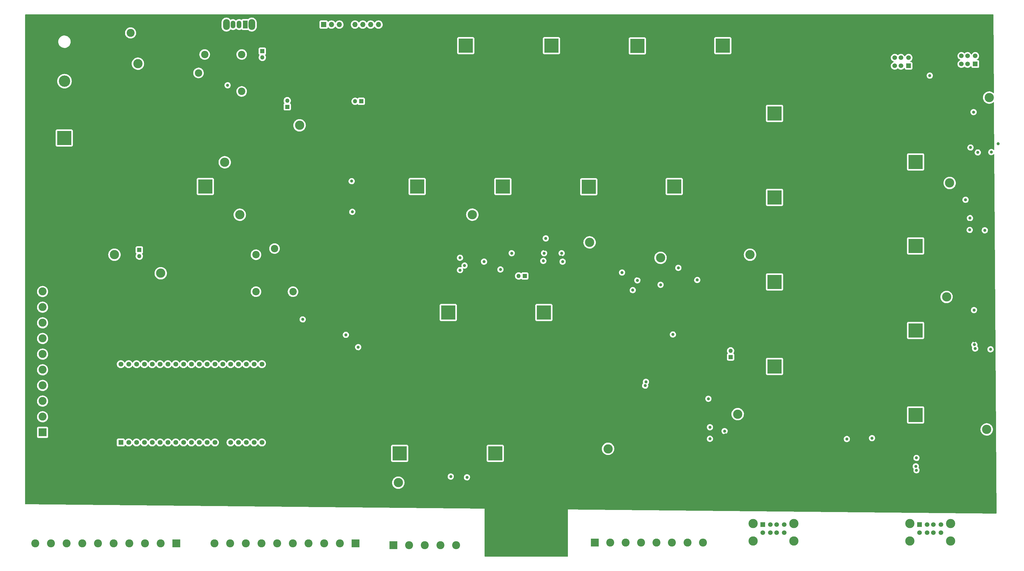
<source format=gbl>
%TF.GenerationSoftware,KiCad,Pcbnew,6.0.2+dfsg-1*%
%TF.CreationDate,2022-08-24T13:42:38-04:00*%
%TF.ProjectId,augertapowermanagement,61756765-7274-4617-906f-7765726d616e,rev?*%
%TF.SameCoordinates,Original*%
%TF.FileFunction,Copper,L4,Bot*%
%TF.FilePolarity,Positive*%
%FSLAX46Y46*%
G04 Gerber Fmt 4.6, Leading zero omitted, Abs format (unit mm)*
G04 Created by KiCad (PCBNEW 6.0.2+dfsg-1) date 2022-08-24 13:42:38*
%MOMM*%
%LPD*%
G01*
G04 APERTURE LIST*
G04 Aperture macros list*
%AMRoundRect*
0 Rectangle with rounded corners*
0 $1 Rounding radius*
0 $2 $3 $4 $5 $6 $7 $8 $9 X,Y pos of 4 corners*
0 Add a 4 corners polygon primitive as box body*
4,1,4,$2,$3,$4,$5,$6,$7,$8,$9,$2,$3,0*
0 Add four circle primitives for the rounded corners*
1,1,$1+$1,$2,$3*
1,1,$1+$1,$4,$5*
1,1,$1+$1,$6,$7*
1,1,$1+$1,$8,$9*
0 Add four rect primitives between the rounded corners*
20,1,$1+$1,$2,$3,$4,$5,0*
20,1,$1+$1,$4,$5,$6,$7,0*
20,1,$1+$1,$6,$7,$8,$9,0*
20,1,$1+$1,$8,$9,$2,$3,0*%
G04 Aperture macros list end*
%TA.AperFunction,ComponentPad*%
%ADD10R,2.600000X2.600000*%
%TD*%
%TA.AperFunction,ComponentPad*%
%ADD11C,2.600000*%
%TD*%
%TA.AperFunction,ComponentPad*%
%ADD12C,3.000000*%
%TD*%
%TA.AperFunction,ComponentPad*%
%ADD13R,1.350000X1.350000*%
%TD*%
%TA.AperFunction,ComponentPad*%
%ADD14O,1.350000X1.350000*%
%TD*%
%TA.AperFunction,ComponentPad*%
%ADD15RoundRect,0.250002X-1.599998X-1.599998X1.599998X-1.599998X1.599998X1.599998X-1.599998X1.599998X0*%
%TD*%
%TA.AperFunction,ComponentPad*%
%ADD16C,3.700000*%
%TD*%
%TA.AperFunction,ComponentPad*%
%ADD17R,4.572000X4.572000*%
%TD*%
%TA.AperFunction,ComponentPad*%
%ADD18C,2.400000*%
%TD*%
%TA.AperFunction,ComponentPad*%
%ADD19R,1.500000X1.500000*%
%TD*%
%TA.AperFunction,ComponentPad*%
%ADD20C,1.500000*%
%TD*%
%TA.AperFunction,ComponentPad*%
%ADD21O,2.200000X3.500000*%
%TD*%
%TA.AperFunction,ComponentPad*%
%ADD22R,1.500000X2.500000*%
%TD*%
%TA.AperFunction,ComponentPad*%
%ADD23O,1.500000X2.500000*%
%TD*%
%TA.AperFunction,ComponentPad*%
%ADD24R,1.700000X1.700000*%
%TD*%
%TA.AperFunction,ComponentPad*%
%ADD25O,1.700000X1.700000*%
%TD*%
%TA.AperFunction,ComponentPad*%
%ADD26R,1.560000X1.560000*%
%TD*%
%TA.AperFunction,ComponentPad*%
%ADD27C,1.560000*%
%TD*%
%TA.AperFunction,ViaPad*%
%ADD28C,1.000000*%
%TD*%
%TA.AperFunction,Conductor*%
%ADD29C,0.500000*%
%TD*%
%TA.AperFunction,Conductor*%
%ADD30C,1.000000*%
%TD*%
G04 APERTURE END LIST*
D10*
%TO.P,J10,1,Pin_1*%
%TO.N,Net-(J10-Pad1)*%
X95805026Y-211651000D03*
D11*
%TO.P,J10,2,Pin_2*%
%TO.N,Net-(J10-Pad2)*%
X90725026Y-211651000D03*
%TO.P,J10,3,Pin_3*%
%TO.N,Net-(J10-Pad3)*%
X85645026Y-211651000D03*
%TO.P,J10,4,Pin_4*%
%TO.N,Net-(J10-Pad4)*%
X80565026Y-211651000D03*
%TO.P,J10,5,Pin_5*%
%TO.N,Net-(J10-Pad5)*%
X75485026Y-211651000D03*
%TO.P,J10,6,Pin_6*%
%TO.N,Net-(J10-Pad6)*%
X70405026Y-211651000D03*
%TO.P,J10,7,Pin_7*%
%TO.N,Net-(J10-Pad7)*%
X65325026Y-211651000D03*
%TO.P,J10,8,Pin_8*%
%TO.N,Net-(J10-Pad8)*%
X60245026Y-211651000D03*
%TO.P,J10,9,Pin_9*%
%TO.N,Net-(J10-Pad9)*%
X55165026Y-211651000D03*
%TO.P,J10,10,Pin_10*%
%TO.N,/power_conversion/pi 5v*%
X50085026Y-211651000D03*
%TD*%
D12*
%TO.P,TP6,1,1*%
%TO.N,Net-(F1-Pad2)*%
X277757026Y-169750000D03*
%TD*%
D13*
%TO.P,JP5,1,A*%
%TO.N,+BATT*%
X123693026Y-51952000D03*
D14*
%TO.P,JP5,2,B*%
%TO.N,Net-(JP5-Pad2)*%
X123693026Y-53952000D03*
%TD*%
D15*
%TO.P,J2,1,1*%
%TO.N,-BATT*%
X59557026Y-56175000D03*
D16*
%TO.P,J2,2,2*%
%TO.N,+BATT*%
X59557026Y-61675000D03*
%TD*%
D17*
%TO.P,U8,1,Vin*%
%TO.N,Net-(F1-Pad2)*%
X289697026Y-72126000D03*
%TO.P,U8,2,GND*%
%TO.N,-BATT*%
X289697026Y-87874000D03*
%TO.P,U8,3,GND*%
X335417026Y-72126000D03*
%TO.P,U8,4,Vout*%
%TO.N,Net-(R6-Pad2)*%
X335417026Y-87874000D03*
%TD*%
D10*
%TO.P,J9,1,Pin_1*%
%TO.N,Net-(C2-Pad1)*%
X166196026Y-212261000D03*
D11*
%TO.P,J9,2,Pin_2*%
X171276026Y-212261000D03*
%TO.P,J9,3,Pin_3*%
X176356026Y-212261000D03*
%TO.P,J9,4,Pin_4*%
X181436026Y-212261000D03*
%TO.P,J9,5,Pin_5*%
X186516026Y-212261000D03*
%TD*%
D12*
%TO.P,TP9,1,1*%
%TO.N,Net-(R4-Pad2)*%
X345465026Y-131706000D03*
%TD*%
D18*
%TO.P,K1,1*%
%TO.N,/power_conversion/battery+*%
X121631026Y-130000000D03*
%TO.P,K1,2*%
%TO.N,-BATT*%
X133631026Y-118000000D03*
%TO.P,K1,6*%
%TO.N,Net-(K1-Pad6)*%
X121631026Y-118000000D03*
%TO.P,K1,7*%
%TO.N,Net-(JP5-Pad2)*%
X127631026Y-116000000D03*
%TO.P,K1,14*%
%TO.N,Net-(K1-Pad14)*%
X133631026Y-130000000D03*
%TD*%
D17*
%TO.P,U9,1,Vin*%
%TO.N,Net-(F1-Pad2)*%
X217401692Y-50140000D03*
%TO.P,U9,2,GND*%
%TO.N,-BATT*%
X201653692Y-50140000D03*
%TO.P,U9,3,GND*%
X217401692Y-95860000D03*
%TO.P,U9,4,Vout*%
%TO.N,Net-(R7-Pad2)*%
X201653692Y-95860000D03*
%TD*%
D12*
%TO.P,TP12,1,1*%
%TO.N,Net-(R7-Pad2)*%
X229757026Y-114000000D03*
%TD*%
D17*
%TO.P,U12,1,Vin*%
%TO.N,Net-(F1-Pad2)*%
X289697026Y-99394000D03*
%TO.P,U12,2,GND*%
%TO.N,-BATT*%
X289697026Y-115142000D03*
%TO.P,U12,3,GND*%
X335417026Y-99394000D03*
%TO.P,U12,4,Vout*%
%TO.N,Net-(R8-Pad2)*%
X335417026Y-115142000D03*
%TD*%
%TO.P,U4,1,Vin*%
%TO.N,Net-(F1-Pad2)*%
X289697026Y-126826000D03*
%TO.P,U4,2,GND*%
%TO.N,-BATT*%
X289697026Y-142574000D03*
%TO.P,U4,3,GND*%
X335417026Y-126826000D03*
%TO.P,U4,4,Vout*%
%TO.N,Net-(R4-Pad2)*%
X335417026Y-142574000D03*
%TD*%
D12*
%TO.P,TP7,1,1*%
%TO.N,Net-(F1-Pad1)*%
X135757026Y-76000000D03*
%TD*%
%TO.P,TP3,1,1*%
%TO.N,Net-(C2-Pad1)*%
X111500000Y-88000000D03*
%TD*%
%TO.P,TP5,1,1*%
%TO.N,Net-(C2-Pad1)*%
X116379026Y-105022000D03*
%TD*%
D17*
%TO.P,U5,1,Vin*%
%TO.N,Net-(F1-Pad2)*%
X189631026Y-50140000D03*
%TO.P,U5,2,GND*%
%TO.N,-BATT*%
X173883026Y-50140000D03*
%TO.P,U5,3,GND*%
X189631026Y-95860000D03*
%TO.P,U5,4,Vout*%
%TO.N,Net-(R5-Pad2)*%
X173883026Y-95860000D03*
%TD*%
D12*
%TO.P,TP16,1,1*%
%TO.N,Net-(R11-Pad2)*%
X281757026Y-118000000D03*
%TD*%
D17*
%TO.P,U20,1,Vin*%
%TO.N,Net-(JP3-Pad1)*%
X214931026Y-136772000D03*
%TO.P,U20,2,GND*%
%TO.N,-BATT*%
X199183026Y-136772000D03*
%TO.P,U20,3,GND*%
X214931026Y-182492000D03*
%TO.P,U20,4,Vout*%
%TO.N,Net-(R14-Pad2)*%
X199183026Y-182492000D03*
%TD*%
D13*
%TO.P,JP6,1,A*%
%TO.N,Net-(F1-Pad2)*%
X155757026Y-68208000D03*
D14*
%TO.P,JP6,2,B*%
%TO.N,/power_conversion/battery+*%
X153757026Y-68208000D03*
%TD*%
D12*
%TO.P,TP15,1,1*%
%TO.N,Net-(R10-Pad2)*%
X167757026Y-192000000D03*
%TD*%
%TO.P,TP1,1,1*%
%TO.N,+BATT*%
X83359026Y-56000000D03*
%TD*%
D17*
%TO.P,U13,1,Vin*%
%TO.N,Net-(F1-Pad2)*%
X245231026Y-50240000D03*
%TO.P,U13,2,GND*%
%TO.N,-BATT*%
X229483026Y-50240000D03*
%TO.P,U13,3,GND*%
X245231026Y-95960000D03*
%TO.P,U13,4,Vout*%
%TO.N,Net-(R9-Pad2)*%
X229483026Y-95960000D03*
%TD*%
D18*
%TO.P,K2,1*%
%TO.N,Net-(K2-Pad1)*%
X117000000Y-65000000D03*
%TO.P,K2,2*%
%TO.N,Net-(SW1-Pad1)*%
X105000000Y-53000000D03*
%TO.P,K2,6*%
%TO.N,-BATT*%
X105000000Y-65000000D03*
%TO.P,K2,7*%
%TO.N,+BATT*%
X103000000Y-59000000D03*
%TO.P,K2,14*%
%TO.N,Net-(JP5-Pad2)*%
X117000000Y-53000000D03*
%TD*%
D10*
%TO.P,J8,1,Pin_1*%
%TO.N,Net-(J8-Pad1)*%
X52462026Y-175660000D03*
D11*
%TO.P,J8,2,Pin_2*%
%TO.N,Net-(J8-Pad2)*%
X52462026Y-170580000D03*
%TO.P,J8,3,Pin_3*%
%TO.N,Net-(J8-Pad3)*%
X52462026Y-165500000D03*
%TO.P,J8,4,Pin_4*%
%TO.N,Net-(J8-Pad4)*%
X52462026Y-160420000D03*
%TO.P,J8,5,Pin_5*%
%TO.N,Net-(J8-Pad5)*%
X52462026Y-155340000D03*
%TO.P,J8,6,Pin_6*%
%TO.N,Net-(J8-Pad6)*%
X52462026Y-150260000D03*
%TO.P,J8,7,Pin_7*%
%TO.N,Net-(J8-Pad7)*%
X52462026Y-145180000D03*
%TO.P,J8,8,Pin_8*%
%TO.N,Net-(J8-Pad8)*%
X52462026Y-140100000D03*
%TO.P,J8,9,Pin_9*%
%TO.N,Net-(J8-Pad9)*%
X52462026Y-135020000D03*
%TO.P,J8,10,Pin_10*%
%TO.N,Net-(J8-Pad10)*%
X52462026Y-129940000D03*
%TD*%
D10*
%TO.P,J1,1,Pin_1*%
%TO.N,-BATT*%
X75912026Y-46005000D03*
D11*
%TO.P,J1,2,Pin_2*%
%TO.N,+BATT*%
X80992026Y-46005000D03*
%TD*%
D12*
%TO.P,TP17,1,1*%
%TO.N,Net-(R14-Pad2)*%
X235757026Y-181000000D03*
%TD*%
%TO.P,TP13,1,1*%
%TO.N,Net-(R8-Pad2)*%
X346465026Y-94706000D03*
%TD*%
D19*
%TO.P,J6,1,VBUS1*%
%TO.N,/power_conversion/pi2*%
X333157026Y-56680000D03*
D20*
%TO.P,J6,2,D1-*%
%TO.N,unconnected-(J6-Pad2)*%
X330657026Y-56680000D03*
%TO.P,J6,3,D1+*%
%TO.N,unconnected-(J6-Pad3)*%
X328657026Y-56680000D03*
%TO.P,J6,4,GND1*%
%TO.N,-BATT*%
X326157026Y-56680000D03*
%TO.P,J6,5,VBUS2*%
%TO.N,/power_conversion/pi1*%
X333157026Y-54060000D03*
%TO.P,J6,6,D2-*%
%TO.N,unconnected-(J6-Pad6)*%
X330657026Y-54060000D03*
%TO.P,J6,7,D2+*%
%TO.N,unconnected-(J6-Pad7)*%
X328657026Y-54060000D03*
%TO.P,J6,8,GND2*%
%TO.N,-BATT*%
X326157026Y-54060000D03*
D12*
%TO.P,J6,9,Shield*%
X336227026Y-57030000D03*
X323087026Y-57030000D03*
X323087026Y-51350000D03*
X336227026Y-51350000D03*
%TD*%
D13*
%TO.P,JP3,1,A*%
%TO.N,Net-(JP3-Pad1)*%
X208757026Y-124900000D03*
D14*
%TO.P,JP3,2,B*%
%TO.N,Net-(F1-Pad2)*%
X206757026Y-124900000D03*
%TD*%
D17*
%TO.P,U17,1,Vin*%
%TO.N,Net-(F1-Pad2)*%
X272943026Y-50140000D03*
%TO.P,U17,2,GND*%
%TO.N,-BATT*%
X257195026Y-50140000D03*
%TO.P,U17,3,GND*%
X272943026Y-95860000D03*
%TO.P,U17,4,Vout*%
%TO.N,Net-(R11-Pad2)*%
X257195026Y-95860000D03*
%TD*%
D19*
%TO.P,J3,1,VBUS1*%
%TO.N,/power_conversion/N4*%
X336653026Y-205584000D03*
D20*
%TO.P,J3,2,D1-*%
%TO.N,unconnected-(J3-Pad2)*%
X339153026Y-205584000D03*
%TO.P,J3,3,D1+*%
%TO.N,unconnected-(J3-Pad3)*%
X341153026Y-205584000D03*
%TO.P,J3,4,GND1*%
%TO.N,-BATT*%
X343653026Y-205584000D03*
%TO.P,J3,5,VBUS2*%
%TO.N,/power_conversion/N3*%
X336653026Y-208204000D03*
%TO.P,J3,6,D2-*%
%TO.N,unconnected-(J3-Pad6)*%
X339153026Y-208204000D03*
%TO.P,J3,7,D2+*%
%TO.N,unconnected-(J3-Pad7)*%
X341153026Y-208204000D03*
%TO.P,J3,8,GND2*%
%TO.N,-BATT*%
X343653026Y-208204000D03*
D12*
%TO.P,J3,9,Shield*%
X333583026Y-210914000D03*
X346723026Y-210914000D03*
X333583026Y-205234000D03*
X346723026Y-205234000D03*
%TD*%
D19*
%TO.P,J5,1,VBUS1*%
%TO.N,/power_conversion/spare2*%
X354757026Y-56098000D03*
D20*
%TO.P,J5,2,D1-*%
%TO.N,unconnected-(J5-Pad2)*%
X352257026Y-56098000D03*
%TO.P,J5,3,D1+*%
%TO.N,unconnected-(J5-Pad3)*%
X350257026Y-56098000D03*
%TO.P,J5,4,GND1*%
%TO.N,-BATT*%
X347757026Y-56098000D03*
%TO.P,J5,5,VBUS2*%
%TO.N,/power_conversion/pi3*%
X354757026Y-53478000D03*
%TO.P,J5,6,D2-*%
%TO.N,unconnected-(J5-Pad6)*%
X352257026Y-53478000D03*
%TO.P,J5,7,D2+*%
%TO.N,unconnected-(J5-Pad7)*%
X350257026Y-53478000D03*
%TO.P,J5,8,GND2*%
%TO.N,-BATT*%
X347757026Y-53478000D03*
D12*
%TO.P,J5,9,Shield*%
X357827026Y-50768000D03*
X344687026Y-50768000D03*
X344687026Y-56448000D03*
X357827026Y-56448000D03*
%TD*%
D21*
%TO.P,SW1,*%
%TO.N,*%
X120257026Y-43300000D03*
X112057026Y-43300000D03*
D22*
%TO.P,SW1,1,A*%
%TO.N,Net-(SW1-Pad1)*%
X118157026Y-43300000D03*
D23*
%TO.P,SW1,2,B*%
%TO.N,Net-(C2-Pad1)*%
X116157026Y-43300000D03*
%TO.P,SW1,3,C*%
%TO.N,Net-(SW1-Pad3)*%
X114157026Y-43300000D03*
%TD*%
D12*
%TO.P,TP18,1,1*%
%TO.N,Net-(R15-Pad2)*%
X358465026Y-174706000D03*
%TD*%
D13*
%TO.P,JP4,1,A*%
%TO.N,Net-(JP4-Pad1)*%
X275457026Y-151200000D03*
D14*
%TO.P,JP4,2,B*%
%TO.N,Net-(F1-Pad2)*%
X275457026Y-149200000D03*
%TD*%
D24*
%TO.P,U24,1,SDA*%
%TO.N,/power_conversion/SDA*%
X143557026Y-43300000D03*
D25*
%TO.P,U24,2,SCL*%
%TO.N,/power_conversion/SCL*%
X146097026Y-43300000D03*
%TO.P,U24,3,Alert*%
%TO.N,unconnected-(U24-Pad3)*%
X148637026Y-43300000D03*
%TO.P,U24,4,GND*%
%TO.N,-BATT*%
X151177026Y-43300000D03*
%TO.P,U24,5,A2*%
%TO.N,unconnected-(U24-Pad5)*%
X153717026Y-43300000D03*
%TO.P,U24,6,A1*%
%TO.N,unconnected-(U24-Pad6)*%
X156257026Y-43300000D03*
%TO.P,U24,7,A0*%
%TO.N,unconnected-(U24-Pad7)*%
X158797026Y-43300000D03*
%TO.P,U24,8,VDD*%
%TO.N,/power_conversion/pi 5v*%
X161337026Y-43300000D03*
%TD*%
D10*
%TO.P,J12,1,Pin_1*%
%TO.N,-BATT*%
X198851526Y-212261000D03*
D11*
%TO.P,J12,2,Pin_2*%
X203931526Y-212261000D03*
%TO.P,J12,3,Pin_3*%
X209011526Y-212261000D03*
%TO.P,J12,4,Pin_4*%
X214091526Y-212261000D03*
%TO.P,J12,5,Pin_5*%
X219171526Y-212261000D03*
%TD*%
D26*
%TO.P,U2,1,3V3*%
%TO.N,/power_conversion/pi 5v*%
X77823026Y-178936000D03*
D27*
%TO.P,U2,2,EN*%
%TO.N,Net-(J10-Pad9)*%
X80363026Y-178936000D03*
%TO.P,U2,3,SENSOR_VP*%
%TO.N,Net-(J10-Pad8)*%
X82903026Y-178936000D03*
%TO.P,U2,4,SENSOR_VN*%
%TO.N,Net-(J10-Pad7)*%
X85443026Y-178936000D03*
%TO.P,U2,5,IO34*%
%TO.N,Net-(J10-Pad6)*%
X87983026Y-178936000D03*
%TO.P,U2,6,IO35*%
%TO.N,Net-(J10-Pad5)*%
X90523026Y-178936000D03*
%TO.P,U2,7,IO32*%
%TO.N,Net-(J10-Pad4)*%
X93063026Y-178936000D03*
%TO.P,U2,8,IO33*%
%TO.N,Net-(J10-Pad3)*%
X95603026Y-178936000D03*
%TO.P,U2,9,IO25*%
%TO.N,Net-(J10-Pad2)*%
X98143026Y-178936000D03*
%TO.P,U2,10,IO26*%
%TO.N,Net-(J10-Pad1)*%
X100683026Y-178936000D03*
%TO.P,U2,11,IO27*%
%TO.N,Net-(J11-Pad10)*%
X103223026Y-178936000D03*
%TO.P,U2,12,IO14*%
%TO.N,Net-(J11-Pad9)*%
X105763026Y-178936000D03*
%TO.P,U2,13,IO12*%
%TO.N,Net-(J11-Pad8)*%
X108303026Y-178936000D03*
%TO.P,U2,14,GND1*%
%TO.N,-BATT*%
X110843026Y-178936000D03*
%TO.P,U2,15,IO13*%
%TO.N,Net-(J11-Pad7)*%
X113383026Y-178936000D03*
%TO.P,U2,16,SD2*%
%TO.N,Net-(J11-Pad6)*%
X115923026Y-178936000D03*
%TO.P,U2,17,SD3*%
%TO.N,Net-(J11-Pad5)*%
X118463026Y-178936000D03*
%TO.P,U2,18,CMD*%
%TO.N,Net-(J11-Pad4)*%
X121003026Y-178936000D03*
%TO.P,U2,19,EXT_5V*%
%TO.N,Net-(C2-Pad1)*%
X123543026Y-178936000D03*
%TO.P,U2,20,GND3*%
%TO.N,unconnected-(U2-Pad20)*%
X77823026Y-153536000D03*
%TO.P,U2,21,IO23*%
%TO.N,Net-(K1-Pad6)*%
X80363026Y-153536000D03*
%TO.P,U2,22,SCL*%
%TO.N,/power_conversion/SCL*%
X82903026Y-153536000D03*
%TO.P,U2,23,TXD0*%
%TO.N,unconnected-(U2-Pad23)*%
X85443026Y-153536000D03*
%TO.P,U2,24,RXD0*%
%TO.N,unconnected-(U2-Pad24)*%
X87983026Y-153536000D03*
%TO.P,U2,25,SDA*%
%TO.N,/power_conversion/SDA*%
X90523026Y-153536000D03*
%TO.P,U2,26,GND2*%
%TO.N,Net-(J8-Pad1)*%
X93063026Y-153536000D03*
%TO.P,U2,27,IO19*%
%TO.N,Net-(J8-Pad2)*%
X95603026Y-153536000D03*
%TO.P,U2,28,IO18*%
%TO.N,Net-(J8-Pad3)*%
X98143026Y-153536000D03*
%TO.P,U2,29,IO5*%
%TO.N,Net-(J8-Pad4)*%
X100683026Y-153536000D03*
%TO.P,U2,30,IO17*%
%TO.N,Net-(J8-Pad5)*%
X103223026Y-153536000D03*
%TO.P,U2,31,IO16*%
%TO.N,Net-(J8-Pad6)*%
X105763026Y-153536000D03*
%TO.P,U2,32,IO4*%
%TO.N,Net-(J8-Pad7)*%
X108303026Y-153536000D03*
%TO.P,U2,33,IO0*%
%TO.N,Net-(J8-Pad8)*%
X110843026Y-153536000D03*
%TO.P,U2,34,IO2*%
%TO.N,Net-(J8-Pad9)*%
X113383026Y-153536000D03*
%TO.P,U2,35,IO15*%
%TO.N,Net-(J8-Pad10)*%
X115923026Y-153536000D03*
%TO.P,U2,36,SD1*%
%TO.N,Net-(J11-Pad1)*%
X118463026Y-153536000D03*
%TO.P,U2,37,SD0*%
%TO.N,Net-(J11-Pad2)*%
X121003026Y-153536000D03*
%TO.P,U2,38,CLK*%
%TO.N,Net-(J11-Pad3)*%
X123543026Y-153536000D03*
%TD*%
D13*
%TO.P,JP2,1,A*%
%TO.N,Net-(F1-Pad1)*%
X131757026Y-70000000D03*
D14*
%TO.P,JP2,2,B*%
%TO.N,/power_conversion/battery+*%
X131757026Y-68000000D03*
%TD*%
D17*
%TO.P,U22,1,Vin*%
%TO.N,Net-(JP4-Pad1)*%
X289697026Y-154258000D03*
%TO.P,U22,2,GND*%
%TO.N,-BATT*%
X289697026Y-170006000D03*
%TO.P,U22,3,GND*%
X335417026Y-154258000D03*
%TO.P,U22,4,Vout*%
%TO.N,Net-(R15-Pad2)*%
X335417026Y-170006000D03*
%TD*%
D12*
%TO.P,TP10,1,1*%
%TO.N,Net-(R5-Pad2)*%
X191757026Y-105000000D03*
%TD*%
D19*
%TO.P,J4,1,VBUS1*%
%TO.N,/power_conversion/N1*%
X285853026Y-205584000D03*
D20*
%TO.P,J4,2,D1-*%
%TO.N,unconnected-(J4-Pad2)*%
X288353026Y-205584000D03*
%TO.P,J4,3,D1+*%
%TO.N,unconnected-(J4-Pad3)*%
X290353026Y-205584000D03*
%TO.P,J4,4,GND1*%
%TO.N,-BATT*%
X292853026Y-205584000D03*
%TO.P,J4,5,VBUS2*%
%TO.N,/power_conversion/N2*%
X285853026Y-208204000D03*
%TO.P,J4,6,D2-*%
%TO.N,unconnected-(J4-Pad6)*%
X288353026Y-208204000D03*
%TO.P,J4,7,D2+*%
%TO.N,unconnected-(J4-Pad7)*%
X290353026Y-208204000D03*
%TO.P,J4,8,GND2*%
%TO.N,-BATT*%
X292853026Y-208204000D03*
D12*
%TO.P,J4,9,Shield*%
X282783026Y-210914000D03*
X295923026Y-210914000D03*
X282783026Y-205234000D03*
X295923026Y-205234000D03*
%TD*%
D10*
%TO.P,J11,1,Pin_1*%
%TO.N,Net-(J11-Pad1)*%
X153860526Y-211651000D03*
D11*
%TO.P,J11,2,Pin_2*%
%TO.N,Net-(J11-Pad2)*%
X148780526Y-211651000D03*
%TO.P,J11,3,Pin_3*%
%TO.N,Net-(J11-Pad3)*%
X143700526Y-211651000D03*
%TO.P,J11,4,Pin_4*%
%TO.N,Net-(J11-Pad4)*%
X138620526Y-211651000D03*
%TO.P,J11,5,Pin_5*%
%TO.N,Net-(J11-Pad5)*%
X133540526Y-211651000D03*
%TO.P,J11,6,Pin_6*%
%TO.N,Net-(J11-Pad6)*%
X128460526Y-211651000D03*
%TO.P,J11,7,Pin_7*%
%TO.N,Net-(J11-Pad7)*%
X123380526Y-211651000D03*
%TO.P,J11,8,Pin_8*%
%TO.N,Net-(J11-Pad8)*%
X118300526Y-211651000D03*
%TO.P,J11,9,Pin_9*%
%TO.N,Net-(J11-Pad9)*%
X113220526Y-211651000D03*
%TO.P,J11,10,Pin_10*%
%TO.N,Net-(J11-Pad10)*%
X108140526Y-211651000D03*
%TD*%
D17*
%TO.P,U16,1,Vin*%
%TO.N,Net-(F1-Pad2)*%
X183943026Y-136772000D03*
%TO.P,U16,2,GND*%
%TO.N,-BATT*%
X168195026Y-136772000D03*
%TO.P,U16,3,GND*%
X183943026Y-182492000D03*
%TO.P,U16,4,Vout*%
%TO.N,Net-(R10-Pad2)*%
X168195026Y-182492000D03*
%TD*%
D12*
%TO.P,TP8,1,1*%
%TO.N,/power_conversion/battery+*%
X75757026Y-118000000D03*
%TD*%
D13*
%TO.P,JP1,1,A*%
%TO.N,Net-(JP5-Pad2)*%
X83815026Y-116468000D03*
D14*
%TO.P,JP1,2,B*%
%TO.N,/power_conversion/battery+*%
X83815026Y-118468000D03*
%TD*%
D17*
%TO.P,U1,1,Vin*%
%TO.N,+BATT*%
X59483026Y-80130000D03*
%TO.P,U1,2,GND*%
%TO.N,-BATT*%
X59483026Y-95878000D03*
%TO.P,U1,3,GND*%
X105203026Y-80130000D03*
%TO.P,U1,4,Vout*%
%TO.N,Net-(C2-Pad1)*%
X105203026Y-95878000D03*
%TD*%
D12*
%TO.P,TP14,1,1*%
%TO.N,Net-(R9-Pad2)*%
X252757026Y-119000000D03*
%TD*%
%TO.P,TP4,1,1*%
%TO.N,Net-(K1-Pad6)*%
X90757026Y-124000000D03*
%TD*%
%TO.P,TP11,1,1*%
%TO.N,Net-(R6-Pad2)*%
X359257026Y-67000000D03*
%TD*%
D10*
%TO.P,J7,1,Pin_1*%
%TO.N,unconnected-(J7-Pad1)*%
X231467026Y-211456000D03*
D11*
%TO.P,J7,2,Pin_2*%
%TO.N,-BATT*%
X236467026Y-211456000D03*
%TO.P,J7,3,Pin_3*%
%TO.N,/power_conversion/routerp*%
X241467026Y-211456000D03*
%TO.P,J7,4,Pin_4*%
%TO.N,-BATT*%
X246467026Y-211456000D03*
%TO.P,J7,5,Pin_5*%
%TO.N,/power_conversion/spare1*%
X251467026Y-211456000D03*
%TO.P,J7,6,Pin_6*%
%TO.N,-BATT*%
X256467026Y-211456000D03*
%TO.P,J7,7,Pin_7*%
%TO.N,/power_conversion/netpw*%
X261467026Y-211456000D03*
%TO.P,J7,8,Pin_8*%
%TO.N,-BATT*%
X266467026Y-211456000D03*
%TD*%
D28*
%TO.N,/power_conversion/pi 5v*%
X264657026Y-126200000D03*
X136757026Y-139000000D03*
X359715026Y-148706000D03*
X321292026Y-177533000D03*
X335715026Y-183956000D03*
X313130026Y-177827000D03*
X152632515Y-94124511D03*
X245232026Y-126319000D03*
X359965026Y-84706000D03*
X357840026Y-110081000D03*
X152839776Y-104082750D03*
X221007026Y-120250000D03*
X200852026Y-122795000D03*
%TO.N,-BATT*%
X359465026Y-147206000D03*
X215257026Y-116250000D03*
X245507026Y-125000000D03*
X104000000Y-47000000D03*
X181757026Y-197000000D03*
X356965026Y-108706000D03*
X268757026Y-123250000D03*
X359715026Y-83206000D03*
X354965026Y-81956000D03*
X125507026Y-189250000D03*
X354715026Y-144706000D03*
X354465026Y-145956000D03*
X220507026Y-118750000D03*
X352965026Y-107456000D03*
X248007026Y-163000000D03*
X243007026Y-160500000D03*
X156007026Y-104000000D03*
X273757026Y-176500000D03*
X198007026Y-121500000D03*
X344157026Y-192100000D03*
X187507026Y-198100000D03*
%TO.N,/power_conversion/N3*%
X256757026Y-143900000D03*
X252757026Y-127750000D03*
%TO.N,/power_conversion/N1*%
X195546026Y-120255000D03*
%TO.N,/power_conversion/N2*%
X215557026Y-112700000D03*
X220692026Y-117509000D03*
%TO.N,/power_conversion/netpw*%
X190007026Y-190250000D03*
%TO.N,/power_conversion/pi3*%
X351613026Y-100156000D03*
%TO.N,/power_conversion/pi2*%
X362157026Y-82000000D03*
X354215026Y-71706000D03*
%TO.N,/power_conversion/pi1*%
X340015026Y-59856000D03*
X354347026Y-135970000D03*
%TO.N,/power_conversion/routerp*%
X268257026Y-164750000D03*
X273507026Y-175250000D03*
%TO.N,Net-(R10-Pad2)*%
X184757026Y-190000000D03*
%TO.N,/power_conversion/SCL*%
X268757026Y-177750000D03*
X354715026Y-148456000D03*
X214757026Y-120000000D03*
X335715026Y-187956000D03*
X352965026Y-109956000D03*
X187757026Y-119000000D03*
X150757026Y-144000000D03*
X243757026Y-129500000D03*
X355564537Y-84805511D03*
X248007026Y-159250000D03*
X187757026Y-123000000D03*
%TO.N,/power_conversion/SDA*%
X204507026Y-117500000D03*
X268757026Y-174000000D03*
X258507026Y-122250000D03*
X247757026Y-160500000D03*
X189232026Y-121525000D03*
X215007026Y-117500000D03*
X335465026Y-186706000D03*
X154757026Y-148000000D03*
X353046026Y-106125000D03*
X353215026Y-83206000D03*
X354465026Y-147206000D03*
X240282026Y-123779000D03*
%TO.N,Net-(JP5-Pad2)*%
X112432026Y-63000000D03*
%TD*%
D29*
%TO.N,-BATT*%
X325693026Y-53948000D02*
X322983026Y-51238000D01*
X344613026Y-56918000D02*
X345195026Y-56336000D01*
X347915026Y-56336000D02*
X348265026Y-55986000D01*
X336123026Y-51238000D02*
X322983026Y-51238000D01*
X348265026Y-55986000D02*
X348265026Y-53366000D01*
X345195026Y-56336000D02*
X345195026Y-50656000D01*
X322983026Y-56918000D02*
X325703026Y-56918000D01*
X336123026Y-51238000D02*
X336123026Y-56918000D01*
X322983026Y-51238000D02*
X322983026Y-56918000D01*
X345195026Y-50656000D02*
X358335026Y-50656000D01*
X347905026Y-53366000D02*
X345195026Y-50656000D01*
X358335026Y-50656000D02*
X358335026Y-56336000D01*
X336705026Y-50656000D02*
X336123026Y-51238000D01*
X345195026Y-50656000D02*
X336705026Y-50656000D01*
X326053026Y-53948000D02*
X326053026Y-56568000D01*
X326053026Y-53948000D02*
X325693026Y-53948000D01*
D30*
X336123026Y-56918000D02*
X344613026Y-56918000D01*
D29*
X325703026Y-56918000D02*
X326053026Y-56568000D01*
X345195026Y-56336000D02*
X347915026Y-56336000D01*
X348265026Y-53366000D02*
X347905026Y-53366000D01*
%TD*%
%TA.AperFunction,Conductor*%
%TO.N,-BATT*%
G36*
X360598047Y-40028002D02*
G01*
X360644540Y-40081658D01*
X360655924Y-40133241D01*
X360734074Y-53105975D01*
X360808178Y-65407357D01*
X360788587Y-65475595D01*
X360735213Y-65522410D01*
X360665001Y-65532937D01*
X360602375Y-65505618D01*
X360549404Y-65462262D01*
X360423231Y-65358990D01*
X360189730Y-65215901D01*
X360173549Y-65208798D01*
X359942899Y-65107549D01*
X359942895Y-65107548D01*
X359938971Y-65105825D01*
X359675592Y-65030800D01*
X359671350Y-65030196D01*
X359671344Y-65030195D01*
X359470860Y-65001662D01*
X359404469Y-64992213D01*
X359260615Y-64991460D01*
X359134903Y-64990802D01*
X359134897Y-64990802D01*
X359130617Y-64990780D01*
X359126373Y-64991339D01*
X359126369Y-64991339D01*
X359007328Y-65007011D01*
X358859104Y-65026525D01*
X358854964Y-65027658D01*
X358854962Y-65027658D01*
X358782034Y-65047609D01*
X358594954Y-65098788D01*
X358591006Y-65100472D01*
X358347008Y-65204546D01*
X358347004Y-65204548D01*
X358343056Y-65206232D01*
X358323151Y-65218145D01*
X358111751Y-65344664D01*
X358111747Y-65344667D01*
X358108069Y-65346868D01*
X357894344Y-65518094D01*
X357705834Y-65716742D01*
X357546028Y-65939136D01*
X357417883Y-66181161D01*
X357416411Y-66185184D01*
X357416409Y-66185188D01*
X357344000Y-66383054D01*
X357323769Y-66438337D01*
X357265430Y-66705907D01*
X357243943Y-66978918D01*
X357259708Y-67252320D01*
X357260533Y-67256525D01*
X357260534Y-67256533D01*
X357290943Y-67411526D01*
X357312431Y-67521053D01*
X357313818Y-67525103D01*
X357313819Y-67525108D01*
X357389914Y-67747361D01*
X357401138Y-67780144D01*
X357403065Y-67783975D01*
X357489263Y-67955361D01*
X357524186Y-68024799D01*
X357526612Y-68028328D01*
X357526615Y-68028334D01*
X357634931Y-68185933D01*
X357679300Y-68250490D01*
X357682187Y-68253663D01*
X357682188Y-68253664D01*
X357723833Y-68299431D01*
X357863608Y-68453043D01*
X358073701Y-68628707D01*
X358077342Y-68630991D01*
X358302050Y-68771951D01*
X358302054Y-68771953D01*
X358305690Y-68774234D01*
X358373570Y-68804883D01*
X358551371Y-68885164D01*
X358551375Y-68885166D01*
X358555283Y-68886930D01*
X358559403Y-68888150D01*
X358559402Y-68888150D01*
X358813749Y-68963491D01*
X358813753Y-68963492D01*
X358817862Y-68964709D01*
X358822096Y-68965357D01*
X358822101Y-68965358D01*
X359084324Y-69005483D01*
X359084326Y-69005483D01*
X359088566Y-69006132D01*
X359227938Y-69008322D01*
X359358097Y-69010367D01*
X359358103Y-69010367D01*
X359362388Y-69010434D01*
X359634261Y-68977534D01*
X359899153Y-68908041D01*
X359903113Y-68906401D01*
X359903118Y-68906399D01*
X360056557Y-68842842D01*
X360152162Y-68803241D01*
X360388608Y-68665073D01*
X360604115Y-68496094D01*
X360610784Y-68489212D01*
X360672554Y-68454212D01*
X360743441Y-68458163D01*
X360800938Y-68499811D01*
X360826791Y-68565933D01*
X360827267Y-68576137D01*
X360858785Y-73808071D01*
X360919738Y-83926267D01*
X360900147Y-83994504D01*
X360846773Y-84041319D01*
X360776561Y-84051846D01*
X360711804Y-84022743D01*
X360696101Y-84006662D01*
X360687990Y-83996718D01*
X360687987Y-83996715D01*
X360684091Y-83991938D01*
X360677750Y-83986692D01*
X360536451Y-83869799D01*
X360536447Y-83869797D01*
X360531701Y-83865870D01*
X360357727Y-83771802D01*
X360168794Y-83713318D01*
X360162669Y-83712674D01*
X360162668Y-83712674D01*
X359978230Y-83693289D01*
X359978228Y-83693289D01*
X359972101Y-83692645D01*
X359889602Y-83700153D01*
X359781277Y-83710011D01*
X359781274Y-83710012D01*
X359775138Y-83710570D01*
X359769232Y-83712308D01*
X359769228Y-83712309D01*
X359664102Y-83743249D01*
X359585407Y-83766410D01*
X359579949Y-83769263D01*
X359579945Y-83769265D01*
X359498546Y-83811820D01*
X359410136Y-83858040D01*
X359256001Y-83981968D01*
X359128872Y-84133474D01*
X359125905Y-84138872D01*
X359125901Y-84138877D01*
X359071195Y-84238388D01*
X359033593Y-84306787D01*
X359031732Y-84312654D01*
X359031731Y-84312656D01*
X359002026Y-84406298D01*
X358973791Y-84495306D01*
X358951745Y-84691851D01*
X358952261Y-84697995D01*
X358959587Y-84785237D01*
X358968294Y-84888934D01*
X359022809Y-85079050D01*
X359025628Y-85084535D01*
X359101374Y-85231919D01*
X359113213Y-85254956D01*
X359236061Y-85409953D01*
X359240754Y-85413947D01*
X359240755Y-85413948D01*
X359357681Y-85513459D01*
X359386676Y-85538136D01*
X359559320Y-85634624D01*
X359747418Y-85695740D01*
X359943803Y-85719158D01*
X359949938Y-85718686D01*
X359949940Y-85718686D01*
X360134856Y-85704457D01*
X360134860Y-85704456D01*
X360140998Y-85703984D01*
X360331489Y-85650798D01*
X360336993Y-85648018D01*
X360336995Y-85648017D01*
X360502521Y-85564404D01*
X360502523Y-85564403D01*
X360508022Y-85561625D01*
X360663873Y-85439861D01*
X360707664Y-85389129D01*
X360767315Y-85350632D01*
X360838311Y-85350496D01*
X360898111Y-85388766D01*
X360927727Y-85453290D01*
X360929042Y-85470700D01*
X361152251Y-122523457D01*
X361630291Y-201878053D01*
X361610699Y-201946293D01*
X361557325Y-201993108D01*
X361503094Y-202004806D01*
X46939827Y-199011256D01*
X46871900Y-198990607D01*
X46825919Y-198936511D01*
X46815026Y-198885262D01*
X46815026Y-191978918D01*
X165743943Y-191978918D01*
X165759708Y-192252320D01*
X165760533Y-192256525D01*
X165760534Y-192256533D01*
X165771153Y-192310657D01*
X165812431Y-192521053D01*
X165813818Y-192525103D01*
X165813819Y-192525108D01*
X165834631Y-192585895D01*
X165901138Y-192780144D01*
X166024186Y-193024799D01*
X166026612Y-193028328D01*
X166026615Y-193028334D01*
X166176869Y-193246953D01*
X166179300Y-193250490D01*
X166363608Y-193453043D01*
X166573701Y-193628707D01*
X166577342Y-193630991D01*
X166802050Y-193771951D01*
X166802054Y-193771953D01*
X166805690Y-193774234D01*
X166873570Y-193804883D01*
X167051371Y-193885164D01*
X167051375Y-193885166D01*
X167055283Y-193886930D01*
X167059403Y-193888150D01*
X167059402Y-193888150D01*
X167313749Y-193963491D01*
X167313753Y-193963492D01*
X167317862Y-193964709D01*
X167322096Y-193965357D01*
X167322101Y-193965358D01*
X167584324Y-194005483D01*
X167584326Y-194005483D01*
X167588566Y-194006132D01*
X167727938Y-194008322D01*
X167858097Y-194010367D01*
X167858103Y-194010367D01*
X167862388Y-194010434D01*
X168134261Y-193977534D01*
X168399153Y-193908041D01*
X168403113Y-193906401D01*
X168403118Y-193906399D01*
X168525657Y-193855641D01*
X168652162Y-193803241D01*
X168888608Y-193665073D01*
X169104115Y-193496094D01*
X169145835Y-193453043D01*
X169291712Y-193302509D01*
X169294695Y-193299431D01*
X169297228Y-193295983D01*
X169297232Y-193295978D01*
X169454283Y-193082178D01*
X169456821Y-193078723D01*
X169484180Y-193028334D01*
X169585444Y-192841830D01*
X169585445Y-192841828D01*
X169587494Y-192838054D01*
X169684295Y-192581877D01*
X169745433Y-192314933D01*
X169769777Y-192042161D01*
X169770219Y-192000000D01*
X169751593Y-191726778D01*
X169696058Y-191458612D01*
X169604643Y-191200465D01*
X169479039Y-190957112D01*
X169473425Y-190949123D01*
X169364035Y-190793477D01*
X169321571Y-190733057D01*
X169213839Y-190617123D01*
X169138072Y-190535588D01*
X169138069Y-190535585D01*
X169135151Y-190532445D01*
X169131836Y-190529731D01*
X169131832Y-190529728D01*
X168940409Y-190373050D01*
X168923231Y-190358990D01*
X168713333Y-190230365D01*
X168693392Y-190218145D01*
X168693391Y-190218145D01*
X168689730Y-190215901D01*
X168685794Y-190214173D01*
X168442899Y-190107549D01*
X168442895Y-190107548D01*
X168438971Y-190105825D01*
X168175592Y-190030800D01*
X168171350Y-190030196D01*
X168171344Y-190030195D01*
X167970860Y-190001662D01*
X167904469Y-189992213D01*
X167760615Y-189991460D01*
X167634903Y-189990802D01*
X167634897Y-189990802D01*
X167630617Y-189990780D01*
X167626373Y-189991339D01*
X167626369Y-189991339D01*
X167560583Y-190000000D01*
X167359104Y-190026525D01*
X167354964Y-190027658D01*
X167354962Y-190027658D01*
X167312384Y-190039306D01*
X167094954Y-190098788D01*
X167091006Y-190100472D01*
X166847008Y-190204546D01*
X166847004Y-190204548D01*
X166843056Y-190206232D01*
X166793566Y-190235851D01*
X166611751Y-190344664D01*
X166611747Y-190344667D01*
X166608069Y-190346868D01*
X166394344Y-190518094D01*
X166205834Y-190716742D01*
X166046028Y-190939136D01*
X165917883Y-191181161D01*
X165916411Y-191185184D01*
X165916409Y-191185188D01*
X165893429Y-191247984D01*
X165823769Y-191438337D01*
X165765430Y-191705907D01*
X165743943Y-191978918D01*
X46815026Y-191978918D01*
X46815026Y-189985851D01*
X183743745Y-189985851D01*
X183744261Y-189991995D01*
X183753721Y-190104650D01*
X183760294Y-190182934D01*
X183814809Y-190373050D01*
X183905213Y-190548956D01*
X184028061Y-190703953D01*
X184032754Y-190707947D01*
X184032755Y-190707948D01*
X184139690Y-190798956D01*
X184178676Y-190832136D01*
X184351320Y-190928624D01*
X184539418Y-190989740D01*
X184735803Y-191013158D01*
X184741938Y-191012686D01*
X184741940Y-191012686D01*
X184926856Y-190998457D01*
X184926860Y-190998456D01*
X184932998Y-190997984D01*
X185123489Y-190944798D01*
X185128993Y-190942018D01*
X185128995Y-190942017D01*
X185294521Y-190858404D01*
X185294523Y-190858403D01*
X185300022Y-190855625D01*
X185455873Y-190733861D01*
X185585104Y-190584145D01*
X185682795Y-190412179D01*
X185741451Y-190235851D01*
X188993745Y-190235851D01*
X188994261Y-190241995D01*
X189009002Y-190417542D01*
X189010294Y-190432934D01*
X189011993Y-190438858D01*
X189054992Y-190588813D01*
X189064809Y-190623050D01*
X189067628Y-190628535D01*
X189119362Y-190729197D01*
X189155213Y-190798956D01*
X189278061Y-190953953D01*
X189282754Y-190957947D01*
X189282755Y-190957948D01*
X189317874Y-190987836D01*
X189428676Y-191082136D01*
X189601320Y-191178624D01*
X189789418Y-191239740D01*
X189985803Y-191263158D01*
X189991938Y-191262686D01*
X189991940Y-191262686D01*
X190176856Y-191248457D01*
X190176860Y-191248456D01*
X190182998Y-191247984D01*
X190373489Y-191194798D01*
X190378993Y-191192018D01*
X190378995Y-191192017D01*
X190544521Y-191108404D01*
X190544523Y-191108403D01*
X190550022Y-191105625D01*
X190705873Y-190983861D01*
X190835104Y-190834145D01*
X190932795Y-190662179D01*
X190995223Y-190474513D01*
X191020011Y-190278295D01*
X191020406Y-190250000D01*
X191001106Y-190053167D01*
X190994709Y-190031977D01*
X190945723Y-189869731D01*
X190943942Y-189863831D01*
X190851092Y-189689204D01*
X190774581Y-189595392D01*
X190729986Y-189540713D01*
X190729983Y-189540710D01*
X190726091Y-189535938D01*
X190719750Y-189530692D01*
X190578451Y-189413799D01*
X190578447Y-189413797D01*
X190573701Y-189409870D01*
X190399727Y-189315802D01*
X190210794Y-189257318D01*
X190204669Y-189256674D01*
X190204668Y-189256674D01*
X190020230Y-189237289D01*
X190020228Y-189237289D01*
X190014101Y-189236645D01*
X189931602Y-189244153D01*
X189823277Y-189254011D01*
X189823274Y-189254012D01*
X189817138Y-189254570D01*
X189811232Y-189256308D01*
X189811228Y-189256309D01*
X189723907Y-189282009D01*
X189627407Y-189310410D01*
X189621949Y-189313263D01*
X189621945Y-189313265D01*
X189531173Y-189360720D01*
X189452136Y-189402040D01*
X189298001Y-189525968D01*
X189170872Y-189677474D01*
X189167905Y-189682872D01*
X189167901Y-189682877D01*
X189164423Y-189689204D01*
X189075593Y-189850787D01*
X189073732Y-189856654D01*
X189073731Y-189856656D01*
X189028260Y-190000000D01*
X189015791Y-190039306D01*
X188993745Y-190235851D01*
X185741451Y-190235851D01*
X185745223Y-190224513D01*
X185770011Y-190028295D01*
X185770406Y-190000000D01*
X185751106Y-189803167D01*
X185693942Y-189613831D01*
X185601092Y-189439204D01*
X185530735Y-189352938D01*
X185479986Y-189290713D01*
X185479983Y-189290710D01*
X185476091Y-189285938D01*
X185469750Y-189280692D01*
X185328451Y-189163799D01*
X185328447Y-189163797D01*
X185323701Y-189159870D01*
X185149727Y-189065802D01*
X184960794Y-189007318D01*
X184954669Y-189006674D01*
X184954668Y-189006674D01*
X184770230Y-188987289D01*
X184770228Y-188987289D01*
X184764101Y-188986645D01*
X184681602Y-188994153D01*
X184573277Y-189004011D01*
X184573274Y-189004012D01*
X184567138Y-189004570D01*
X184561232Y-189006308D01*
X184561228Y-189006309D01*
X184456102Y-189037249D01*
X184377407Y-189060410D01*
X184371949Y-189063263D01*
X184371945Y-189063265D01*
X184281173Y-189110720D01*
X184202136Y-189152040D01*
X184048001Y-189275968D01*
X183920872Y-189427474D01*
X183917905Y-189432872D01*
X183917901Y-189432877D01*
X183914423Y-189439204D01*
X183825593Y-189600787D01*
X183823732Y-189606654D01*
X183823731Y-189606656D01*
X183802766Y-189672747D01*
X183765791Y-189789306D01*
X183743745Y-189985851D01*
X46815026Y-189985851D01*
X46815026Y-186691851D01*
X334451745Y-186691851D01*
X334468294Y-186888934D01*
X334522809Y-187079050D01*
X334525628Y-187084535D01*
X334608974Y-187246707D01*
X334613213Y-187254956D01*
X334736061Y-187409953D01*
X334740754Y-187413947D01*
X334740755Y-187413948D01*
X334746737Y-187419039D01*
X334785650Y-187478422D01*
X334786281Y-187549416D01*
X334783802Y-187556407D01*
X334783593Y-187556787D01*
X334782964Y-187558769D01*
X334782960Y-187558781D01*
X334725653Y-187739436D01*
X334723791Y-187745306D01*
X334701745Y-187941851D01*
X334718294Y-188138934D01*
X334772809Y-188329050D01*
X334863213Y-188504956D01*
X334986061Y-188659953D01*
X335136676Y-188788136D01*
X335309320Y-188884624D01*
X335497418Y-188945740D01*
X335693803Y-188969158D01*
X335699938Y-188968686D01*
X335699940Y-188968686D01*
X335884856Y-188954457D01*
X335884860Y-188954456D01*
X335890998Y-188953984D01*
X336081489Y-188900798D01*
X336086993Y-188898018D01*
X336086995Y-188898017D01*
X336252521Y-188814404D01*
X336252523Y-188814403D01*
X336258022Y-188811625D01*
X336413873Y-188689861D01*
X336543104Y-188540145D01*
X336640795Y-188368179D01*
X336703223Y-188180513D01*
X336728011Y-187984295D01*
X336728406Y-187956000D01*
X336709106Y-187759167D01*
X336651942Y-187569831D01*
X336559092Y-187395204D01*
X336448645Y-187259783D01*
X336437981Y-187246707D01*
X336437978Y-187246704D01*
X336434091Y-187241938D01*
X336429351Y-187238017D01*
X336425228Y-187233865D01*
X336391421Y-187171435D01*
X336395076Y-187105310D01*
X336451276Y-186936365D01*
X336453223Y-186930513D01*
X336478011Y-186734295D01*
X336478406Y-186706000D01*
X336459106Y-186509167D01*
X336401942Y-186319831D01*
X336309092Y-186145204D01*
X336238735Y-186058938D01*
X336187986Y-185996713D01*
X336187983Y-185996710D01*
X336184091Y-185991938D01*
X336177750Y-185986692D01*
X336036451Y-185869799D01*
X336036447Y-185869797D01*
X336031701Y-185865870D01*
X335857727Y-185771802D01*
X335668794Y-185713318D01*
X335662669Y-185712674D01*
X335662668Y-185712674D01*
X335478230Y-185693289D01*
X335478228Y-185693289D01*
X335472101Y-185692645D01*
X335389602Y-185700153D01*
X335281277Y-185710011D01*
X335281274Y-185710012D01*
X335275138Y-185710570D01*
X335269232Y-185712308D01*
X335269228Y-185712309D01*
X335164102Y-185743249D01*
X335085407Y-185766410D01*
X335079949Y-185769263D01*
X335079945Y-185769265D01*
X334989173Y-185816720D01*
X334910136Y-185858040D01*
X334756001Y-185981968D01*
X334628872Y-186133474D01*
X334625905Y-186138872D01*
X334625901Y-186138877D01*
X334622423Y-186145204D01*
X334533593Y-186306787D01*
X334531732Y-186312654D01*
X334531731Y-186312656D01*
X334475653Y-186489436D01*
X334473791Y-186495306D01*
X334451745Y-186691851D01*
X46815026Y-186691851D01*
X46815026Y-184826134D01*
X165400526Y-184826134D01*
X165407281Y-184888316D01*
X165458411Y-185024705D01*
X165545765Y-185141261D01*
X165662321Y-185228615D01*
X165798710Y-185279745D01*
X165860892Y-185286500D01*
X170529160Y-185286500D01*
X170591342Y-185279745D01*
X170727731Y-185228615D01*
X170844287Y-185141261D01*
X170931641Y-185024705D01*
X170982771Y-184888316D01*
X170989526Y-184826134D01*
X196388526Y-184826134D01*
X196395281Y-184888316D01*
X196446411Y-185024705D01*
X196533765Y-185141261D01*
X196650321Y-185228615D01*
X196786710Y-185279745D01*
X196848892Y-185286500D01*
X201517160Y-185286500D01*
X201579342Y-185279745D01*
X201715731Y-185228615D01*
X201832287Y-185141261D01*
X201919641Y-185024705D01*
X201970771Y-184888316D01*
X201977526Y-184826134D01*
X201977526Y-183941851D01*
X334701745Y-183941851D01*
X334718294Y-184138934D01*
X334772809Y-184329050D01*
X334863213Y-184504956D01*
X334986061Y-184659953D01*
X335136676Y-184788136D01*
X335309320Y-184884624D01*
X335497418Y-184945740D01*
X335693803Y-184969158D01*
X335699938Y-184968686D01*
X335699940Y-184968686D01*
X335884856Y-184954457D01*
X335884860Y-184954456D01*
X335890998Y-184953984D01*
X336081489Y-184900798D01*
X336086993Y-184898018D01*
X336086995Y-184898017D01*
X336252521Y-184814404D01*
X336252523Y-184814403D01*
X336258022Y-184811625D01*
X336413873Y-184689861D01*
X336543104Y-184540145D01*
X336640795Y-184368179D01*
X336703223Y-184180513D01*
X336728011Y-183984295D01*
X336728406Y-183956000D01*
X336709106Y-183759167D01*
X336651942Y-183569831D01*
X336559092Y-183395204D01*
X336488735Y-183308938D01*
X336437986Y-183246713D01*
X336437983Y-183246710D01*
X336434091Y-183241938D01*
X336427750Y-183236692D01*
X336286451Y-183119799D01*
X336286447Y-183119797D01*
X336281701Y-183115870D01*
X336107727Y-183021802D01*
X335918794Y-182963318D01*
X335912669Y-182962674D01*
X335912668Y-182962674D01*
X335728230Y-182943289D01*
X335728228Y-182943289D01*
X335722101Y-182942645D01*
X335639602Y-182950153D01*
X335531277Y-182960011D01*
X335531274Y-182960012D01*
X335525138Y-182960570D01*
X335519232Y-182962308D01*
X335519228Y-182962309D01*
X335414102Y-182993249D01*
X335335407Y-183016410D01*
X335329949Y-183019263D01*
X335329945Y-183019265D01*
X335239173Y-183066720D01*
X335160136Y-183108040D01*
X335006001Y-183231968D01*
X334878872Y-183383474D01*
X334875905Y-183388872D01*
X334875901Y-183388877D01*
X334872423Y-183395204D01*
X334783593Y-183556787D01*
X334781732Y-183562654D01*
X334781731Y-183562656D01*
X334725653Y-183739436D01*
X334723791Y-183745306D01*
X334701745Y-183941851D01*
X201977526Y-183941851D01*
X201977526Y-180978918D01*
X233743943Y-180978918D01*
X233759708Y-181252320D01*
X233760533Y-181256525D01*
X233760534Y-181256533D01*
X233771153Y-181310657D01*
X233812431Y-181521053D01*
X233813818Y-181525103D01*
X233813819Y-181525108D01*
X233834631Y-181585895D01*
X233901138Y-181780144D01*
X234024186Y-182024799D01*
X234026612Y-182028328D01*
X234026615Y-182028334D01*
X234176869Y-182246953D01*
X234179300Y-182250490D01*
X234363608Y-182453043D01*
X234573701Y-182628707D01*
X234577342Y-182630991D01*
X234802050Y-182771951D01*
X234802054Y-182771953D01*
X234805690Y-182774234D01*
X234873570Y-182804883D01*
X235051371Y-182885164D01*
X235051375Y-182885166D01*
X235055283Y-182886930D01*
X235059403Y-182888150D01*
X235059402Y-182888150D01*
X235313749Y-182963491D01*
X235313753Y-182963492D01*
X235317862Y-182964709D01*
X235322096Y-182965357D01*
X235322101Y-182965358D01*
X235584324Y-183005483D01*
X235584326Y-183005483D01*
X235588566Y-183006132D01*
X235727938Y-183008322D01*
X235858097Y-183010367D01*
X235858103Y-183010367D01*
X235862388Y-183010434D01*
X236134261Y-182977534D01*
X236399153Y-182908041D01*
X236403113Y-182906401D01*
X236403118Y-182906399D01*
X236525658Y-182855641D01*
X236652162Y-182803241D01*
X236888608Y-182665073D01*
X237104115Y-182496094D01*
X237145835Y-182453043D01*
X237291712Y-182302509D01*
X237294695Y-182299431D01*
X237297228Y-182295983D01*
X237297232Y-182295978D01*
X237454283Y-182082178D01*
X237456821Y-182078723D01*
X237484180Y-182028334D01*
X237585444Y-181841830D01*
X237585445Y-181841828D01*
X237587494Y-181838054D01*
X237684295Y-181581877D01*
X237745433Y-181314933D01*
X237769777Y-181042161D01*
X237770219Y-181000000D01*
X237751593Y-180726778D01*
X237696058Y-180458612D01*
X237604643Y-180200465D01*
X237479039Y-179957112D01*
X237469066Y-179942921D01*
X237381593Y-179818460D01*
X237321571Y-179733057D01*
X237251492Y-179657643D01*
X237138072Y-179535588D01*
X237138069Y-179535585D01*
X237135151Y-179532445D01*
X237131836Y-179529731D01*
X237131832Y-179529728D01*
X236926549Y-179361706D01*
X236923231Y-179358990D01*
X236689730Y-179215901D01*
X236685794Y-179214173D01*
X236442899Y-179107549D01*
X236442895Y-179107548D01*
X236438971Y-179105825D01*
X236175592Y-179030800D01*
X236171350Y-179030196D01*
X236171344Y-179030195D01*
X235970860Y-179001662D01*
X235904469Y-178992213D01*
X235760615Y-178991460D01*
X235634903Y-178990802D01*
X235634897Y-178990802D01*
X235630617Y-178990780D01*
X235626373Y-178991339D01*
X235626369Y-178991339D01*
X235507328Y-179007011D01*
X235359104Y-179026525D01*
X235354964Y-179027658D01*
X235354962Y-179027658D01*
X235282034Y-179047609D01*
X235094954Y-179098788D01*
X235091006Y-179100472D01*
X234847008Y-179204546D01*
X234847004Y-179204548D01*
X234843056Y-179206232D01*
X234823151Y-179218145D01*
X234611751Y-179344664D01*
X234611747Y-179344667D01*
X234608069Y-179346868D01*
X234394344Y-179518094D01*
X234377743Y-179535588D01*
X234209990Y-179712363D01*
X234205834Y-179716742D01*
X234046028Y-179939136D01*
X233917883Y-180181161D01*
X233916411Y-180185184D01*
X233916409Y-180185188D01*
X233907237Y-180210251D01*
X233823769Y-180438337D01*
X233765430Y-180705907D01*
X233743943Y-180978918D01*
X201977526Y-180978918D01*
X201977526Y-180157866D01*
X201970771Y-180095684D01*
X201919641Y-179959295D01*
X201832287Y-179842739D01*
X201715731Y-179755385D01*
X201579342Y-179704255D01*
X201517160Y-179697500D01*
X196848892Y-179697500D01*
X196786710Y-179704255D01*
X196650321Y-179755385D01*
X196533765Y-179842739D01*
X196446411Y-179959295D01*
X196395281Y-180095684D01*
X196388526Y-180157866D01*
X196388526Y-184826134D01*
X170989526Y-184826134D01*
X170989526Y-180157866D01*
X170982771Y-180095684D01*
X170931641Y-179959295D01*
X170844287Y-179842739D01*
X170727731Y-179755385D01*
X170591342Y-179704255D01*
X170529160Y-179697500D01*
X165860892Y-179697500D01*
X165798710Y-179704255D01*
X165662321Y-179755385D01*
X165545765Y-179842739D01*
X165458411Y-179959295D01*
X165407281Y-180095684D01*
X165400526Y-180157866D01*
X165400526Y-184826134D01*
X46815026Y-184826134D01*
X46815026Y-179764134D01*
X76534526Y-179764134D01*
X76541281Y-179826316D01*
X76592411Y-179962705D01*
X76679765Y-180079261D01*
X76796321Y-180166615D01*
X76932710Y-180217745D01*
X76994892Y-180224500D01*
X78651160Y-180224500D01*
X78713342Y-180217745D01*
X78849731Y-180166615D01*
X78966287Y-180079261D01*
X79053641Y-179962705D01*
X79104771Y-179826316D01*
X79110028Y-179777925D01*
X79137270Y-179712363D01*
X79195633Y-179671937D01*
X79266587Y-179669482D01*
X79327605Y-179705777D01*
X79338500Y-179719257D01*
X79372207Y-179767396D01*
X79531630Y-179926819D01*
X79716315Y-180056136D01*
X79721293Y-180058457D01*
X79721296Y-180058459D01*
X79817973Y-180103540D01*
X79920650Y-180151419D01*
X79925958Y-180152841D01*
X79925960Y-180152842D01*
X80133111Y-180208348D01*
X80133113Y-180208348D01*
X80138426Y-180209772D01*
X80363026Y-180229422D01*
X80587626Y-180209772D01*
X80592939Y-180208348D01*
X80592941Y-180208348D01*
X80800092Y-180152842D01*
X80800094Y-180152841D01*
X80805402Y-180151419D01*
X80908079Y-180103540D01*
X81004756Y-180058459D01*
X81004759Y-180058457D01*
X81009737Y-180056136D01*
X81194422Y-179926819D01*
X81353845Y-179767396D01*
X81483162Y-179582711D01*
X81506602Y-179532445D01*
X81518831Y-179506219D01*
X81565749Y-179452934D01*
X81634026Y-179433473D01*
X81701986Y-179454015D01*
X81747221Y-179506219D01*
X81759451Y-179532445D01*
X81782890Y-179582711D01*
X81912207Y-179767396D01*
X82071630Y-179926819D01*
X82256315Y-180056136D01*
X82261293Y-180058457D01*
X82261296Y-180058459D01*
X82357973Y-180103540D01*
X82460650Y-180151419D01*
X82465958Y-180152841D01*
X82465960Y-180152842D01*
X82673111Y-180208348D01*
X82673113Y-180208348D01*
X82678426Y-180209772D01*
X82903026Y-180229422D01*
X83127626Y-180209772D01*
X83132939Y-180208348D01*
X83132941Y-180208348D01*
X83340092Y-180152842D01*
X83340094Y-180152841D01*
X83345402Y-180151419D01*
X83448079Y-180103540D01*
X83544756Y-180058459D01*
X83544759Y-180058457D01*
X83549737Y-180056136D01*
X83734422Y-179926819D01*
X83893845Y-179767396D01*
X84023162Y-179582711D01*
X84046602Y-179532445D01*
X84058831Y-179506219D01*
X84105749Y-179452934D01*
X84174026Y-179433473D01*
X84241986Y-179454015D01*
X84287221Y-179506219D01*
X84299451Y-179532445D01*
X84322890Y-179582711D01*
X84452207Y-179767396D01*
X84611630Y-179926819D01*
X84796315Y-180056136D01*
X84801293Y-180058457D01*
X84801296Y-180058459D01*
X84897973Y-180103540D01*
X85000650Y-180151419D01*
X85005958Y-180152841D01*
X85005960Y-180152842D01*
X85213111Y-180208348D01*
X85213113Y-180208348D01*
X85218426Y-180209772D01*
X85443026Y-180229422D01*
X85667626Y-180209772D01*
X85672939Y-180208348D01*
X85672941Y-180208348D01*
X85880092Y-180152842D01*
X85880094Y-180152841D01*
X85885402Y-180151419D01*
X85988079Y-180103540D01*
X86084756Y-180058459D01*
X86084759Y-180058457D01*
X86089737Y-180056136D01*
X86274422Y-179926819D01*
X86433845Y-179767396D01*
X86563162Y-179582711D01*
X86586602Y-179532445D01*
X86598831Y-179506219D01*
X86645749Y-179452934D01*
X86714026Y-179433473D01*
X86781986Y-179454015D01*
X86827221Y-179506219D01*
X86839451Y-179532445D01*
X86862890Y-179582711D01*
X86992207Y-179767396D01*
X87151630Y-179926819D01*
X87336315Y-180056136D01*
X87341293Y-180058457D01*
X87341296Y-180058459D01*
X87437973Y-180103540D01*
X87540650Y-180151419D01*
X87545958Y-180152841D01*
X87545960Y-180152842D01*
X87753111Y-180208348D01*
X87753113Y-180208348D01*
X87758426Y-180209772D01*
X87983026Y-180229422D01*
X88207626Y-180209772D01*
X88212939Y-180208348D01*
X88212941Y-180208348D01*
X88420092Y-180152842D01*
X88420094Y-180152841D01*
X88425402Y-180151419D01*
X88528079Y-180103540D01*
X88624756Y-180058459D01*
X88624759Y-180058457D01*
X88629737Y-180056136D01*
X88814422Y-179926819D01*
X88973845Y-179767396D01*
X89103162Y-179582711D01*
X89126602Y-179532445D01*
X89138831Y-179506219D01*
X89185749Y-179452934D01*
X89254026Y-179433473D01*
X89321986Y-179454015D01*
X89367221Y-179506219D01*
X89379451Y-179532445D01*
X89402890Y-179582711D01*
X89532207Y-179767396D01*
X89691630Y-179926819D01*
X89876315Y-180056136D01*
X89881293Y-180058457D01*
X89881296Y-180058459D01*
X89977973Y-180103540D01*
X90080650Y-180151419D01*
X90085958Y-180152841D01*
X90085960Y-180152842D01*
X90293111Y-180208348D01*
X90293113Y-180208348D01*
X90298426Y-180209772D01*
X90523026Y-180229422D01*
X90747626Y-180209772D01*
X90752939Y-180208348D01*
X90752941Y-180208348D01*
X90960092Y-180152842D01*
X90960094Y-180152841D01*
X90965402Y-180151419D01*
X91068079Y-180103540D01*
X91164756Y-180058459D01*
X91164759Y-180058457D01*
X91169737Y-180056136D01*
X91354422Y-179926819D01*
X91513845Y-179767396D01*
X91643162Y-179582711D01*
X91666602Y-179532445D01*
X91678831Y-179506219D01*
X91725749Y-179452934D01*
X91794026Y-179433473D01*
X91861986Y-179454015D01*
X91907221Y-179506219D01*
X91919451Y-179532445D01*
X91942890Y-179582711D01*
X92072207Y-179767396D01*
X92231630Y-179926819D01*
X92416315Y-180056136D01*
X92421293Y-180058457D01*
X92421296Y-180058459D01*
X92517973Y-180103540D01*
X92620650Y-180151419D01*
X92625958Y-180152841D01*
X92625960Y-180152842D01*
X92833111Y-180208348D01*
X92833113Y-180208348D01*
X92838426Y-180209772D01*
X93063026Y-180229422D01*
X93287626Y-180209772D01*
X93292939Y-180208348D01*
X93292941Y-180208348D01*
X93500092Y-180152842D01*
X93500094Y-180152841D01*
X93505402Y-180151419D01*
X93608079Y-180103540D01*
X93704756Y-180058459D01*
X93704759Y-180058457D01*
X93709737Y-180056136D01*
X93894422Y-179926819D01*
X94053845Y-179767396D01*
X94183162Y-179582711D01*
X94206602Y-179532445D01*
X94218831Y-179506219D01*
X94265749Y-179452934D01*
X94334026Y-179433473D01*
X94401986Y-179454015D01*
X94447221Y-179506219D01*
X94459451Y-179532445D01*
X94482890Y-179582711D01*
X94612207Y-179767396D01*
X94771630Y-179926819D01*
X94956315Y-180056136D01*
X94961293Y-180058457D01*
X94961296Y-180058459D01*
X95057973Y-180103540D01*
X95160650Y-180151419D01*
X95165958Y-180152841D01*
X95165960Y-180152842D01*
X95373111Y-180208348D01*
X95373113Y-180208348D01*
X95378426Y-180209772D01*
X95603026Y-180229422D01*
X95827626Y-180209772D01*
X95832939Y-180208348D01*
X95832941Y-180208348D01*
X96040092Y-180152842D01*
X96040094Y-180152841D01*
X96045402Y-180151419D01*
X96148079Y-180103540D01*
X96244756Y-180058459D01*
X96244759Y-180058457D01*
X96249737Y-180056136D01*
X96434422Y-179926819D01*
X96593845Y-179767396D01*
X96723162Y-179582711D01*
X96746602Y-179532445D01*
X96758831Y-179506219D01*
X96805749Y-179452934D01*
X96874026Y-179433473D01*
X96941986Y-179454015D01*
X96987221Y-179506219D01*
X96999451Y-179532445D01*
X97022890Y-179582711D01*
X97152207Y-179767396D01*
X97311630Y-179926819D01*
X97496315Y-180056136D01*
X97501293Y-180058457D01*
X97501296Y-180058459D01*
X97597973Y-180103540D01*
X97700650Y-180151419D01*
X97705958Y-180152841D01*
X97705960Y-180152842D01*
X97913111Y-180208348D01*
X97913113Y-180208348D01*
X97918426Y-180209772D01*
X98143026Y-180229422D01*
X98367626Y-180209772D01*
X98372939Y-180208348D01*
X98372941Y-180208348D01*
X98580092Y-180152842D01*
X98580094Y-180152841D01*
X98585402Y-180151419D01*
X98688079Y-180103540D01*
X98784756Y-180058459D01*
X98784759Y-180058457D01*
X98789737Y-180056136D01*
X98974422Y-179926819D01*
X99133845Y-179767396D01*
X99263162Y-179582711D01*
X99286602Y-179532445D01*
X99298831Y-179506219D01*
X99345749Y-179452934D01*
X99414026Y-179433473D01*
X99481986Y-179454015D01*
X99527221Y-179506219D01*
X99539451Y-179532445D01*
X99562890Y-179582711D01*
X99692207Y-179767396D01*
X99851630Y-179926819D01*
X100036315Y-180056136D01*
X100041293Y-180058457D01*
X100041296Y-180058459D01*
X100137973Y-180103540D01*
X100240650Y-180151419D01*
X100245958Y-180152841D01*
X100245960Y-180152842D01*
X100453111Y-180208348D01*
X100453113Y-180208348D01*
X100458426Y-180209772D01*
X100683026Y-180229422D01*
X100907626Y-180209772D01*
X100912939Y-180208348D01*
X100912941Y-180208348D01*
X101120092Y-180152842D01*
X101120094Y-180152841D01*
X101125402Y-180151419D01*
X101228079Y-180103540D01*
X101324756Y-180058459D01*
X101324759Y-180058457D01*
X101329737Y-180056136D01*
X101514422Y-179926819D01*
X101673845Y-179767396D01*
X101803162Y-179582711D01*
X101826602Y-179532445D01*
X101838831Y-179506219D01*
X101885749Y-179452934D01*
X101954026Y-179433473D01*
X102021986Y-179454015D01*
X102067221Y-179506219D01*
X102079451Y-179532445D01*
X102102890Y-179582711D01*
X102232207Y-179767396D01*
X102391630Y-179926819D01*
X102576315Y-180056136D01*
X102581293Y-180058457D01*
X102581296Y-180058459D01*
X102677973Y-180103540D01*
X102780650Y-180151419D01*
X102785958Y-180152841D01*
X102785960Y-180152842D01*
X102993111Y-180208348D01*
X102993113Y-180208348D01*
X102998426Y-180209772D01*
X103223026Y-180229422D01*
X103447626Y-180209772D01*
X103452939Y-180208348D01*
X103452941Y-180208348D01*
X103660092Y-180152842D01*
X103660094Y-180152841D01*
X103665402Y-180151419D01*
X103768079Y-180103540D01*
X103864756Y-180058459D01*
X103864759Y-180058457D01*
X103869737Y-180056136D01*
X104054422Y-179926819D01*
X104213845Y-179767396D01*
X104343162Y-179582711D01*
X104366602Y-179532445D01*
X104378831Y-179506219D01*
X104425749Y-179452934D01*
X104494026Y-179433473D01*
X104561986Y-179454015D01*
X104607221Y-179506219D01*
X104619451Y-179532445D01*
X104642890Y-179582711D01*
X104772207Y-179767396D01*
X104931630Y-179926819D01*
X105116315Y-180056136D01*
X105121293Y-180058457D01*
X105121296Y-180058459D01*
X105217973Y-180103540D01*
X105320650Y-180151419D01*
X105325958Y-180152841D01*
X105325960Y-180152842D01*
X105533111Y-180208348D01*
X105533113Y-180208348D01*
X105538426Y-180209772D01*
X105763026Y-180229422D01*
X105987626Y-180209772D01*
X105992939Y-180208348D01*
X105992941Y-180208348D01*
X106200092Y-180152842D01*
X106200094Y-180152841D01*
X106205402Y-180151419D01*
X106308079Y-180103540D01*
X106404756Y-180058459D01*
X106404759Y-180058457D01*
X106409737Y-180056136D01*
X106594422Y-179926819D01*
X106753845Y-179767396D01*
X106883162Y-179582711D01*
X106906602Y-179532445D01*
X106918831Y-179506219D01*
X106965749Y-179452934D01*
X107034026Y-179433473D01*
X107101986Y-179454015D01*
X107147221Y-179506219D01*
X107159451Y-179532445D01*
X107182890Y-179582711D01*
X107312207Y-179767396D01*
X107471630Y-179926819D01*
X107656315Y-180056136D01*
X107661293Y-180058457D01*
X107661296Y-180058459D01*
X107757973Y-180103540D01*
X107860650Y-180151419D01*
X107865958Y-180152841D01*
X107865960Y-180152842D01*
X108073111Y-180208348D01*
X108073113Y-180208348D01*
X108078426Y-180209772D01*
X108303026Y-180229422D01*
X108527626Y-180209772D01*
X108532939Y-180208348D01*
X108532941Y-180208348D01*
X108740092Y-180152842D01*
X108740094Y-180152841D01*
X108745402Y-180151419D01*
X108848079Y-180103540D01*
X108944756Y-180058459D01*
X108944759Y-180058457D01*
X108949737Y-180056136D01*
X109134422Y-179926819D01*
X109293845Y-179767396D01*
X109423162Y-179582711D01*
X109446602Y-179532445D01*
X109516122Y-179383358D01*
X109516123Y-179383357D01*
X109518445Y-179378376D01*
X109523640Y-179358990D01*
X109575374Y-179165915D01*
X109575374Y-179165913D01*
X109576798Y-179160600D01*
X109596448Y-178936000D01*
X112089604Y-178936000D01*
X112109254Y-179160600D01*
X112110678Y-179165913D01*
X112110678Y-179165915D01*
X112162413Y-179358990D01*
X112167607Y-179378376D01*
X112169929Y-179383357D01*
X112169930Y-179383358D01*
X112239451Y-179532445D01*
X112262890Y-179582711D01*
X112392207Y-179767396D01*
X112551630Y-179926819D01*
X112736315Y-180056136D01*
X112741293Y-180058457D01*
X112741296Y-180058459D01*
X112837973Y-180103540D01*
X112940650Y-180151419D01*
X112945958Y-180152841D01*
X112945960Y-180152842D01*
X113153111Y-180208348D01*
X113153113Y-180208348D01*
X113158426Y-180209772D01*
X113383026Y-180229422D01*
X113607626Y-180209772D01*
X113612939Y-180208348D01*
X113612941Y-180208348D01*
X113820092Y-180152842D01*
X113820094Y-180152841D01*
X113825402Y-180151419D01*
X113928079Y-180103540D01*
X114024756Y-180058459D01*
X114024759Y-180058457D01*
X114029737Y-180056136D01*
X114214422Y-179926819D01*
X114373845Y-179767396D01*
X114503162Y-179582711D01*
X114526602Y-179532445D01*
X114538831Y-179506219D01*
X114585749Y-179452934D01*
X114654026Y-179433473D01*
X114721986Y-179454015D01*
X114767221Y-179506219D01*
X114779451Y-179532445D01*
X114802890Y-179582711D01*
X114932207Y-179767396D01*
X115091630Y-179926819D01*
X115276315Y-180056136D01*
X115281293Y-180058457D01*
X115281296Y-180058459D01*
X115377973Y-180103540D01*
X115480650Y-180151419D01*
X115485958Y-180152841D01*
X115485960Y-180152842D01*
X115693111Y-180208348D01*
X115693113Y-180208348D01*
X115698426Y-180209772D01*
X115923026Y-180229422D01*
X116147626Y-180209772D01*
X116152939Y-180208348D01*
X116152941Y-180208348D01*
X116360092Y-180152842D01*
X116360094Y-180152841D01*
X116365402Y-180151419D01*
X116468079Y-180103540D01*
X116564756Y-180058459D01*
X116564759Y-180058457D01*
X116569737Y-180056136D01*
X116754422Y-179926819D01*
X116913845Y-179767396D01*
X117043162Y-179582711D01*
X117066602Y-179532445D01*
X117078831Y-179506219D01*
X117125749Y-179452934D01*
X117194026Y-179433473D01*
X117261986Y-179454015D01*
X117307221Y-179506219D01*
X117319451Y-179532445D01*
X117342890Y-179582711D01*
X117472207Y-179767396D01*
X117631630Y-179926819D01*
X117816315Y-180056136D01*
X117821293Y-180058457D01*
X117821296Y-180058459D01*
X117917973Y-180103540D01*
X118020650Y-180151419D01*
X118025958Y-180152841D01*
X118025960Y-180152842D01*
X118233111Y-180208348D01*
X118233113Y-180208348D01*
X118238426Y-180209772D01*
X118463026Y-180229422D01*
X118687626Y-180209772D01*
X118692939Y-180208348D01*
X118692941Y-180208348D01*
X118900092Y-180152842D01*
X118900094Y-180152841D01*
X118905402Y-180151419D01*
X119008079Y-180103540D01*
X119104756Y-180058459D01*
X119104759Y-180058457D01*
X119109737Y-180056136D01*
X119294422Y-179926819D01*
X119453845Y-179767396D01*
X119583162Y-179582711D01*
X119606602Y-179532445D01*
X119618831Y-179506219D01*
X119665749Y-179452934D01*
X119734026Y-179433473D01*
X119801986Y-179454015D01*
X119847221Y-179506219D01*
X119859451Y-179532445D01*
X119882890Y-179582711D01*
X120012207Y-179767396D01*
X120171630Y-179926819D01*
X120356315Y-180056136D01*
X120361293Y-180058457D01*
X120361296Y-180058459D01*
X120457973Y-180103540D01*
X120560650Y-180151419D01*
X120565958Y-180152841D01*
X120565960Y-180152842D01*
X120773111Y-180208348D01*
X120773113Y-180208348D01*
X120778426Y-180209772D01*
X121003026Y-180229422D01*
X121227626Y-180209772D01*
X121232939Y-180208348D01*
X121232941Y-180208348D01*
X121440092Y-180152842D01*
X121440094Y-180152841D01*
X121445402Y-180151419D01*
X121548079Y-180103540D01*
X121644756Y-180058459D01*
X121644759Y-180058457D01*
X121649737Y-180056136D01*
X121834422Y-179926819D01*
X121993845Y-179767396D01*
X122123162Y-179582711D01*
X122146602Y-179532445D01*
X122158831Y-179506219D01*
X122205749Y-179452934D01*
X122274026Y-179433473D01*
X122341986Y-179454015D01*
X122387221Y-179506219D01*
X122399451Y-179532445D01*
X122422890Y-179582711D01*
X122552207Y-179767396D01*
X122711630Y-179926819D01*
X122896315Y-180056136D01*
X122901293Y-180058457D01*
X122901296Y-180058459D01*
X122997973Y-180103540D01*
X123100650Y-180151419D01*
X123105958Y-180152841D01*
X123105960Y-180152842D01*
X123313111Y-180208348D01*
X123313113Y-180208348D01*
X123318426Y-180209772D01*
X123543026Y-180229422D01*
X123767626Y-180209772D01*
X123772939Y-180208348D01*
X123772941Y-180208348D01*
X123980092Y-180152842D01*
X123980094Y-180152841D01*
X123985402Y-180151419D01*
X124088079Y-180103540D01*
X124184756Y-180058459D01*
X124184759Y-180058457D01*
X124189737Y-180056136D01*
X124374422Y-179926819D01*
X124533845Y-179767396D01*
X124663162Y-179582711D01*
X124686602Y-179532445D01*
X124756122Y-179383358D01*
X124756123Y-179383357D01*
X124758445Y-179378376D01*
X124763640Y-179358990D01*
X124815374Y-179165915D01*
X124815374Y-179165913D01*
X124816798Y-179160600D01*
X124836448Y-178936000D01*
X124816798Y-178711400D01*
X124811604Y-178692017D01*
X124759868Y-178498934D01*
X124759867Y-178498932D01*
X124758445Y-178493624D01*
X124755662Y-178487655D01*
X124665485Y-178294270D01*
X124665483Y-178294267D01*
X124663162Y-178289289D01*
X124533845Y-178104604D01*
X124374422Y-177945181D01*
X124189737Y-177815864D01*
X124184759Y-177813543D01*
X124184756Y-177813541D01*
X124018149Y-177735851D01*
X267743745Y-177735851D01*
X267744261Y-177741995D01*
X267758037Y-177906050D01*
X267760294Y-177932934D01*
X267761993Y-177938858D01*
X267811579Y-178111784D01*
X267814809Y-178123050D01*
X267817628Y-178128535D01*
X267897930Y-178284784D01*
X267905213Y-178298956D01*
X268028061Y-178453953D01*
X268032754Y-178457947D01*
X268032755Y-178457948D01*
X268148198Y-178556197D01*
X268178676Y-178582136D01*
X268351320Y-178678624D01*
X268539418Y-178739740D01*
X268735803Y-178763158D01*
X268741938Y-178762686D01*
X268741940Y-178762686D01*
X268926856Y-178748457D01*
X268926860Y-178748456D01*
X268932998Y-178747984D01*
X269123489Y-178694798D01*
X269128993Y-178692018D01*
X269128995Y-178692017D01*
X269294521Y-178608404D01*
X269294523Y-178608403D01*
X269300022Y-178605625D01*
X269455873Y-178483861D01*
X269585104Y-178334145D01*
X269682795Y-178162179D01*
X269745223Y-177974513D01*
X269765646Y-177812851D01*
X312116745Y-177812851D01*
X312117261Y-177818995D01*
X312130320Y-177974513D01*
X312133294Y-178009934D01*
X312134993Y-178015858D01*
X312179865Y-178172345D01*
X312187809Y-178200050D01*
X312190628Y-178205535D01*
X312274197Y-178368141D01*
X312278213Y-178375956D01*
X312401061Y-178530953D01*
X312405754Y-178534947D01*
X312405755Y-178534948D01*
X312488801Y-178605625D01*
X312551676Y-178659136D01*
X312724320Y-178755624D01*
X312912418Y-178816740D01*
X313108803Y-178840158D01*
X313114938Y-178839686D01*
X313114940Y-178839686D01*
X313299856Y-178825457D01*
X313299860Y-178825456D01*
X313305998Y-178824984D01*
X313496489Y-178771798D01*
X313501993Y-178769018D01*
X313501995Y-178769017D01*
X313667521Y-178685404D01*
X313667523Y-178685403D01*
X313673022Y-178682625D01*
X313828873Y-178560861D01*
X313958104Y-178411145D01*
X314055795Y-178239179D01*
X314118223Y-178051513D01*
X314143011Y-177855295D01*
X314143406Y-177827000D01*
X314124106Y-177630167D01*
X314090498Y-177518851D01*
X320278745Y-177518851D01*
X320279261Y-177524995D01*
X320294144Y-177702233D01*
X320295294Y-177715934D01*
X320307217Y-177757513D01*
X320334245Y-177851771D01*
X320349809Y-177906050D01*
X320352628Y-177911535D01*
X320421572Y-178045684D01*
X320440213Y-178081956D01*
X320563061Y-178236953D01*
X320567754Y-178240947D01*
X320567755Y-178240948D01*
X320677262Y-178334145D01*
X320713676Y-178365136D01*
X320886320Y-178461624D01*
X321074418Y-178522740D01*
X321270803Y-178546158D01*
X321276938Y-178545686D01*
X321276940Y-178545686D01*
X321461856Y-178531457D01*
X321461860Y-178531456D01*
X321467998Y-178530984D01*
X321658489Y-178477798D01*
X321663993Y-178475018D01*
X321663995Y-178475017D01*
X321829521Y-178391404D01*
X321829523Y-178391403D01*
X321835022Y-178388625D01*
X321990873Y-178266861D01*
X322089381Y-178152738D01*
X322116075Y-178121813D01*
X322116076Y-178121811D01*
X322120104Y-178117145D01*
X322217795Y-177945179D01*
X322280223Y-177757513D01*
X322305011Y-177561295D01*
X322305406Y-177533000D01*
X322286106Y-177336167D01*
X322282210Y-177323261D01*
X322247019Y-177206705D01*
X322228942Y-177146831D01*
X322136092Y-176972204D01*
X322023635Y-176834318D01*
X322014986Y-176823713D01*
X322014983Y-176823710D01*
X322011091Y-176818938D01*
X322006342Y-176815009D01*
X321863451Y-176696799D01*
X321863447Y-176696797D01*
X321858701Y-176692870D01*
X321684727Y-176598802D01*
X321495794Y-176540318D01*
X321489669Y-176539674D01*
X321489668Y-176539674D01*
X321305230Y-176520289D01*
X321305228Y-176520289D01*
X321299101Y-176519645D01*
X321216602Y-176527153D01*
X321108277Y-176537011D01*
X321108274Y-176537012D01*
X321102138Y-176537570D01*
X321096232Y-176539308D01*
X321096228Y-176539309D01*
X320991102Y-176570249D01*
X320912407Y-176593410D01*
X320906949Y-176596263D01*
X320906945Y-176596265D01*
X320816173Y-176643720D01*
X320737136Y-176685040D01*
X320583001Y-176808968D01*
X320455872Y-176960474D01*
X320452905Y-176965872D01*
X320452901Y-176965877D01*
X320379660Y-177099104D01*
X320360593Y-177133787D01*
X320358732Y-177139654D01*
X320358731Y-177139656D01*
X320340129Y-177198297D01*
X320300791Y-177322306D01*
X320278745Y-177518851D01*
X314090498Y-177518851D01*
X314066942Y-177440831D01*
X313974092Y-177266204D01*
X313897870Y-177172747D01*
X313852986Y-177117713D01*
X313852983Y-177117710D01*
X313849091Y-177112938D01*
X313842750Y-177107692D01*
X313701451Y-176990799D01*
X313701447Y-176990797D01*
X313696701Y-176986870D01*
X313522727Y-176892802D01*
X313333794Y-176834318D01*
X313327669Y-176833674D01*
X313327668Y-176833674D01*
X313143230Y-176814289D01*
X313143228Y-176814289D01*
X313137101Y-176813645D01*
X313078941Y-176818938D01*
X312946277Y-176831011D01*
X312946274Y-176831012D01*
X312940138Y-176831570D01*
X312934232Y-176833308D01*
X312934228Y-176833309D01*
X312829102Y-176864249D01*
X312750407Y-176887410D01*
X312744949Y-176890263D01*
X312744945Y-176890265D01*
X312654173Y-176937720D01*
X312575136Y-176979040D01*
X312421001Y-177102968D01*
X312293872Y-177254474D01*
X312290905Y-177259872D01*
X312290901Y-177259877D01*
X312240924Y-177350787D01*
X312198593Y-177427787D01*
X312196732Y-177433654D01*
X312196731Y-177433656D01*
X312155130Y-177564799D01*
X312138791Y-177616306D01*
X312116745Y-177812851D01*
X269765646Y-177812851D01*
X269770011Y-177778295D01*
X269770406Y-177750000D01*
X269751106Y-177553167D01*
X269742601Y-177524995D01*
X269723504Y-177461745D01*
X269693942Y-177363831D01*
X269601092Y-177189204D01*
X269497722Y-177062460D01*
X269479986Y-177040713D01*
X269479983Y-177040710D01*
X269476091Y-177035938D01*
X269469750Y-177030692D01*
X269328451Y-176913799D01*
X269328447Y-176913797D01*
X269323701Y-176909870D01*
X269149727Y-176815802D01*
X268960794Y-176757318D01*
X268954669Y-176756674D01*
X268954668Y-176756674D01*
X268770230Y-176737289D01*
X268770228Y-176737289D01*
X268764101Y-176736645D01*
X268681602Y-176744153D01*
X268573277Y-176754011D01*
X268573274Y-176754012D01*
X268567138Y-176754570D01*
X268561232Y-176756308D01*
X268561228Y-176756309D01*
X268456102Y-176787249D01*
X268377407Y-176810410D01*
X268371949Y-176813263D01*
X268371945Y-176813265D01*
X268332907Y-176833674D01*
X268202136Y-176902040D01*
X268048001Y-177025968D01*
X267920872Y-177177474D01*
X267917905Y-177182872D01*
X267917901Y-177182877D01*
X267869101Y-177271645D01*
X267825593Y-177350787D01*
X267823732Y-177356654D01*
X267823731Y-177356656D01*
X267791275Y-177458971D01*
X267765791Y-177539306D01*
X267743745Y-177735851D01*
X124018149Y-177735851D01*
X123990384Y-177722904D01*
X123990383Y-177722903D01*
X123985402Y-177720581D01*
X123980094Y-177719159D01*
X123980092Y-177719158D01*
X123772941Y-177663652D01*
X123772939Y-177663652D01*
X123767626Y-177662228D01*
X123543026Y-177642578D01*
X123318426Y-177662228D01*
X123313113Y-177663652D01*
X123313111Y-177663652D01*
X123105960Y-177719158D01*
X123105958Y-177719159D01*
X123100650Y-177720581D01*
X123095669Y-177722903D01*
X123095668Y-177722904D01*
X122901296Y-177813541D01*
X122901293Y-177813543D01*
X122896315Y-177815864D01*
X122711630Y-177945181D01*
X122552207Y-178104604D01*
X122422890Y-178289289D01*
X122420569Y-178294267D01*
X122420567Y-178294270D01*
X122387221Y-178365781D01*
X122340303Y-178419066D01*
X122272026Y-178438527D01*
X122204066Y-178417985D01*
X122158831Y-178365781D01*
X122125485Y-178294270D01*
X122125483Y-178294267D01*
X122123162Y-178289289D01*
X121993845Y-178104604D01*
X121834422Y-177945181D01*
X121649737Y-177815864D01*
X121644759Y-177813543D01*
X121644756Y-177813541D01*
X121450384Y-177722904D01*
X121450383Y-177722903D01*
X121445402Y-177720581D01*
X121440094Y-177719159D01*
X121440092Y-177719158D01*
X121232941Y-177663652D01*
X121232939Y-177663652D01*
X121227626Y-177662228D01*
X121003026Y-177642578D01*
X120778426Y-177662228D01*
X120773113Y-177663652D01*
X120773111Y-177663652D01*
X120565960Y-177719158D01*
X120565958Y-177719159D01*
X120560650Y-177720581D01*
X120555669Y-177722903D01*
X120555668Y-177722904D01*
X120361296Y-177813541D01*
X120361293Y-177813543D01*
X120356315Y-177815864D01*
X120171630Y-177945181D01*
X120012207Y-178104604D01*
X119882890Y-178289289D01*
X119880569Y-178294267D01*
X119880567Y-178294270D01*
X119847221Y-178365781D01*
X119800303Y-178419066D01*
X119732026Y-178438527D01*
X119664066Y-178417985D01*
X119618831Y-178365781D01*
X119585485Y-178294270D01*
X119585483Y-178294267D01*
X119583162Y-178289289D01*
X119453845Y-178104604D01*
X119294422Y-177945181D01*
X119109737Y-177815864D01*
X119104759Y-177813543D01*
X119104756Y-177813541D01*
X118910384Y-177722904D01*
X118910383Y-177722903D01*
X118905402Y-177720581D01*
X118900094Y-177719159D01*
X118900092Y-177719158D01*
X118692941Y-177663652D01*
X118692939Y-177663652D01*
X118687626Y-177662228D01*
X118463026Y-177642578D01*
X118238426Y-177662228D01*
X118233113Y-177663652D01*
X118233111Y-177663652D01*
X118025960Y-177719158D01*
X118025958Y-177719159D01*
X118020650Y-177720581D01*
X118015669Y-177722903D01*
X118015668Y-177722904D01*
X117821296Y-177813541D01*
X117821293Y-177813543D01*
X117816315Y-177815864D01*
X117631630Y-177945181D01*
X117472207Y-178104604D01*
X117342890Y-178289289D01*
X117340569Y-178294267D01*
X117340567Y-178294270D01*
X117307221Y-178365781D01*
X117260303Y-178419066D01*
X117192026Y-178438527D01*
X117124066Y-178417985D01*
X117078831Y-178365781D01*
X117045485Y-178294270D01*
X117045483Y-178294267D01*
X117043162Y-178289289D01*
X116913845Y-178104604D01*
X116754422Y-177945181D01*
X116569737Y-177815864D01*
X116564759Y-177813543D01*
X116564756Y-177813541D01*
X116370384Y-177722904D01*
X116370383Y-177722903D01*
X116365402Y-177720581D01*
X116360094Y-177719159D01*
X116360092Y-177719158D01*
X116152941Y-177663652D01*
X116152939Y-177663652D01*
X116147626Y-177662228D01*
X115923026Y-177642578D01*
X115698426Y-177662228D01*
X115693113Y-177663652D01*
X115693111Y-177663652D01*
X115485960Y-177719158D01*
X115485958Y-177719159D01*
X115480650Y-177720581D01*
X115475669Y-177722903D01*
X115475668Y-177722904D01*
X115281296Y-177813541D01*
X115281293Y-177813543D01*
X115276315Y-177815864D01*
X115091630Y-177945181D01*
X114932207Y-178104604D01*
X114802890Y-178289289D01*
X114800569Y-178294267D01*
X114800567Y-178294270D01*
X114767221Y-178365781D01*
X114720303Y-178419066D01*
X114652026Y-178438527D01*
X114584066Y-178417985D01*
X114538831Y-178365781D01*
X114505485Y-178294270D01*
X114505483Y-178294267D01*
X114503162Y-178289289D01*
X114373845Y-178104604D01*
X114214422Y-177945181D01*
X114029737Y-177815864D01*
X114024759Y-177813543D01*
X114024756Y-177813541D01*
X113830384Y-177722904D01*
X113830383Y-177722903D01*
X113825402Y-177720581D01*
X113820094Y-177719159D01*
X113820092Y-177719158D01*
X113612941Y-177663652D01*
X113612939Y-177663652D01*
X113607626Y-177662228D01*
X113383026Y-177642578D01*
X113158426Y-177662228D01*
X113153113Y-177663652D01*
X113153111Y-177663652D01*
X112945960Y-177719158D01*
X112945958Y-177719159D01*
X112940650Y-177720581D01*
X112935669Y-177722903D01*
X112935668Y-177722904D01*
X112741296Y-177813541D01*
X112741293Y-177813543D01*
X112736315Y-177815864D01*
X112551630Y-177945181D01*
X112392207Y-178104604D01*
X112262890Y-178289289D01*
X112260569Y-178294267D01*
X112260567Y-178294270D01*
X112170390Y-178487655D01*
X112167607Y-178493624D01*
X112166185Y-178498932D01*
X112166184Y-178498934D01*
X112114448Y-178692017D01*
X112109254Y-178711400D01*
X112089604Y-178936000D01*
X109596448Y-178936000D01*
X109576798Y-178711400D01*
X109571604Y-178692017D01*
X109519868Y-178498934D01*
X109519867Y-178498932D01*
X109518445Y-178493624D01*
X109515662Y-178487655D01*
X109425485Y-178294270D01*
X109425483Y-178294267D01*
X109423162Y-178289289D01*
X109293845Y-178104604D01*
X109134422Y-177945181D01*
X108949737Y-177815864D01*
X108944759Y-177813543D01*
X108944756Y-177813541D01*
X108750384Y-177722904D01*
X108750383Y-177722903D01*
X108745402Y-177720581D01*
X108740094Y-177719159D01*
X108740092Y-177719158D01*
X108532941Y-177663652D01*
X108532939Y-177663652D01*
X108527626Y-177662228D01*
X108303026Y-177642578D01*
X108078426Y-177662228D01*
X108073113Y-177663652D01*
X108073111Y-177663652D01*
X107865960Y-177719158D01*
X107865958Y-177719159D01*
X107860650Y-177720581D01*
X107855669Y-177722903D01*
X107855668Y-177722904D01*
X107661296Y-177813541D01*
X107661293Y-177813543D01*
X107656315Y-177815864D01*
X107471630Y-177945181D01*
X107312207Y-178104604D01*
X107182890Y-178289289D01*
X107180569Y-178294267D01*
X107180567Y-178294270D01*
X107147221Y-178365781D01*
X107100303Y-178419066D01*
X107032026Y-178438527D01*
X106964066Y-178417985D01*
X106918831Y-178365781D01*
X106885485Y-178294270D01*
X106885483Y-178294267D01*
X106883162Y-178289289D01*
X106753845Y-178104604D01*
X106594422Y-177945181D01*
X106409737Y-177815864D01*
X106404759Y-177813543D01*
X106404756Y-177813541D01*
X106210384Y-177722904D01*
X106210383Y-177722903D01*
X106205402Y-177720581D01*
X106200094Y-177719159D01*
X106200092Y-177719158D01*
X105992941Y-177663652D01*
X105992939Y-177663652D01*
X105987626Y-177662228D01*
X105763026Y-177642578D01*
X105538426Y-177662228D01*
X105533113Y-177663652D01*
X105533111Y-177663652D01*
X105325960Y-177719158D01*
X105325958Y-177719159D01*
X105320650Y-177720581D01*
X105315669Y-177722903D01*
X105315668Y-177722904D01*
X105121296Y-177813541D01*
X105121293Y-177813543D01*
X105116315Y-177815864D01*
X104931630Y-177945181D01*
X104772207Y-178104604D01*
X104642890Y-178289289D01*
X104640569Y-178294267D01*
X104640567Y-178294270D01*
X104607221Y-178365781D01*
X104560303Y-178419066D01*
X104492026Y-178438527D01*
X104424066Y-178417985D01*
X104378831Y-178365781D01*
X104345485Y-178294270D01*
X104345483Y-178294267D01*
X104343162Y-178289289D01*
X104213845Y-178104604D01*
X104054422Y-177945181D01*
X103869737Y-177815864D01*
X103864759Y-177813543D01*
X103864756Y-177813541D01*
X103670384Y-177722904D01*
X103670383Y-177722903D01*
X103665402Y-177720581D01*
X103660094Y-177719159D01*
X103660092Y-177719158D01*
X103452941Y-177663652D01*
X103452939Y-177663652D01*
X103447626Y-177662228D01*
X103223026Y-177642578D01*
X102998426Y-177662228D01*
X102993113Y-177663652D01*
X102993111Y-177663652D01*
X102785960Y-177719158D01*
X102785958Y-177719159D01*
X102780650Y-177720581D01*
X102775669Y-177722903D01*
X102775668Y-177722904D01*
X102581296Y-177813541D01*
X102581293Y-177813543D01*
X102576315Y-177815864D01*
X102391630Y-177945181D01*
X102232207Y-178104604D01*
X102102890Y-178289289D01*
X102100569Y-178294267D01*
X102100567Y-178294270D01*
X102067221Y-178365781D01*
X102020303Y-178419066D01*
X101952026Y-178438527D01*
X101884066Y-178417985D01*
X101838831Y-178365781D01*
X101805485Y-178294270D01*
X101805483Y-178294267D01*
X101803162Y-178289289D01*
X101673845Y-178104604D01*
X101514422Y-177945181D01*
X101329737Y-177815864D01*
X101324759Y-177813543D01*
X101324756Y-177813541D01*
X101130384Y-177722904D01*
X101130383Y-177722903D01*
X101125402Y-177720581D01*
X101120094Y-177719159D01*
X101120092Y-177719158D01*
X100912941Y-177663652D01*
X100912939Y-177663652D01*
X100907626Y-177662228D01*
X100683026Y-177642578D01*
X100458426Y-177662228D01*
X100453113Y-177663652D01*
X100453111Y-177663652D01*
X100245960Y-177719158D01*
X100245958Y-177719159D01*
X100240650Y-177720581D01*
X100235669Y-177722903D01*
X100235668Y-177722904D01*
X100041296Y-177813541D01*
X100041293Y-177813543D01*
X100036315Y-177815864D01*
X99851630Y-177945181D01*
X99692207Y-178104604D01*
X99562890Y-178289289D01*
X99560569Y-178294267D01*
X99560567Y-178294270D01*
X99527221Y-178365781D01*
X99480303Y-178419066D01*
X99412026Y-178438527D01*
X99344066Y-178417985D01*
X99298831Y-178365781D01*
X99265485Y-178294270D01*
X99265483Y-178294267D01*
X99263162Y-178289289D01*
X99133845Y-178104604D01*
X98974422Y-177945181D01*
X98789737Y-177815864D01*
X98784759Y-177813543D01*
X98784756Y-177813541D01*
X98590384Y-177722904D01*
X98590383Y-177722903D01*
X98585402Y-177720581D01*
X98580094Y-177719159D01*
X98580092Y-177719158D01*
X98372941Y-177663652D01*
X98372939Y-177663652D01*
X98367626Y-177662228D01*
X98143026Y-177642578D01*
X97918426Y-177662228D01*
X97913113Y-177663652D01*
X97913111Y-177663652D01*
X97705960Y-177719158D01*
X97705958Y-177719159D01*
X97700650Y-177720581D01*
X97695669Y-177722903D01*
X97695668Y-177722904D01*
X97501296Y-177813541D01*
X97501293Y-177813543D01*
X97496315Y-177815864D01*
X97311630Y-177945181D01*
X97152207Y-178104604D01*
X97022890Y-178289289D01*
X97020569Y-178294267D01*
X97020567Y-178294270D01*
X96987221Y-178365781D01*
X96940303Y-178419066D01*
X96872026Y-178438527D01*
X96804066Y-178417985D01*
X96758831Y-178365781D01*
X96725485Y-178294270D01*
X96725483Y-178294267D01*
X96723162Y-178289289D01*
X96593845Y-178104604D01*
X96434422Y-177945181D01*
X96249737Y-177815864D01*
X96244759Y-177813543D01*
X96244756Y-177813541D01*
X96050384Y-177722904D01*
X96050383Y-177722903D01*
X96045402Y-177720581D01*
X96040094Y-177719159D01*
X96040092Y-177719158D01*
X95832941Y-177663652D01*
X95832939Y-177663652D01*
X95827626Y-177662228D01*
X95603026Y-177642578D01*
X95378426Y-177662228D01*
X95373113Y-177663652D01*
X95373111Y-177663652D01*
X95165960Y-177719158D01*
X95165958Y-177719159D01*
X95160650Y-177720581D01*
X95155669Y-177722903D01*
X95155668Y-177722904D01*
X94961296Y-177813541D01*
X94961293Y-177813543D01*
X94956315Y-177815864D01*
X94771630Y-177945181D01*
X94612207Y-178104604D01*
X94482890Y-178289289D01*
X94480569Y-178294267D01*
X94480567Y-178294270D01*
X94447221Y-178365781D01*
X94400303Y-178419066D01*
X94332026Y-178438527D01*
X94264066Y-178417985D01*
X94218831Y-178365781D01*
X94185485Y-178294270D01*
X94185483Y-178294267D01*
X94183162Y-178289289D01*
X94053845Y-178104604D01*
X93894422Y-177945181D01*
X93709737Y-177815864D01*
X93704759Y-177813543D01*
X93704756Y-177813541D01*
X93510384Y-177722904D01*
X93510383Y-177722903D01*
X93505402Y-177720581D01*
X93500094Y-177719159D01*
X93500092Y-177719158D01*
X93292941Y-177663652D01*
X93292939Y-177663652D01*
X93287626Y-177662228D01*
X93063026Y-177642578D01*
X92838426Y-177662228D01*
X92833113Y-177663652D01*
X92833111Y-177663652D01*
X92625960Y-177719158D01*
X92625958Y-177719159D01*
X92620650Y-177720581D01*
X92615669Y-177722903D01*
X92615668Y-177722904D01*
X92421296Y-177813541D01*
X92421293Y-177813543D01*
X92416315Y-177815864D01*
X92231630Y-177945181D01*
X92072207Y-178104604D01*
X91942890Y-178289289D01*
X91940569Y-178294267D01*
X91940567Y-178294270D01*
X91907221Y-178365781D01*
X91860303Y-178419066D01*
X91792026Y-178438527D01*
X91724066Y-178417985D01*
X91678831Y-178365781D01*
X91645485Y-178294270D01*
X91645483Y-178294267D01*
X91643162Y-178289289D01*
X91513845Y-178104604D01*
X91354422Y-177945181D01*
X91169737Y-177815864D01*
X91164759Y-177813543D01*
X91164756Y-177813541D01*
X90970384Y-177722904D01*
X90970383Y-177722903D01*
X90965402Y-177720581D01*
X90960094Y-177719159D01*
X90960092Y-177719158D01*
X90752941Y-177663652D01*
X90752939Y-177663652D01*
X90747626Y-177662228D01*
X90523026Y-177642578D01*
X90298426Y-177662228D01*
X90293113Y-177663652D01*
X90293111Y-177663652D01*
X90085960Y-177719158D01*
X90085958Y-177719159D01*
X90080650Y-177720581D01*
X90075669Y-177722903D01*
X90075668Y-177722904D01*
X89881296Y-177813541D01*
X89881293Y-177813543D01*
X89876315Y-177815864D01*
X89691630Y-177945181D01*
X89532207Y-178104604D01*
X89402890Y-178289289D01*
X89400569Y-178294267D01*
X89400567Y-178294270D01*
X89367221Y-178365781D01*
X89320303Y-178419066D01*
X89252026Y-178438527D01*
X89184066Y-178417985D01*
X89138831Y-178365781D01*
X89105485Y-178294270D01*
X89105483Y-178294267D01*
X89103162Y-178289289D01*
X88973845Y-178104604D01*
X88814422Y-177945181D01*
X88629737Y-177815864D01*
X88624759Y-177813543D01*
X88624756Y-177813541D01*
X88430384Y-177722904D01*
X88430383Y-177722903D01*
X88425402Y-177720581D01*
X88420094Y-177719159D01*
X88420092Y-177719158D01*
X88212941Y-177663652D01*
X88212939Y-177663652D01*
X88207626Y-177662228D01*
X87983026Y-177642578D01*
X87758426Y-177662228D01*
X87753113Y-177663652D01*
X87753111Y-177663652D01*
X87545960Y-177719158D01*
X87545958Y-177719159D01*
X87540650Y-177720581D01*
X87535669Y-177722903D01*
X87535668Y-177722904D01*
X87341296Y-177813541D01*
X87341293Y-177813543D01*
X87336315Y-177815864D01*
X87151630Y-177945181D01*
X86992207Y-178104604D01*
X86862890Y-178289289D01*
X86860569Y-178294267D01*
X86860567Y-178294270D01*
X86827221Y-178365781D01*
X86780303Y-178419066D01*
X86712026Y-178438527D01*
X86644066Y-178417985D01*
X86598831Y-178365781D01*
X86565485Y-178294270D01*
X86565483Y-178294267D01*
X86563162Y-178289289D01*
X86433845Y-178104604D01*
X86274422Y-177945181D01*
X86089737Y-177815864D01*
X86084759Y-177813543D01*
X86084756Y-177813541D01*
X85890384Y-177722904D01*
X85890383Y-177722903D01*
X85885402Y-177720581D01*
X85880094Y-177719159D01*
X85880092Y-177719158D01*
X85672941Y-177663652D01*
X85672939Y-177663652D01*
X85667626Y-177662228D01*
X85443026Y-177642578D01*
X85218426Y-177662228D01*
X85213113Y-177663652D01*
X85213111Y-177663652D01*
X85005960Y-177719158D01*
X85005958Y-177719159D01*
X85000650Y-177720581D01*
X84995669Y-177722903D01*
X84995668Y-177722904D01*
X84801296Y-177813541D01*
X84801293Y-177813543D01*
X84796315Y-177815864D01*
X84611630Y-177945181D01*
X84452207Y-178104604D01*
X84322890Y-178289289D01*
X84320569Y-178294267D01*
X84320567Y-178294270D01*
X84287221Y-178365781D01*
X84240303Y-178419066D01*
X84172026Y-178438527D01*
X84104066Y-178417985D01*
X84058831Y-178365781D01*
X84025485Y-178294270D01*
X84025483Y-178294267D01*
X84023162Y-178289289D01*
X83893845Y-178104604D01*
X83734422Y-177945181D01*
X83549737Y-177815864D01*
X83544759Y-177813543D01*
X83544756Y-177813541D01*
X83350384Y-177722904D01*
X83350383Y-177722903D01*
X83345402Y-177720581D01*
X83340094Y-177719159D01*
X83340092Y-177719158D01*
X83132941Y-177663652D01*
X83132939Y-177663652D01*
X83127626Y-177662228D01*
X82903026Y-177642578D01*
X82678426Y-177662228D01*
X82673113Y-177663652D01*
X82673111Y-177663652D01*
X82465960Y-177719158D01*
X82465958Y-177719159D01*
X82460650Y-177720581D01*
X82455669Y-177722903D01*
X82455668Y-177722904D01*
X82261296Y-177813541D01*
X82261293Y-177813543D01*
X82256315Y-177815864D01*
X82071630Y-177945181D01*
X81912207Y-178104604D01*
X81782890Y-178289289D01*
X81780569Y-178294267D01*
X81780567Y-178294270D01*
X81747221Y-178365781D01*
X81700303Y-178419066D01*
X81632026Y-178438527D01*
X81564066Y-178417985D01*
X81518831Y-178365781D01*
X81485485Y-178294270D01*
X81485483Y-178294267D01*
X81483162Y-178289289D01*
X81353845Y-178104604D01*
X81194422Y-177945181D01*
X81009737Y-177815864D01*
X81004759Y-177813543D01*
X81004756Y-177813541D01*
X80810384Y-177722904D01*
X80810383Y-177722903D01*
X80805402Y-177720581D01*
X80800094Y-177719159D01*
X80800092Y-177719158D01*
X80592941Y-177663652D01*
X80592939Y-177663652D01*
X80587626Y-177662228D01*
X80363026Y-177642578D01*
X80138426Y-177662228D01*
X80133113Y-177663652D01*
X80133111Y-177663652D01*
X79925960Y-177719158D01*
X79925958Y-177719159D01*
X79920650Y-177720581D01*
X79915669Y-177722903D01*
X79915668Y-177722904D01*
X79721296Y-177813541D01*
X79721293Y-177813543D01*
X79716315Y-177815864D01*
X79531630Y-177945181D01*
X79372207Y-178104604D01*
X79338503Y-178152739D01*
X79283047Y-178197066D01*
X79212428Y-178204375D01*
X79149067Y-178172345D01*
X79113082Y-178111143D01*
X79110028Y-178094075D01*
X79105624Y-178053540D01*
X79104771Y-178045684D01*
X79053641Y-177909295D01*
X78966287Y-177792739D01*
X78849731Y-177705385D01*
X78713342Y-177654255D01*
X78651160Y-177647500D01*
X76994892Y-177647500D01*
X76932710Y-177654255D01*
X76796321Y-177705385D01*
X76679765Y-177792739D01*
X76592411Y-177909295D01*
X76541281Y-178045684D01*
X76534526Y-178107866D01*
X76534526Y-179764134D01*
X46815026Y-179764134D01*
X46815026Y-177008134D01*
X50653526Y-177008134D01*
X50660281Y-177070316D01*
X50711411Y-177206705D01*
X50798765Y-177323261D01*
X50915321Y-177410615D01*
X51051710Y-177461745D01*
X51113892Y-177468500D01*
X53810160Y-177468500D01*
X53872342Y-177461745D01*
X54008731Y-177410615D01*
X54125287Y-177323261D01*
X54212641Y-177206705D01*
X54263771Y-177070316D01*
X54270526Y-177008134D01*
X54270526Y-175235851D01*
X272493745Y-175235851D01*
X272510294Y-175432934D01*
X272564809Y-175623050D01*
X272655213Y-175798956D01*
X272778061Y-175953953D01*
X272782754Y-175957947D01*
X272782755Y-175957948D01*
X272838548Y-176005431D01*
X272928676Y-176082136D01*
X273101320Y-176178624D01*
X273289418Y-176239740D01*
X273485803Y-176263158D01*
X273491938Y-176262686D01*
X273491940Y-176262686D01*
X273676856Y-176248457D01*
X273676860Y-176248456D01*
X273682998Y-176247984D01*
X273873489Y-176194798D01*
X273878993Y-176192018D01*
X273878995Y-176192017D01*
X274044521Y-176108404D01*
X274044523Y-176108403D01*
X274050022Y-176105625D01*
X274205873Y-175983861D01*
X274335104Y-175834145D01*
X274432795Y-175662179D01*
X274495223Y-175474513D01*
X274520011Y-175278295D01*
X274520406Y-175250000D01*
X274501106Y-175053167D01*
X274488807Y-175012429D01*
X274463504Y-174928624D01*
X274443942Y-174863831D01*
X274351092Y-174689204D01*
X274347596Y-174684918D01*
X356451943Y-174684918D01*
X356467708Y-174958320D01*
X356468533Y-174962525D01*
X356468534Y-174962533D01*
X356498943Y-175117526D01*
X356520431Y-175227053D01*
X356521818Y-175231103D01*
X356521819Y-175231108D01*
X356607159Y-175480365D01*
X356609138Y-175486144D01*
X356732186Y-175730799D01*
X356734612Y-175734328D01*
X356734615Y-175734334D01*
X356803214Y-175834145D01*
X356887300Y-175956490D01*
X356890187Y-175959663D01*
X356890188Y-175959664D01*
X357023002Y-176105625D01*
X357071608Y-176159043D01*
X357074903Y-176161798D01*
X357074904Y-176161799D01*
X357095027Y-176178624D01*
X357281701Y-176334707D01*
X357285342Y-176336991D01*
X357510050Y-176477951D01*
X357510054Y-176477953D01*
X357513690Y-176480234D01*
X357602402Y-176520289D01*
X357759371Y-176591164D01*
X357759375Y-176591166D01*
X357763283Y-176592930D01*
X357767403Y-176594150D01*
X357767402Y-176594150D01*
X358021749Y-176669491D01*
X358021753Y-176669492D01*
X358025862Y-176670709D01*
X358030096Y-176671357D01*
X358030101Y-176671358D01*
X358292324Y-176711483D01*
X358292326Y-176711483D01*
X358296566Y-176712132D01*
X358435938Y-176714322D01*
X358566097Y-176716367D01*
X358566103Y-176716367D01*
X358570388Y-176716434D01*
X358842261Y-176683534D01*
X359107153Y-176614041D01*
X359111113Y-176612401D01*
X359111118Y-176612399D01*
X359280737Y-176542140D01*
X359360162Y-176509241D01*
X359596608Y-176371073D01*
X359812115Y-176202094D01*
X359819186Y-176194798D01*
X359999712Y-176008509D01*
X360002695Y-176005431D01*
X360005228Y-176001983D01*
X360005232Y-176001978D01*
X360162283Y-175788178D01*
X360164821Y-175784723D01*
X360192180Y-175734334D01*
X360293444Y-175547830D01*
X360293445Y-175547828D01*
X360295494Y-175544054D01*
X360392295Y-175287877D01*
X360444646Y-175059301D01*
X360452475Y-175025117D01*
X360452476Y-175025113D01*
X360453433Y-175020933D01*
X360461502Y-174930528D01*
X360477557Y-174750627D01*
X360477557Y-174750625D01*
X360477777Y-174748161D01*
X360478219Y-174706000D01*
X360476782Y-174684918D01*
X360459885Y-174437055D01*
X360459884Y-174437049D01*
X360459593Y-174432778D01*
X360454028Y-174405903D01*
X360407852Y-174182934D01*
X360404058Y-174164612D01*
X360312643Y-173906465D01*
X360187039Y-173663112D01*
X360177066Y-173648921D01*
X360032034Y-173442562D01*
X360029571Y-173439057D01*
X359959492Y-173363643D01*
X359846072Y-173241588D01*
X359846069Y-173241585D01*
X359843151Y-173238445D01*
X359839836Y-173235731D01*
X359839832Y-173235728D01*
X359634549Y-173067706D01*
X359631231Y-173064990D01*
X359397730Y-172921901D01*
X359393794Y-172920173D01*
X359150899Y-172813549D01*
X359150895Y-172813548D01*
X359146971Y-172811825D01*
X358883592Y-172736800D01*
X358879350Y-172736196D01*
X358879344Y-172736195D01*
X358678860Y-172707662D01*
X358612469Y-172698213D01*
X358468615Y-172697460D01*
X358342903Y-172696802D01*
X358342897Y-172696802D01*
X358338617Y-172696780D01*
X358334373Y-172697339D01*
X358334369Y-172697339D01*
X358215328Y-172713011D01*
X358067104Y-172732525D01*
X358062964Y-172733658D01*
X358062962Y-172733658D01*
X358030221Y-172742615D01*
X357802954Y-172804788D01*
X357799006Y-172806472D01*
X357555008Y-172910546D01*
X357555004Y-172910548D01*
X357551056Y-172912232D01*
X357531151Y-172924145D01*
X357319751Y-173050664D01*
X357319747Y-173050667D01*
X357316069Y-173052868D01*
X357102344Y-173224094D01*
X356913834Y-173422742D01*
X356754028Y-173645136D01*
X356625883Y-173887161D01*
X356624411Y-173891184D01*
X356624409Y-173891188D01*
X356543129Y-174113295D01*
X356531769Y-174144337D01*
X356473430Y-174411907D01*
X356451943Y-174684918D01*
X274347596Y-174684918D01*
X274265408Y-174584145D01*
X274229986Y-174540713D01*
X274229983Y-174540710D01*
X274226091Y-174535938D01*
X274219750Y-174530692D01*
X274078451Y-174413799D01*
X274078447Y-174413797D01*
X274073701Y-174409870D01*
X273899727Y-174315802D01*
X273710794Y-174257318D01*
X273704669Y-174256674D01*
X273704668Y-174256674D01*
X273520230Y-174237289D01*
X273520228Y-174237289D01*
X273514101Y-174236645D01*
X273452128Y-174242285D01*
X273323277Y-174254011D01*
X273323274Y-174254012D01*
X273317138Y-174254570D01*
X273311232Y-174256308D01*
X273311228Y-174256309D01*
X273206102Y-174287249D01*
X273127407Y-174310410D01*
X273121949Y-174313263D01*
X273121945Y-174313265D01*
X273031173Y-174360720D01*
X272952136Y-174402040D01*
X272798001Y-174525968D01*
X272670872Y-174677474D01*
X272667905Y-174682872D01*
X272667901Y-174682877D01*
X272630656Y-174750627D01*
X272575593Y-174850787D01*
X272573732Y-174856654D01*
X272573731Y-174856656D01*
X272541481Y-174958320D01*
X272515791Y-175039306D01*
X272493745Y-175235851D01*
X54270526Y-175235851D01*
X54270526Y-174311866D01*
X54263771Y-174249684D01*
X54212641Y-174113295D01*
X54125287Y-173996739D01*
X54110759Y-173985851D01*
X267743745Y-173985851D01*
X267744261Y-173991995D01*
X267758756Y-174164612D01*
X267760294Y-174182934D01*
X267775856Y-174237204D01*
X267799234Y-174318732D01*
X267814809Y-174373050D01*
X267817628Y-174378535D01*
X267900977Y-174540713D01*
X267905213Y-174548956D01*
X268028061Y-174703953D01*
X268178676Y-174832136D01*
X268351320Y-174928624D01*
X268539418Y-174989740D01*
X268735803Y-175013158D01*
X268741938Y-175012686D01*
X268741940Y-175012686D01*
X268926856Y-174998457D01*
X268926860Y-174998456D01*
X268932998Y-174997984D01*
X269123489Y-174944798D01*
X269128993Y-174942018D01*
X269128995Y-174942017D01*
X269294521Y-174858404D01*
X269294523Y-174858403D01*
X269300022Y-174855625D01*
X269455873Y-174733861D01*
X269585104Y-174584145D01*
X269682795Y-174412179D01*
X269745223Y-174224513D01*
X269770011Y-174028295D01*
X269770406Y-174000000D01*
X269751106Y-173803167D01*
X269693942Y-173613831D01*
X269601092Y-173439204D01*
X269530735Y-173352938D01*
X269479986Y-173290713D01*
X269479983Y-173290710D01*
X269476091Y-173285938D01*
X269469750Y-173280692D01*
X269328451Y-173163799D01*
X269328447Y-173163797D01*
X269323701Y-173159870D01*
X269149727Y-173065802D01*
X268960794Y-173007318D01*
X268954669Y-173006674D01*
X268954668Y-173006674D01*
X268770230Y-172987289D01*
X268770228Y-172987289D01*
X268764101Y-172986645D01*
X268681602Y-172994153D01*
X268573277Y-173004011D01*
X268573274Y-173004012D01*
X268567138Y-173004570D01*
X268561232Y-173006308D01*
X268561228Y-173006309D01*
X268456102Y-173037249D01*
X268377407Y-173060410D01*
X268371949Y-173063263D01*
X268371945Y-173063265D01*
X268281173Y-173110720D01*
X268202136Y-173152040D01*
X268048001Y-173275968D01*
X267920872Y-173427474D01*
X267917905Y-173432872D01*
X267917901Y-173432877D01*
X267914504Y-173439057D01*
X267825593Y-173600787D01*
X267823732Y-173606654D01*
X267823731Y-173606656D01*
X267767653Y-173783436D01*
X267765791Y-173789306D01*
X267743745Y-173985851D01*
X54110759Y-173985851D01*
X54008731Y-173909385D01*
X53872342Y-173858255D01*
X53810160Y-173851500D01*
X51113892Y-173851500D01*
X51051710Y-173858255D01*
X50915321Y-173909385D01*
X50798765Y-173996739D01*
X50711411Y-174113295D01*
X50660281Y-174249684D01*
X50653526Y-174311866D01*
X50653526Y-177008134D01*
X46815026Y-177008134D01*
X46815026Y-170532526D01*
X50649076Y-170532526D01*
X50649300Y-170537192D01*
X50649300Y-170537197D01*
X50655764Y-170671758D01*
X50661973Y-170801019D01*
X50714414Y-171064656D01*
X50805246Y-171317646D01*
X50807458Y-171321762D01*
X50807459Y-171321765D01*
X50871581Y-171441100D01*
X50932476Y-171554431D01*
X50935267Y-171558168D01*
X50935271Y-171558175D01*
X50992762Y-171635164D01*
X51093307Y-171769810D01*
X51096616Y-171773090D01*
X51096621Y-171773096D01*
X51280889Y-171955762D01*
X51284206Y-171959050D01*
X51287968Y-171961808D01*
X51287971Y-171961811D01*
X51400325Y-172044192D01*
X51500980Y-172117995D01*
X51505115Y-172120171D01*
X51505119Y-172120173D01*
X51734724Y-172240975D01*
X51738866Y-172243154D01*
X51992639Y-172331775D01*
X51997232Y-172332647D01*
X52252135Y-172381042D01*
X52252138Y-172381042D01*
X52256724Y-172381913D01*
X52384396Y-172386929D01*
X52520651Y-172392283D01*
X52520656Y-172392283D01*
X52525319Y-172392466D01*
X52629633Y-172381042D01*
X52787870Y-172363713D01*
X52787876Y-172363712D01*
X52792523Y-172363203D01*
X52880145Y-172340134D01*
X332622526Y-172340134D01*
X332629281Y-172402316D01*
X332680411Y-172538705D01*
X332767765Y-172655261D01*
X332884321Y-172742615D01*
X333020710Y-172793745D01*
X333082892Y-172800500D01*
X337751160Y-172800500D01*
X337813342Y-172793745D01*
X337949731Y-172742615D01*
X338066287Y-172655261D01*
X338153641Y-172538705D01*
X338204771Y-172402316D01*
X338211526Y-172340134D01*
X338211526Y-167671866D01*
X338204771Y-167609684D01*
X338153641Y-167473295D01*
X338066287Y-167356739D01*
X337949731Y-167269385D01*
X337813342Y-167218255D01*
X337751160Y-167211500D01*
X333082892Y-167211500D01*
X333020710Y-167218255D01*
X332884321Y-167269385D01*
X332767765Y-167356739D01*
X332680411Y-167473295D01*
X332629281Y-167609684D01*
X332622526Y-167671866D01*
X332622526Y-172340134D01*
X52880145Y-172340134D01*
X53047944Y-172295956D01*
X53047946Y-172295955D01*
X53052467Y-172294765D01*
X53056764Y-172292919D01*
X53295146Y-172190502D01*
X53295148Y-172190501D01*
X53299440Y-172188657D01*
X53418097Y-172115230D01*
X53524043Y-172049669D01*
X53524047Y-172049666D01*
X53528016Y-172047210D01*
X53733175Y-171873530D01*
X53910408Y-171671434D01*
X53918323Y-171659130D01*
X54053295Y-171449291D01*
X54055823Y-171445361D01*
X54166225Y-171200278D01*
X54203235Y-171069051D01*
X54237919Y-170946072D01*
X54237920Y-170946069D01*
X54239189Y-170941568D01*
X54257069Y-170801019D01*
X54272714Y-170678045D01*
X54272714Y-170678041D01*
X54273112Y-170674915D01*
X54275597Y-170580000D01*
X54255676Y-170311937D01*
X54244046Y-170260538D01*
X54197387Y-170054331D01*
X54197386Y-170054326D01*
X54196353Y-170049763D01*
X54098928Y-169799238D01*
X54058737Y-169728918D01*
X275743943Y-169728918D01*
X275759708Y-170002320D01*
X275760533Y-170006525D01*
X275760534Y-170006533D01*
X275769912Y-170054331D01*
X275812431Y-170271053D01*
X275813818Y-170275103D01*
X275813819Y-170275108D01*
X275834631Y-170335895D01*
X275901138Y-170530144D01*
X276024186Y-170774799D01*
X276026612Y-170778328D01*
X276026615Y-170778334D01*
X276135616Y-170936930D01*
X276179300Y-171000490D01*
X276182187Y-171003663D01*
X276182188Y-171003664D01*
X276237686Y-171064656D01*
X276363608Y-171203043D01*
X276573701Y-171378707D01*
X276577342Y-171380991D01*
X276802050Y-171521951D01*
X276802054Y-171521953D01*
X276805690Y-171524234D01*
X276872569Y-171554431D01*
X277051371Y-171635164D01*
X277051375Y-171635166D01*
X277055283Y-171636930D01*
X277059403Y-171638150D01*
X277059402Y-171638150D01*
X277313749Y-171713491D01*
X277313753Y-171713492D01*
X277317862Y-171714709D01*
X277322096Y-171715357D01*
X277322101Y-171715358D01*
X277584324Y-171755483D01*
X277584326Y-171755483D01*
X277588566Y-171756132D01*
X277727938Y-171758322D01*
X277858097Y-171760367D01*
X277858103Y-171760367D01*
X277862388Y-171760434D01*
X278134261Y-171727534D01*
X278399153Y-171658041D01*
X278403113Y-171656401D01*
X278403118Y-171656399D01*
X278525657Y-171605641D01*
X278652162Y-171553241D01*
X278888608Y-171415073D01*
X279104115Y-171246094D01*
X279145835Y-171203043D01*
X279291712Y-171052509D01*
X279294695Y-171049431D01*
X279297228Y-171045983D01*
X279297232Y-171045978D01*
X279454283Y-170832178D01*
X279456821Y-170828723D01*
X279484180Y-170778334D01*
X279585444Y-170591830D01*
X279585445Y-170591828D01*
X279587494Y-170588054D01*
X279684295Y-170331877D01*
X279745433Y-170064933D01*
X279746380Y-170054331D01*
X279769557Y-169794627D01*
X279769557Y-169794625D01*
X279769777Y-169792161D01*
X279770219Y-169750000D01*
X279751593Y-169476778D01*
X279696058Y-169208612D01*
X279604643Y-168950465D01*
X279479039Y-168707112D01*
X279469066Y-168692921D01*
X279324034Y-168486562D01*
X279321571Y-168483057D01*
X279135151Y-168282445D01*
X279131836Y-168279731D01*
X279131832Y-168279728D01*
X278926549Y-168111706D01*
X278923231Y-168108990D01*
X278689730Y-167965901D01*
X278685794Y-167964173D01*
X278442899Y-167857549D01*
X278442895Y-167857548D01*
X278438971Y-167855825D01*
X278175592Y-167780800D01*
X278171350Y-167780196D01*
X278171344Y-167780195D01*
X277970860Y-167751662D01*
X277904469Y-167742213D01*
X277760615Y-167741460D01*
X277634903Y-167740802D01*
X277634897Y-167740802D01*
X277630617Y-167740780D01*
X277626373Y-167741339D01*
X277626369Y-167741339D01*
X277507328Y-167757011D01*
X277359104Y-167776525D01*
X277354964Y-167777658D01*
X277354962Y-167777658D01*
X277282034Y-167797609D01*
X277094954Y-167848788D01*
X277091006Y-167850472D01*
X276847008Y-167954546D01*
X276847004Y-167954548D01*
X276843056Y-167956232D01*
X276823151Y-167968145D01*
X276611751Y-168094664D01*
X276611747Y-168094667D01*
X276608069Y-168096868D01*
X276394344Y-168268094D01*
X276205834Y-168466742D01*
X276046028Y-168689136D01*
X275917883Y-168931161D01*
X275916411Y-168935184D01*
X275916409Y-168935188D01*
X275830263Y-169170591D01*
X275823769Y-169188337D01*
X275765430Y-169455907D01*
X275743943Y-169728918D01*
X54058737Y-169728918D01*
X53965544Y-169565864D01*
X53799131Y-169354769D01*
X53603343Y-169170591D01*
X53382483Y-169017374D01*
X53378290Y-169015306D01*
X53145590Y-168900551D01*
X53145587Y-168900550D01*
X53141402Y-168898486D01*
X53093771Y-168883239D01*
X53039647Y-168865914D01*
X52885396Y-168816538D01*
X52880789Y-168815788D01*
X52880786Y-168815787D01*
X52624700Y-168774081D01*
X52624701Y-168774081D01*
X52620089Y-168773330D01*
X52489745Y-168771624D01*
X52355987Y-168769873D01*
X52355984Y-168769873D01*
X52351310Y-168769812D01*
X52084963Y-168806060D01*
X51826900Y-168881278D01*
X51582789Y-168993815D01*
X51578880Y-168996378D01*
X51361907Y-169138631D01*
X51361902Y-169138635D01*
X51357994Y-169141197D01*
X51157452Y-169320188D01*
X50985570Y-169526854D01*
X50846122Y-169756656D01*
X50844313Y-169760970D01*
X50844311Y-169760974D01*
X50829968Y-169795179D01*
X50742174Y-170004545D01*
X50676007Y-170265077D01*
X50649076Y-170532526D01*
X46815026Y-170532526D01*
X46815026Y-165452526D01*
X50649076Y-165452526D01*
X50661973Y-165721019D01*
X50714414Y-165984656D01*
X50805246Y-166237646D01*
X50932476Y-166474431D01*
X50935267Y-166478168D01*
X50935271Y-166478175D01*
X51016913Y-166587506D01*
X51093307Y-166689810D01*
X51096616Y-166693090D01*
X51096621Y-166693096D01*
X51280889Y-166875762D01*
X51284206Y-166879050D01*
X51287968Y-166881808D01*
X51287971Y-166881811D01*
X51400325Y-166964192D01*
X51500980Y-167037995D01*
X51505115Y-167040171D01*
X51505119Y-167040173D01*
X51734724Y-167160975D01*
X51738866Y-167163154D01*
X51992639Y-167251775D01*
X51997232Y-167252647D01*
X52252135Y-167301042D01*
X52252138Y-167301042D01*
X52256724Y-167301913D01*
X52384396Y-167306929D01*
X52520651Y-167312283D01*
X52520656Y-167312283D01*
X52525319Y-167312466D01*
X52629633Y-167301042D01*
X52787870Y-167283713D01*
X52787876Y-167283712D01*
X52792523Y-167283203D01*
X52845007Y-167269385D01*
X53047944Y-167215956D01*
X53047946Y-167215955D01*
X53052467Y-167214765D01*
X53059208Y-167211869D01*
X53295146Y-167110502D01*
X53295148Y-167110501D01*
X53299440Y-167108657D01*
X53418097Y-167035230D01*
X53524043Y-166969669D01*
X53524047Y-166969666D01*
X53528016Y-166967210D01*
X53733175Y-166793530D01*
X53910408Y-166591434D01*
X54055823Y-166365361D01*
X54166225Y-166120278D01*
X54203235Y-165989051D01*
X54237919Y-165866072D01*
X54237920Y-165866069D01*
X54239189Y-165861568D01*
X54257069Y-165721019D01*
X54272714Y-165598045D01*
X54272714Y-165598041D01*
X54273112Y-165594915D01*
X54275597Y-165500000D01*
X54261015Y-165303783D01*
X54256022Y-165236592D01*
X54256022Y-165236591D01*
X54255676Y-165231937D01*
X54239892Y-165162179D01*
X54197387Y-164974331D01*
X54197386Y-164974326D01*
X54196353Y-164969763D01*
X54105389Y-164735851D01*
X267243745Y-164735851D01*
X267244261Y-164741995D01*
X267259590Y-164924545D01*
X267260294Y-164932934D01*
X267314809Y-165123050D01*
X267405213Y-165298956D01*
X267528061Y-165453953D01*
X267678676Y-165582136D01*
X267851320Y-165678624D01*
X268039418Y-165739740D01*
X268235803Y-165763158D01*
X268241938Y-165762686D01*
X268241940Y-165762686D01*
X268426856Y-165748457D01*
X268426860Y-165748456D01*
X268432998Y-165747984D01*
X268623489Y-165694798D01*
X268628993Y-165692018D01*
X268628995Y-165692017D01*
X268794521Y-165608404D01*
X268794523Y-165608403D01*
X268800022Y-165605625D01*
X268955873Y-165483861D01*
X269085104Y-165334145D01*
X269182795Y-165162179D01*
X269245223Y-164974513D01*
X269270011Y-164778295D01*
X269270406Y-164750000D01*
X269251106Y-164553167D01*
X269193942Y-164363831D01*
X269101092Y-164189204D01*
X268994599Y-164058631D01*
X268979986Y-164040713D01*
X268979983Y-164040710D01*
X268976091Y-164035938D01*
X268969750Y-164030692D01*
X268828451Y-163913799D01*
X268828447Y-163913797D01*
X268823701Y-163909870D01*
X268649727Y-163815802D01*
X268460794Y-163757318D01*
X268454669Y-163756674D01*
X268454668Y-163756674D01*
X268270230Y-163737289D01*
X268270228Y-163737289D01*
X268264101Y-163736645D01*
X268181602Y-163744153D01*
X268073277Y-163754011D01*
X268073274Y-163754012D01*
X268067138Y-163754570D01*
X268061232Y-163756308D01*
X268061228Y-163756309D01*
X267956102Y-163787249D01*
X267877407Y-163810410D01*
X267871949Y-163813263D01*
X267871945Y-163813265D01*
X267781173Y-163860720D01*
X267702136Y-163902040D01*
X267548001Y-164025968D01*
X267420872Y-164177474D01*
X267417905Y-164182872D01*
X267417901Y-164182877D01*
X267384416Y-164243787D01*
X267325593Y-164350787D01*
X267323732Y-164356654D01*
X267323731Y-164356656D01*
X267267653Y-164533436D01*
X267265791Y-164539306D01*
X267243745Y-164735851D01*
X54105389Y-164735851D01*
X54098928Y-164719238D01*
X53965544Y-164485864D01*
X53799131Y-164274769D01*
X53603343Y-164090591D01*
X53382483Y-163937374D01*
X53378290Y-163935306D01*
X53145590Y-163820551D01*
X53145587Y-163820550D01*
X53141402Y-163818486D01*
X53133018Y-163815802D01*
X53039647Y-163785914D01*
X52885396Y-163736538D01*
X52880789Y-163735788D01*
X52880786Y-163735787D01*
X52624700Y-163694081D01*
X52624701Y-163694081D01*
X52620089Y-163693330D01*
X52489745Y-163691624D01*
X52355987Y-163689873D01*
X52355984Y-163689873D01*
X52351310Y-163689812D01*
X52084963Y-163726060D01*
X51826900Y-163801278D01*
X51822647Y-163803238D01*
X51822646Y-163803239D01*
X51807091Y-163810410D01*
X51582789Y-163913815D01*
X51578880Y-163916378D01*
X51361907Y-164058631D01*
X51361902Y-164058635D01*
X51357994Y-164061197D01*
X51354502Y-164064314D01*
X51208479Y-164194645D01*
X51157452Y-164240188D01*
X50985570Y-164446854D01*
X50846122Y-164676656D01*
X50844313Y-164680970D01*
X50844311Y-164680974D01*
X50818723Y-164741995D01*
X50742174Y-164924545D01*
X50676007Y-165185077D01*
X50649076Y-165452526D01*
X46815026Y-165452526D01*
X46815026Y-160372526D01*
X50649076Y-160372526D01*
X50649300Y-160377192D01*
X50649300Y-160377197D01*
X50654815Y-160491995D01*
X50661973Y-160641019D01*
X50714414Y-160904656D01*
X50805246Y-161157646D01*
X50807458Y-161161762D01*
X50807459Y-161161765D01*
X50830128Y-161203953D01*
X50932476Y-161394431D01*
X50935267Y-161398168D01*
X50935271Y-161398175D01*
X51022469Y-161514947D01*
X51093307Y-161609810D01*
X51096616Y-161613090D01*
X51096621Y-161613096D01*
X51280889Y-161795762D01*
X51284206Y-161799050D01*
X51287968Y-161801808D01*
X51287971Y-161801811D01*
X51400325Y-161884192D01*
X51500980Y-161957995D01*
X51505115Y-161960171D01*
X51505119Y-161960173D01*
X51734724Y-162080975D01*
X51738866Y-162083154D01*
X51992639Y-162171775D01*
X51997232Y-162172647D01*
X52252135Y-162221042D01*
X52252138Y-162221042D01*
X52256724Y-162221913D01*
X52384396Y-162226929D01*
X52520651Y-162232283D01*
X52520656Y-162232283D01*
X52525319Y-162232466D01*
X52629633Y-162221042D01*
X52787870Y-162203713D01*
X52787876Y-162203712D01*
X52792523Y-162203203D01*
X52797047Y-162202012D01*
X53047944Y-162135956D01*
X53047946Y-162135955D01*
X53052467Y-162134765D01*
X53056764Y-162132919D01*
X53295146Y-162030502D01*
X53295148Y-162030501D01*
X53299440Y-162028657D01*
X53418097Y-161955230D01*
X53524043Y-161889669D01*
X53524047Y-161889666D01*
X53528016Y-161887210D01*
X53733175Y-161713530D01*
X53910408Y-161511434D01*
X53919060Y-161497984D01*
X54053295Y-161289291D01*
X54055823Y-161285361D01*
X54166225Y-161040278D01*
X54203235Y-160909051D01*
X54237919Y-160786072D01*
X54237920Y-160786069D01*
X54239189Y-160781568D01*
X54257069Y-160641019D01*
X54272714Y-160518045D01*
X54272714Y-160518041D01*
X54273112Y-160514915D01*
X54273411Y-160503523D01*
X54273873Y-160485851D01*
X246743745Y-160485851D01*
X246760294Y-160682934D01*
X246814809Y-160873050D01*
X246905213Y-161048956D01*
X247028061Y-161203953D01*
X247178676Y-161332136D01*
X247351320Y-161428624D01*
X247539418Y-161489740D01*
X247735803Y-161513158D01*
X247741938Y-161512686D01*
X247741940Y-161512686D01*
X247926856Y-161498457D01*
X247926860Y-161498456D01*
X247932998Y-161497984D01*
X248123489Y-161444798D01*
X248128993Y-161442018D01*
X248128995Y-161442017D01*
X248294521Y-161358404D01*
X248294523Y-161358403D01*
X248300022Y-161355625D01*
X248455873Y-161233861D01*
X248585104Y-161084145D01*
X248682795Y-160912179D01*
X248745223Y-160724513D01*
X248770011Y-160528295D01*
X248770406Y-160500000D01*
X248751106Y-160303167D01*
X248745149Y-160283436D01*
X248695724Y-160119732D01*
X248695723Y-160119729D01*
X248693942Y-160113831D01*
X248691050Y-160108393D01*
X248690638Y-160107392D01*
X248683175Y-160036789D01*
X248711751Y-159977051D01*
X248749881Y-159932877D01*
X248835104Y-159834145D01*
X248932795Y-159662179D01*
X248995223Y-159474513D01*
X249020011Y-159278295D01*
X249020406Y-159250000D01*
X249001106Y-159053167D01*
X248989220Y-159013797D01*
X248945723Y-158869731D01*
X248943942Y-158863831D01*
X248851092Y-158689204D01*
X248780735Y-158602938D01*
X248729986Y-158540713D01*
X248729983Y-158540710D01*
X248726091Y-158535938D01*
X248719750Y-158530692D01*
X248578451Y-158413799D01*
X248578447Y-158413797D01*
X248573701Y-158409870D01*
X248399727Y-158315802D01*
X248210794Y-158257318D01*
X248204669Y-158256674D01*
X248204668Y-158256674D01*
X248020230Y-158237289D01*
X248020228Y-158237289D01*
X248014101Y-158236645D01*
X247931602Y-158244153D01*
X247823277Y-158254011D01*
X247823274Y-158254012D01*
X247817138Y-158254570D01*
X247811232Y-158256308D01*
X247811228Y-158256309D01*
X247706102Y-158287249D01*
X247627407Y-158310410D01*
X247621949Y-158313263D01*
X247621945Y-158313265D01*
X247531173Y-158360720D01*
X247452136Y-158402040D01*
X247298001Y-158525968D01*
X247170872Y-158677474D01*
X247167905Y-158682872D01*
X247167901Y-158682877D01*
X247136195Y-158740551D01*
X247075593Y-158850787D01*
X247073732Y-158856654D01*
X247073731Y-158856656D01*
X247025746Y-159007923D01*
X247015791Y-159039306D01*
X246993745Y-159235851D01*
X246994261Y-159241995D01*
X247008362Y-159409922D01*
X247010294Y-159432934D01*
X247011993Y-159438858D01*
X247058479Y-159600974D01*
X247064809Y-159623050D01*
X247069286Y-159631762D01*
X247069643Y-159633624D01*
X247069895Y-159634261D01*
X247069774Y-159634309D01*
X247082634Y-159701491D01*
X247056165Y-159767368D01*
X247049585Y-159774694D01*
X247048001Y-159775968D01*
X246920872Y-159927474D01*
X246917905Y-159932872D01*
X246917901Y-159932877D01*
X246893617Y-159977051D01*
X246825593Y-160100787D01*
X246823732Y-160106654D01*
X246823731Y-160106656D01*
X246767653Y-160283436D01*
X246765791Y-160289306D01*
X246743745Y-160485851D01*
X54273873Y-160485851D01*
X54275514Y-160423160D01*
X54275597Y-160420000D01*
X54255676Y-160151937D01*
X54244046Y-160100538D01*
X54197387Y-159894331D01*
X54197386Y-159894326D01*
X54196353Y-159889763D01*
X54098928Y-159639238D01*
X53965544Y-159405864D01*
X53799131Y-159194769D01*
X53603343Y-159010591D01*
X53446777Y-158901976D01*
X53386325Y-158860039D01*
X53386322Y-158860037D01*
X53382483Y-158857374D01*
X53358186Y-158845392D01*
X53145590Y-158740551D01*
X53145587Y-158740550D01*
X53141402Y-158738486D01*
X53093771Y-158723239D01*
X52987445Y-158689204D01*
X52885396Y-158656538D01*
X52880789Y-158655788D01*
X52880786Y-158655787D01*
X52624700Y-158614081D01*
X52624701Y-158614081D01*
X52620089Y-158613330D01*
X52489745Y-158611624D01*
X52355987Y-158609873D01*
X52355984Y-158609873D01*
X52351310Y-158609812D01*
X52084963Y-158646060D01*
X51826900Y-158721278D01*
X51582789Y-158833815D01*
X51550010Y-158855306D01*
X51361907Y-158978631D01*
X51361902Y-158978635D01*
X51357994Y-158981197D01*
X51157452Y-159160188D01*
X50985570Y-159366854D01*
X50846122Y-159596656D01*
X50844313Y-159600970D01*
X50844311Y-159600974D01*
X50830620Y-159633624D01*
X50742174Y-159844545D01*
X50676007Y-160105077D01*
X50649076Y-160372526D01*
X46815026Y-160372526D01*
X46815026Y-155292526D01*
X50649076Y-155292526D01*
X50661973Y-155561019D01*
X50714414Y-155824656D01*
X50805246Y-156077646D01*
X50932476Y-156314431D01*
X50935267Y-156318168D01*
X50935271Y-156318175D01*
X51016913Y-156427506D01*
X51093307Y-156529810D01*
X51096616Y-156533090D01*
X51096621Y-156533096D01*
X51218904Y-156654316D01*
X51284206Y-156719050D01*
X51287968Y-156721808D01*
X51287971Y-156721811D01*
X51400325Y-156804192D01*
X51500980Y-156877995D01*
X51505115Y-156880171D01*
X51505119Y-156880173D01*
X51712399Y-156989229D01*
X51738866Y-157003154D01*
X51992639Y-157091775D01*
X51997232Y-157092647D01*
X52252135Y-157141042D01*
X52252138Y-157141042D01*
X52256724Y-157141913D01*
X52384396Y-157146929D01*
X52520651Y-157152283D01*
X52520656Y-157152283D01*
X52525319Y-157152466D01*
X52629633Y-157141042D01*
X52787870Y-157123713D01*
X52787876Y-157123712D01*
X52792523Y-157123203D01*
X52797047Y-157122012D01*
X53047944Y-157055956D01*
X53047946Y-157055955D01*
X53052467Y-157054765D01*
X53058598Y-157052131D01*
X53295146Y-156950502D01*
X53295148Y-156950501D01*
X53299440Y-156948657D01*
X53418097Y-156875230D01*
X53524043Y-156809669D01*
X53524047Y-156809666D01*
X53528016Y-156807210D01*
X53733175Y-156633530D01*
X53769478Y-156592134D01*
X286902526Y-156592134D01*
X286909281Y-156654316D01*
X286960411Y-156790705D01*
X287047765Y-156907261D01*
X287164321Y-156994615D01*
X287300710Y-157045745D01*
X287362892Y-157052500D01*
X292031160Y-157052500D01*
X292093342Y-157045745D01*
X292229731Y-156994615D01*
X292346287Y-156907261D01*
X292433641Y-156790705D01*
X292484771Y-156654316D01*
X292491526Y-156592134D01*
X292491526Y-151923866D01*
X292484771Y-151861684D01*
X292433641Y-151725295D01*
X292346287Y-151608739D01*
X292229731Y-151521385D01*
X292093342Y-151470255D01*
X292031160Y-151463500D01*
X287362892Y-151463500D01*
X287300710Y-151470255D01*
X287164321Y-151521385D01*
X287047765Y-151608739D01*
X286960411Y-151725295D01*
X286909281Y-151861684D01*
X286902526Y-151923866D01*
X286902526Y-156592134D01*
X53769478Y-156592134D01*
X53910408Y-156431434D01*
X54055823Y-156205361D01*
X54166225Y-155960278D01*
X54203235Y-155829051D01*
X54237919Y-155706072D01*
X54237920Y-155706069D01*
X54239189Y-155701568D01*
X54257069Y-155561019D01*
X54272714Y-155438045D01*
X54272714Y-155438041D01*
X54273112Y-155434915D01*
X54275597Y-155340000D01*
X54255676Y-155071937D01*
X54244046Y-155020538D01*
X54197387Y-154814331D01*
X54197386Y-154814326D01*
X54196353Y-154809763D01*
X54098928Y-154559238D01*
X53965544Y-154325864D01*
X53799131Y-154114769D01*
X53603343Y-153930591D01*
X53382483Y-153777374D01*
X53378290Y-153775306D01*
X53145590Y-153660551D01*
X53145587Y-153660550D01*
X53141402Y-153658486D01*
X53093771Y-153643239D01*
X53039647Y-153625914D01*
X52885396Y-153576538D01*
X52880789Y-153575788D01*
X52880786Y-153575787D01*
X52636483Y-153536000D01*
X76529604Y-153536000D01*
X76549254Y-153760600D01*
X76550678Y-153765913D01*
X76550678Y-153765915D01*
X76553749Y-153777374D01*
X76607607Y-153978376D01*
X76609929Y-153983357D01*
X76609930Y-153983358D01*
X76672919Y-154118437D01*
X76702890Y-154182711D01*
X76832207Y-154367396D01*
X76991630Y-154526819D01*
X77176315Y-154656136D01*
X77181293Y-154658457D01*
X77181296Y-154658459D01*
X77375668Y-154749096D01*
X77380650Y-154751419D01*
X77385958Y-154752841D01*
X77385960Y-154752842D01*
X77593111Y-154808348D01*
X77593113Y-154808348D01*
X77598426Y-154809772D01*
X77823026Y-154829422D01*
X78047626Y-154809772D01*
X78052939Y-154808348D01*
X78052941Y-154808348D01*
X78260092Y-154752842D01*
X78260094Y-154752841D01*
X78265402Y-154751419D01*
X78270384Y-154749096D01*
X78464756Y-154658459D01*
X78464759Y-154658457D01*
X78469737Y-154656136D01*
X78654422Y-154526819D01*
X78813845Y-154367396D01*
X78943162Y-154182711D01*
X78973134Y-154118437D01*
X78978831Y-154106219D01*
X79025749Y-154052934D01*
X79094026Y-154033473D01*
X79161986Y-154054015D01*
X79207221Y-154106219D01*
X79212919Y-154118437D01*
X79242890Y-154182711D01*
X79372207Y-154367396D01*
X79531630Y-154526819D01*
X79716315Y-154656136D01*
X79721293Y-154658457D01*
X79721296Y-154658459D01*
X79915668Y-154749096D01*
X79920650Y-154751419D01*
X79925958Y-154752841D01*
X79925960Y-154752842D01*
X80133111Y-154808348D01*
X80133113Y-154808348D01*
X80138426Y-154809772D01*
X80363026Y-154829422D01*
X80587626Y-154809772D01*
X80592939Y-154808348D01*
X80592941Y-154808348D01*
X80800092Y-154752842D01*
X80800094Y-154752841D01*
X80805402Y-154751419D01*
X80810384Y-154749096D01*
X81004756Y-154658459D01*
X81004759Y-154658457D01*
X81009737Y-154656136D01*
X81194422Y-154526819D01*
X81353845Y-154367396D01*
X81483162Y-154182711D01*
X81513134Y-154118437D01*
X81518831Y-154106219D01*
X81565749Y-154052934D01*
X81634026Y-154033473D01*
X81701986Y-154054015D01*
X81747221Y-154106219D01*
X81752919Y-154118437D01*
X81782890Y-154182711D01*
X81912207Y-154367396D01*
X82071630Y-154526819D01*
X82256315Y-154656136D01*
X82261293Y-154658457D01*
X82261296Y-154658459D01*
X82455668Y-154749096D01*
X82460650Y-154751419D01*
X82465958Y-154752841D01*
X82465960Y-154752842D01*
X82673111Y-154808348D01*
X82673113Y-154808348D01*
X82678426Y-154809772D01*
X82903026Y-154829422D01*
X83127626Y-154809772D01*
X83132939Y-154808348D01*
X83132941Y-154808348D01*
X83340092Y-154752842D01*
X83340094Y-154752841D01*
X83345402Y-154751419D01*
X83350384Y-154749096D01*
X83544756Y-154658459D01*
X83544759Y-154658457D01*
X83549737Y-154656136D01*
X83734422Y-154526819D01*
X83893845Y-154367396D01*
X84023162Y-154182711D01*
X84053134Y-154118437D01*
X84058831Y-154106219D01*
X84105749Y-154052934D01*
X84174026Y-154033473D01*
X84241986Y-154054015D01*
X84287221Y-154106219D01*
X84292919Y-154118437D01*
X84322890Y-154182711D01*
X84452207Y-154367396D01*
X84611630Y-154526819D01*
X84796315Y-154656136D01*
X84801293Y-154658457D01*
X84801296Y-154658459D01*
X84995668Y-154749096D01*
X85000650Y-154751419D01*
X85005958Y-154752841D01*
X85005960Y-154752842D01*
X85213111Y-154808348D01*
X85213113Y-154808348D01*
X85218426Y-154809772D01*
X85443026Y-154829422D01*
X85667626Y-154809772D01*
X85672939Y-154808348D01*
X85672941Y-154808348D01*
X85880092Y-154752842D01*
X85880094Y-154752841D01*
X85885402Y-154751419D01*
X85890384Y-154749096D01*
X86084756Y-154658459D01*
X86084759Y-154658457D01*
X86089737Y-154656136D01*
X86274422Y-154526819D01*
X86433845Y-154367396D01*
X86563162Y-154182711D01*
X86593134Y-154118437D01*
X86598831Y-154106219D01*
X86645749Y-154052934D01*
X86714026Y-154033473D01*
X86781986Y-154054015D01*
X86827221Y-154106219D01*
X86832919Y-154118437D01*
X86862890Y-154182711D01*
X86992207Y-154367396D01*
X87151630Y-154526819D01*
X87336315Y-154656136D01*
X87341293Y-154658457D01*
X87341296Y-154658459D01*
X87535668Y-154749096D01*
X87540650Y-154751419D01*
X87545958Y-154752841D01*
X87545960Y-154752842D01*
X87753111Y-154808348D01*
X87753113Y-154808348D01*
X87758426Y-154809772D01*
X87983026Y-154829422D01*
X88207626Y-154809772D01*
X88212939Y-154808348D01*
X88212941Y-154808348D01*
X88420092Y-154752842D01*
X88420094Y-154752841D01*
X88425402Y-154751419D01*
X88430384Y-154749096D01*
X88624756Y-154658459D01*
X88624759Y-154658457D01*
X88629737Y-154656136D01*
X88814422Y-154526819D01*
X88973845Y-154367396D01*
X89103162Y-154182711D01*
X89133134Y-154118437D01*
X89138831Y-154106219D01*
X89185749Y-154052934D01*
X89254026Y-154033473D01*
X89321986Y-154054015D01*
X89367221Y-154106219D01*
X89372919Y-154118437D01*
X89402890Y-154182711D01*
X89532207Y-154367396D01*
X89691630Y-154526819D01*
X89876315Y-154656136D01*
X89881293Y-154658457D01*
X89881296Y-154658459D01*
X90075668Y-154749096D01*
X90080650Y-154751419D01*
X90085958Y-154752841D01*
X90085960Y-154752842D01*
X90293111Y-154808348D01*
X90293113Y-154808348D01*
X90298426Y-154809772D01*
X90523026Y-154829422D01*
X90747626Y-154809772D01*
X90752939Y-154808348D01*
X90752941Y-154808348D01*
X90960092Y-154752842D01*
X90960094Y-154752841D01*
X90965402Y-154751419D01*
X90970384Y-154749096D01*
X91164756Y-154658459D01*
X91164759Y-154658457D01*
X91169737Y-154656136D01*
X91354422Y-154526819D01*
X91513845Y-154367396D01*
X91643162Y-154182711D01*
X91673134Y-154118437D01*
X91678831Y-154106219D01*
X91725749Y-154052934D01*
X91794026Y-154033473D01*
X91861986Y-154054015D01*
X91907221Y-154106219D01*
X91912919Y-154118437D01*
X91942890Y-154182711D01*
X92072207Y-154367396D01*
X92231630Y-154526819D01*
X92416315Y-154656136D01*
X92421293Y-154658457D01*
X92421296Y-154658459D01*
X92615668Y-154749096D01*
X92620650Y-154751419D01*
X92625958Y-154752841D01*
X92625960Y-154752842D01*
X92833111Y-154808348D01*
X92833113Y-154808348D01*
X92838426Y-154809772D01*
X93063026Y-154829422D01*
X93287626Y-154809772D01*
X93292939Y-154808348D01*
X93292941Y-154808348D01*
X93500092Y-154752842D01*
X93500094Y-154752841D01*
X93505402Y-154751419D01*
X93510384Y-154749096D01*
X93704756Y-154658459D01*
X93704759Y-154658457D01*
X93709737Y-154656136D01*
X93894422Y-154526819D01*
X94053845Y-154367396D01*
X94183162Y-154182711D01*
X94213134Y-154118437D01*
X94218831Y-154106219D01*
X94265749Y-154052934D01*
X94334026Y-154033473D01*
X94401986Y-154054015D01*
X94447221Y-154106219D01*
X94452919Y-154118437D01*
X94482890Y-154182711D01*
X94612207Y-154367396D01*
X94771630Y-154526819D01*
X94956315Y-154656136D01*
X94961293Y-154658457D01*
X94961296Y-154658459D01*
X95155668Y-154749096D01*
X95160650Y-154751419D01*
X95165958Y-154752841D01*
X95165960Y-154752842D01*
X95373111Y-154808348D01*
X95373113Y-154808348D01*
X95378426Y-154809772D01*
X95603026Y-154829422D01*
X95827626Y-154809772D01*
X95832939Y-154808348D01*
X95832941Y-154808348D01*
X96040092Y-154752842D01*
X96040094Y-154752841D01*
X96045402Y-154751419D01*
X96050384Y-154749096D01*
X96244756Y-154658459D01*
X96244759Y-154658457D01*
X96249737Y-154656136D01*
X96434422Y-154526819D01*
X96593845Y-154367396D01*
X96723162Y-154182711D01*
X96753134Y-154118437D01*
X96758831Y-154106219D01*
X96805749Y-154052934D01*
X96874026Y-154033473D01*
X96941986Y-154054015D01*
X96987221Y-154106219D01*
X96992919Y-154118437D01*
X97022890Y-154182711D01*
X97152207Y-154367396D01*
X97311630Y-154526819D01*
X97496315Y-154656136D01*
X97501293Y-154658457D01*
X97501296Y-154658459D01*
X97695668Y-154749096D01*
X97700650Y-154751419D01*
X97705958Y-154752841D01*
X97705960Y-154752842D01*
X97913111Y-154808348D01*
X97913113Y-154808348D01*
X97918426Y-154809772D01*
X98143026Y-154829422D01*
X98367626Y-154809772D01*
X98372939Y-154808348D01*
X98372941Y-154808348D01*
X98580092Y-154752842D01*
X98580094Y-154752841D01*
X98585402Y-154751419D01*
X98590384Y-154749096D01*
X98784756Y-154658459D01*
X98784759Y-154658457D01*
X98789737Y-154656136D01*
X98974422Y-154526819D01*
X99133845Y-154367396D01*
X99263162Y-154182711D01*
X99293134Y-154118437D01*
X99298831Y-154106219D01*
X99345749Y-154052934D01*
X99414026Y-154033473D01*
X99481986Y-154054015D01*
X99527221Y-154106219D01*
X99532919Y-154118437D01*
X99562890Y-154182711D01*
X99692207Y-154367396D01*
X99851630Y-154526819D01*
X100036315Y-154656136D01*
X100041293Y-154658457D01*
X100041296Y-154658459D01*
X100235668Y-154749096D01*
X100240650Y-154751419D01*
X100245958Y-154752841D01*
X100245960Y-154752842D01*
X100453111Y-154808348D01*
X100453113Y-154808348D01*
X100458426Y-154809772D01*
X100683026Y-154829422D01*
X100907626Y-154809772D01*
X100912939Y-154808348D01*
X100912941Y-154808348D01*
X101120092Y-154752842D01*
X101120094Y-154752841D01*
X101125402Y-154751419D01*
X101130384Y-154749096D01*
X101324756Y-154658459D01*
X101324759Y-154658457D01*
X101329737Y-154656136D01*
X101514422Y-154526819D01*
X101673845Y-154367396D01*
X101803162Y-154182711D01*
X101833134Y-154118437D01*
X101838831Y-154106219D01*
X101885749Y-154052934D01*
X101954026Y-154033473D01*
X102021986Y-154054015D01*
X102067221Y-154106219D01*
X102072919Y-154118437D01*
X102102890Y-154182711D01*
X102232207Y-154367396D01*
X102391630Y-154526819D01*
X102576315Y-154656136D01*
X102581293Y-154658457D01*
X102581296Y-154658459D01*
X102775668Y-154749096D01*
X102780650Y-154751419D01*
X102785958Y-154752841D01*
X102785960Y-154752842D01*
X102993111Y-154808348D01*
X102993113Y-154808348D01*
X102998426Y-154809772D01*
X103223026Y-154829422D01*
X103447626Y-154809772D01*
X103452939Y-154808348D01*
X103452941Y-154808348D01*
X103660092Y-154752842D01*
X103660094Y-154752841D01*
X103665402Y-154751419D01*
X103670384Y-154749096D01*
X103864756Y-154658459D01*
X103864759Y-154658457D01*
X103869737Y-154656136D01*
X104054422Y-154526819D01*
X104213845Y-154367396D01*
X104343162Y-154182711D01*
X104373134Y-154118437D01*
X104378831Y-154106219D01*
X104425749Y-154052934D01*
X104494026Y-154033473D01*
X104561986Y-154054015D01*
X104607221Y-154106219D01*
X104612919Y-154118437D01*
X104642890Y-154182711D01*
X104772207Y-154367396D01*
X104931630Y-154526819D01*
X105116315Y-154656136D01*
X105121293Y-154658457D01*
X105121296Y-154658459D01*
X105315668Y-154749096D01*
X105320650Y-154751419D01*
X105325958Y-154752841D01*
X105325960Y-154752842D01*
X105533111Y-154808348D01*
X105533113Y-154808348D01*
X105538426Y-154809772D01*
X105763026Y-154829422D01*
X105987626Y-154809772D01*
X105992939Y-154808348D01*
X105992941Y-154808348D01*
X106200092Y-154752842D01*
X106200094Y-154752841D01*
X106205402Y-154751419D01*
X106210384Y-154749096D01*
X106404756Y-154658459D01*
X106404759Y-154658457D01*
X106409737Y-154656136D01*
X106594422Y-154526819D01*
X106753845Y-154367396D01*
X106883162Y-154182711D01*
X106913134Y-154118437D01*
X106918831Y-154106219D01*
X106965749Y-154052934D01*
X107034026Y-154033473D01*
X107101986Y-154054015D01*
X107147221Y-154106219D01*
X107152919Y-154118437D01*
X107182890Y-154182711D01*
X107312207Y-154367396D01*
X107471630Y-154526819D01*
X107656315Y-154656136D01*
X107661293Y-154658457D01*
X107661296Y-154658459D01*
X107855668Y-154749096D01*
X107860650Y-154751419D01*
X107865958Y-154752841D01*
X107865960Y-154752842D01*
X108073111Y-154808348D01*
X108073113Y-154808348D01*
X108078426Y-154809772D01*
X108303026Y-154829422D01*
X108527626Y-154809772D01*
X108532939Y-154808348D01*
X108532941Y-154808348D01*
X108740092Y-154752842D01*
X108740094Y-154752841D01*
X108745402Y-154751419D01*
X108750384Y-154749096D01*
X108944756Y-154658459D01*
X108944759Y-154658457D01*
X108949737Y-154656136D01*
X109134422Y-154526819D01*
X109293845Y-154367396D01*
X109423162Y-154182711D01*
X109453134Y-154118437D01*
X109458831Y-154106219D01*
X109505749Y-154052934D01*
X109574026Y-154033473D01*
X109641986Y-154054015D01*
X109687221Y-154106219D01*
X109692919Y-154118437D01*
X109722890Y-154182711D01*
X109852207Y-154367396D01*
X110011630Y-154526819D01*
X110196315Y-154656136D01*
X110201293Y-154658457D01*
X110201296Y-154658459D01*
X110395668Y-154749096D01*
X110400650Y-154751419D01*
X110405958Y-154752841D01*
X110405960Y-154752842D01*
X110613111Y-154808348D01*
X110613113Y-154808348D01*
X110618426Y-154809772D01*
X110843026Y-154829422D01*
X111067626Y-154809772D01*
X111072939Y-154808348D01*
X111072941Y-154808348D01*
X111280092Y-154752842D01*
X111280094Y-154752841D01*
X111285402Y-154751419D01*
X111290384Y-154749096D01*
X111484756Y-154658459D01*
X111484759Y-154658457D01*
X111489737Y-154656136D01*
X111674422Y-154526819D01*
X111833845Y-154367396D01*
X111963162Y-154182711D01*
X111993134Y-154118437D01*
X111998831Y-154106219D01*
X112045749Y-154052934D01*
X112114026Y-154033473D01*
X112181986Y-154054015D01*
X112227221Y-154106219D01*
X112232919Y-154118437D01*
X112262890Y-154182711D01*
X112392207Y-154367396D01*
X112551630Y-154526819D01*
X112736315Y-154656136D01*
X112741293Y-154658457D01*
X112741296Y-154658459D01*
X112935668Y-154749096D01*
X112940650Y-154751419D01*
X112945958Y-154752841D01*
X112945960Y-154752842D01*
X113153111Y-154808348D01*
X113153113Y-154808348D01*
X113158426Y-154809772D01*
X113383026Y-154829422D01*
X113607626Y-154809772D01*
X113612939Y-154808348D01*
X113612941Y-154808348D01*
X113820092Y-154752842D01*
X113820094Y-154752841D01*
X113825402Y-154751419D01*
X113830384Y-154749096D01*
X114024756Y-154658459D01*
X114024759Y-154658457D01*
X114029737Y-154656136D01*
X114214422Y-154526819D01*
X114373845Y-154367396D01*
X114503162Y-154182711D01*
X114533134Y-154118437D01*
X114538831Y-154106219D01*
X114585749Y-154052934D01*
X114654026Y-154033473D01*
X114721986Y-154054015D01*
X114767221Y-154106219D01*
X114772919Y-154118437D01*
X114802890Y-154182711D01*
X114932207Y-154367396D01*
X115091630Y-154526819D01*
X115276315Y-154656136D01*
X115281293Y-154658457D01*
X115281296Y-154658459D01*
X115475668Y-154749096D01*
X115480650Y-154751419D01*
X115485958Y-154752841D01*
X115485960Y-154752842D01*
X115693111Y-154808348D01*
X115693113Y-154808348D01*
X115698426Y-154809772D01*
X115923026Y-154829422D01*
X116147626Y-154809772D01*
X116152939Y-154808348D01*
X116152941Y-154808348D01*
X116360092Y-154752842D01*
X116360094Y-154752841D01*
X116365402Y-154751419D01*
X116370384Y-154749096D01*
X116564756Y-154658459D01*
X116564759Y-154658457D01*
X116569737Y-154656136D01*
X116754422Y-154526819D01*
X116913845Y-154367396D01*
X117043162Y-154182711D01*
X117073134Y-154118437D01*
X117078831Y-154106219D01*
X117125749Y-154052934D01*
X117194026Y-154033473D01*
X117261986Y-154054015D01*
X117307221Y-154106219D01*
X117312919Y-154118437D01*
X117342890Y-154182711D01*
X117472207Y-154367396D01*
X117631630Y-154526819D01*
X117816315Y-154656136D01*
X117821293Y-154658457D01*
X117821296Y-154658459D01*
X118015668Y-154749096D01*
X118020650Y-154751419D01*
X118025958Y-154752841D01*
X118025960Y-154752842D01*
X118233111Y-154808348D01*
X118233113Y-154808348D01*
X118238426Y-154809772D01*
X118463026Y-154829422D01*
X118687626Y-154809772D01*
X118692939Y-154808348D01*
X118692941Y-154808348D01*
X118900092Y-154752842D01*
X118900094Y-154752841D01*
X118905402Y-154751419D01*
X118910384Y-154749096D01*
X119104756Y-154658459D01*
X119104759Y-154658457D01*
X119109737Y-154656136D01*
X119294422Y-154526819D01*
X119453845Y-154367396D01*
X119583162Y-154182711D01*
X119613134Y-154118437D01*
X119618831Y-154106219D01*
X119665749Y-154052934D01*
X119734026Y-154033473D01*
X119801986Y-154054015D01*
X119847221Y-154106219D01*
X119852919Y-154118437D01*
X119882890Y-154182711D01*
X120012207Y-154367396D01*
X120171630Y-154526819D01*
X120356315Y-154656136D01*
X120361293Y-154658457D01*
X120361296Y-154658459D01*
X120555668Y-154749096D01*
X120560650Y-154751419D01*
X120565958Y-154752841D01*
X120565960Y-154752842D01*
X120773111Y-154808348D01*
X120773113Y-154808348D01*
X120778426Y-154809772D01*
X121003026Y-154829422D01*
X121227626Y-154809772D01*
X121232939Y-154808348D01*
X121232941Y-154808348D01*
X121440092Y-154752842D01*
X121440094Y-154752841D01*
X121445402Y-154751419D01*
X121450384Y-154749096D01*
X121644756Y-154658459D01*
X121644759Y-154658457D01*
X121649737Y-154656136D01*
X121834422Y-154526819D01*
X121993845Y-154367396D01*
X122123162Y-154182711D01*
X122153134Y-154118437D01*
X122158831Y-154106219D01*
X122205749Y-154052934D01*
X122274026Y-154033473D01*
X122341986Y-154054015D01*
X122387221Y-154106219D01*
X122392919Y-154118437D01*
X122422890Y-154182711D01*
X122552207Y-154367396D01*
X122711630Y-154526819D01*
X122896315Y-154656136D01*
X122901293Y-154658457D01*
X122901296Y-154658459D01*
X123095668Y-154749096D01*
X123100650Y-154751419D01*
X123105958Y-154752841D01*
X123105960Y-154752842D01*
X123313111Y-154808348D01*
X123313113Y-154808348D01*
X123318426Y-154809772D01*
X123543026Y-154829422D01*
X123767626Y-154809772D01*
X123772939Y-154808348D01*
X123772941Y-154808348D01*
X123980092Y-154752842D01*
X123980094Y-154752841D01*
X123985402Y-154751419D01*
X123990384Y-154749096D01*
X124184756Y-154658459D01*
X124184759Y-154658457D01*
X124189737Y-154656136D01*
X124374422Y-154526819D01*
X124533845Y-154367396D01*
X124663162Y-154182711D01*
X124693134Y-154118437D01*
X124756122Y-153983358D01*
X124756123Y-153983357D01*
X124758445Y-153978376D01*
X124812304Y-153777374D01*
X124815374Y-153765915D01*
X124815374Y-153765913D01*
X124816798Y-153760600D01*
X124836448Y-153536000D01*
X124816798Y-153311400D01*
X124758445Y-153093624D01*
X124663162Y-152889289D01*
X124533845Y-152704604D01*
X124374422Y-152545181D01*
X124189737Y-152415864D01*
X124184759Y-152413543D01*
X124184756Y-152413541D01*
X123990384Y-152322904D01*
X123990383Y-152322903D01*
X123985402Y-152320581D01*
X123980094Y-152319159D01*
X123980092Y-152319158D01*
X123772941Y-152263652D01*
X123772939Y-152263652D01*
X123767626Y-152262228D01*
X123543026Y-152242578D01*
X123318426Y-152262228D01*
X123313113Y-152263652D01*
X123313111Y-152263652D01*
X123105960Y-152319158D01*
X123105958Y-152319159D01*
X123100650Y-152320581D01*
X123095669Y-152322903D01*
X123095668Y-152322904D01*
X122901296Y-152413541D01*
X122901293Y-152413543D01*
X122896315Y-152415864D01*
X122711630Y-152545181D01*
X122552207Y-152704604D01*
X122422890Y-152889289D01*
X122420569Y-152894267D01*
X122420567Y-152894270D01*
X122387221Y-152965781D01*
X122340303Y-153019066D01*
X122272026Y-153038527D01*
X122204066Y-153017985D01*
X122158831Y-152965781D01*
X122125485Y-152894270D01*
X122125483Y-152894267D01*
X122123162Y-152889289D01*
X121993845Y-152704604D01*
X121834422Y-152545181D01*
X121649737Y-152415864D01*
X121644759Y-152413543D01*
X121644756Y-152413541D01*
X121450384Y-152322904D01*
X121450383Y-152322903D01*
X121445402Y-152320581D01*
X121440094Y-152319159D01*
X121440092Y-152319158D01*
X121232941Y-152263652D01*
X121232939Y-152263652D01*
X121227626Y-152262228D01*
X121003026Y-152242578D01*
X120778426Y-152262228D01*
X120773113Y-152263652D01*
X120773111Y-152263652D01*
X120565960Y-152319158D01*
X120565958Y-152319159D01*
X120560650Y-152320581D01*
X120555669Y-152322903D01*
X120555668Y-152322904D01*
X120361296Y-152413541D01*
X120361293Y-152413543D01*
X120356315Y-152415864D01*
X120171630Y-152545181D01*
X120012207Y-152704604D01*
X119882890Y-152889289D01*
X119880569Y-152894267D01*
X119880567Y-152894270D01*
X119847221Y-152965781D01*
X119800303Y-153019066D01*
X119732026Y-153038527D01*
X119664066Y-153017985D01*
X119618831Y-152965781D01*
X119585485Y-152894270D01*
X119585483Y-152894267D01*
X119583162Y-152889289D01*
X119453845Y-152704604D01*
X119294422Y-152545181D01*
X119109737Y-152415864D01*
X119104759Y-152413543D01*
X119104756Y-152413541D01*
X118910384Y-152322904D01*
X118910383Y-152322903D01*
X118905402Y-152320581D01*
X118900094Y-152319159D01*
X118900092Y-152319158D01*
X118692941Y-152263652D01*
X118692939Y-152263652D01*
X118687626Y-152262228D01*
X118463026Y-152242578D01*
X118238426Y-152262228D01*
X118233113Y-152263652D01*
X118233111Y-152263652D01*
X118025960Y-152319158D01*
X118025958Y-152319159D01*
X118020650Y-152320581D01*
X118015669Y-152322903D01*
X118015668Y-152322904D01*
X117821296Y-152413541D01*
X117821293Y-152413543D01*
X117816315Y-152415864D01*
X117631630Y-152545181D01*
X117472207Y-152704604D01*
X117342890Y-152889289D01*
X117340569Y-152894267D01*
X117340567Y-152894270D01*
X117307221Y-152965781D01*
X117260303Y-153019066D01*
X117192026Y-153038527D01*
X117124066Y-153017985D01*
X117078831Y-152965781D01*
X117045485Y-152894270D01*
X117045483Y-152894267D01*
X117043162Y-152889289D01*
X116913845Y-152704604D01*
X116754422Y-152545181D01*
X116569737Y-152415864D01*
X116564759Y-152413543D01*
X116564756Y-152413541D01*
X116370384Y-152322904D01*
X116370383Y-152322903D01*
X116365402Y-152320581D01*
X116360094Y-152319159D01*
X116360092Y-152319158D01*
X116152941Y-152263652D01*
X116152939Y-152263652D01*
X116147626Y-152262228D01*
X115923026Y-152242578D01*
X115698426Y-152262228D01*
X115693113Y-152263652D01*
X115693111Y-152263652D01*
X115485960Y-152319158D01*
X115485958Y-152319159D01*
X115480650Y-152320581D01*
X115475669Y-152322903D01*
X115475668Y-152322904D01*
X115281296Y-152413541D01*
X115281293Y-152413543D01*
X115276315Y-152415864D01*
X115091630Y-152545181D01*
X114932207Y-152704604D01*
X114802890Y-152889289D01*
X114800569Y-152894267D01*
X114800567Y-152894270D01*
X114767221Y-152965781D01*
X114720303Y-153019066D01*
X114652026Y-153038527D01*
X114584066Y-153017985D01*
X114538831Y-152965781D01*
X114505485Y-152894270D01*
X114505483Y-152894267D01*
X114503162Y-152889289D01*
X114373845Y-152704604D01*
X114214422Y-152545181D01*
X114029737Y-152415864D01*
X114024759Y-152413543D01*
X114024756Y-152413541D01*
X113830384Y-152322904D01*
X113830383Y-152322903D01*
X113825402Y-152320581D01*
X113820094Y-152319159D01*
X113820092Y-152319158D01*
X113612941Y-152263652D01*
X113612939Y-152263652D01*
X113607626Y-152262228D01*
X113383026Y-152242578D01*
X113158426Y-152262228D01*
X113153113Y-152263652D01*
X113153111Y-152263652D01*
X112945960Y-152319158D01*
X112945958Y-152319159D01*
X112940650Y-152320581D01*
X112935669Y-152322903D01*
X112935668Y-152322904D01*
X112741296Y-152413541D01*
X112741293Y-152413543D01*
X112736315Y-152415864D01*
X112551630Y-152545181D01*
X112392207Y-152704604D01*
X112262890Y-152889289D01*
X112260569Y-152894267D01*
X112260567Y-152894270D01*
X112227221Y-152965781D01*
X112180303Y-153019066D01*
X112112026Y-153038527D01*
X112044066Y-153017985D01*
X111998831Y-152965781D01*
X111965485Y-152894270D01*
X111965483Y-152894267D01*
X111963162Y-152889289D01*
X111833845Y-152704604D01*
X111674422Y-152545181D01*
X111489737Y-152415864D01*
X111484759Y-152413543D01*
X111484756Y-152413541D01*
X111290384Y-152322904D01*
X111290383Y-152322903D01*
X111285402Y-152320581D01*
X111280094Y-152319159D01*
X111280092Y-152319158D01*
X111072941Y-152263652D01*
X111072939Y-152263652D01*
X111067626Y-152262228D01*
X110843026Y-152242578D01*
X110618426Y-152262228D01*
X110613113Y-152263652D01*
X110613111Y-152263652D01*
X110405960Y-152319158D01*
X110405958Y-152319159D01*
X110400650Y-152320581D01*
X110395669Y-152322903D01*
X110395668Y-152322904D01*
X110201296Y-152413541D01*
X110201293Y-152413543D01*
X110196315Y-152415864D01*
X110011630Y-152545181D01*
X109852207Y-152704604D01*
X109722890Y-152889289D01*
X109720569Y-152894267D01*
X109720567Y-152894270D01*
X109687221Y-152965781D01*
X109640303Y-153019066D01*
X109572026Y-153038527D01*
X109504066Y-153017985D01*
X109458831Y-152965781D01*
X109425485Y-152894270D01*
X109425483Y-152894267D01*
X109423162Y-152889289D01*
X109293845Y-152704604D01*
X109134422Y-152545181D01*
X108949737Y-152415864D01*
X108944759Y-152413543D01*
X108944756Y-152413541D01*
X108750384Y-152322904D01*
X108750383Y-152322903D01*
X108745402Y-152320581D01*
X108740094Y-152319159D01*
X108740092Y-152319158D01*
X108532941Y-152263652D01*
X108532939Y-152263652D01*
X108527626Y-152262228D01*
X108303026Y-152242578D01*
X108078426Y-152262228D01*
X108073113Y-152263652D01*
X108073111Y-152263652D01*
X107865960Y-152319158D01*
X107865958Y-152319159D01*
X107860650Y-152320581D01*
X107855669Y-152322903D01*
X107855668Y-152322904D01*
X107661296Y-152413541D01*
X107661293Y-152413543D01*
X107656315Y-152415864D01*
X107471630Y-152545181D01*
X107312207Y-152704604D01*
X107182890Y-152889289D01*
X107180569Y-152894267D01*
X107180567Y-152894270D01*
X107147221Y-152965781D01*
X107100303Y-153019066D01*
X107032026Y-153038527D01*
X106964066Y-153017985D01*
X106918831Y-152965781D01*
X106885485Y-152894270D01*
X106885483Y-152894267D01*
X106883162Y-152889289D01*
X106753845Y-152704604D01*
X106594422Y-152545181D01*
X106409737Y-152415864D01*
X106404759Y-152413543D01*
X106404756Y-152413541D01*
X106210384Y-152322904D01*
X106210383Y-152322903D01*
X106205402Y-152320581D01*
X106200094Y-152319159D01*
X106200092Y-152319158D01*
X105992941Y-152263652D01*
X105992939Y-152263652D01*
X105987626Y-152262228D01*
X105763026Y-152242578D01*
X105538426Y-152262228D01*
X105533113Y-152263652D01*
X105533111Y-152263652D01*
X105325960Y-152319158D01*
X105325958Y-152319159D01*
X105320650Y-152320581D01*
X105315669Y-152322903D01*
X105315668Y-152322904D01*
X105121296Y-152413541D01*
X105121293Y-152413543D01*
X105116315Y-152415864D01*
X104931630Y-152545181D01*
X104772207Y-152704604D01*
X104642890Y-152889289D01*
X104640569Y-152894267D01*
X104640567Y-152894270D01*
X104607221Y-152965781D01*
X104560303Y-153019066D01*
X104492026Y-153038527D01*
X104424066Y-153017985D01*
X104378831Y-152965781D01*
X104345485Y-152894270D01*
X104345483Y-152894267D01*
X104343162Y-152889289D01*
X104213845Y-152704604D01*
X104054422Y-152545181D01*
X103869737Y-152415864D01*
X103864759Y-152413543D01*
X103864756Y-152413541D01*
X103670384Y-152322904D01*
X103670383Y-152322903D01*
X103665402Y-152320581D01*
X103660094Y-152319159D01*
X103660092Y-152319158D01*
X103452941Y-152263652D01*
X103452939Y-152263652D01*
X103447626Y-152262228D01*
X103223026Y-152242578D01*
X102998426Y-152262228D01*
X102993113Y-152263652D01*
X102993111Y-152263652D01*
X102785960Y-152319158D01*
X102785958Y-152319159D01*
X102780650Y-152320581D01*
X102775669Y-152322903D01*
X102775668Y-152322904D01*
X102581296Y-152413541D01*
X102581293Y-152413543D01*
X102576315Y-152415864D01*
X102391630Y-152545181D01*
X102232207Y-152704604D01*
X102102890Y-152889289D01*
X102100569Y-152894267D01*
X102100567Y-152894270D01*
X102067221Y-152965781D01*
X102020303Y-153019066D01*
X101952026Y-153038527D01*
X101884066Y-153017985D01*
X101838831Y-152965781D01*
X101805485Y-152894270D01*
X101805483Y-152894267D01*
X101803162Y-152889289D01*
X101673845Y-152704604D01*
X101514422Y-152545181D01*
X101329737Y-152415864D01*
X101324759Y-152413543D01*
X101324756Y-152413541D01*
X101130384Y-152322904D01*
X101130383Y-152322903D01*
X101125402Y-152320581D01*
X101120094Y-152319159D01*
X101120092Y-152319158D01*
X100912941Y-152263652D01*
X100912939Y-152263652D01*
X100907626Y-152262228D01*
X100683026Y-152242578D01*
X100458426Y-152262228D01*
X100453113Y-152263652D01*
X100453111Y-152263652D01*
X100245960Y-152319158D01*
X100245958Y-152319159D01*
X100240650Y-152320581D01*
X100235669Y-152322903D01*
X100235668Y-152322904D01*
X100041296Y-152413541D01*
X100041293Y-152413543D01*
X100036315Y-152415864D01*
X99851630Y-152545181D01*
X99692207Y-152704604D01*
X99562890Y-152889289D01*
X99560569Y-152894267D01*
X99560567Y-152894270D01*
X99527221Y-152965781D01*
X99480303Y-153019066D01*
X99412026Y-153038527D01*
X99344066Y-153017985D01*
X99298831Y-152965781D01*
X99265485Y-152894270D01*
X99265483Y-152894267D01*
X99263162Y-152889289D01*
X99133845Y-152704604D01*
X98974422Y-152545181D01*
X98789737Y-152415864D01*
X98784759Y-152413543D01*
X98784756Y-152413541D01*
X98590384Y-152322904D01*
X98590383Y-152322903D01*
X98585402Y-152320581D01*
X98580094Y-152319159D01*
X98580092Y-152319158D01*
X98372941Y-152263652D01*
X98372939Y-152263652D01*
X98367626Y-152262228D01*
X98143026Y-152242578D01*
X97918426Y-152262228D01*
X97913113Y-152263652D01*
X97913111Y-152263652D01*
X97705960Y-152319158D01*
X97705958Y-152319159D01*
X97700650Y-152320581D01*
X97695669Y-152322903D01*
X97695668Y-152322904D01*
X97501296Y-152413541D01*
X97501293Y-152413543D01*
X97496315Y-152415864D01*
X97311630Y-152545181D01*
X97152207Y-152704604D01*
X97022890Y-152889289D01*
X97020569Y-152894267D01*
X97020567Y-152894270D01*
X96987221Y-152965781D01*
X96940303Y-153019066D01*
X96872026Y-153038527D01*
X96804066Y-153017985D01*
X96758831Y-152965781D01*
X96725485Y-152894270D01*
X96725483Y-152894267D01*
X96723162Y-152889289D01*
X96593845Y-152704604D01*
X96434422Y-152545181D01*
X96249737Y-152415864D01*
X96244759Y-152413543D01*
X96244756Y-152413541D01*
X96050384Y-152322904D01*
X96050383Y-152322903D01*
X96045402Y-152320581D01*
X96040094Y-152319159D01*
X96040092Y-152319158D01*
X95832941Y-152263652D01*
X95832939Y-152263652D01*
X95827626Y-152262228D01*
X95603026Y-152242578D01*
X95378426Y-152262228D01*
X95373113Y-152263652D01*
X95373111Y-152263652D01*
X95165960Y-152319158D01*
X95165958Y-152319159D01*
X95160650Y-152320581D01*
X95155669Y-152322903D01*
X95155668Y-152322904D01*
X94961296Y-152413541D01*
X94961293Y-152413543D01*
X94956315Y-152415864D01*
X94771630Y-152545181D01*
X94612207Y-152704604D01*
X94482890Y-152889289D01*
X94480569Y-152894267D01*
X94480567Y-152894270D01*
X94447221Y-152965781D01*
X94400303Y-153019066D01*
X94332026Y-153038527D01*
X94264066Y-153017985D01*
X94218831Y-152965781D01*
X94185485Y-152894270D01*
X94185483Y-152894267D01*
X94183162Y-152889289D01*
X94053845Y-152704604D01*
X93894422Y-152545181D01*
X93709737Y-152415864D01*
X93704759Y-152413543D01*
X93704756Y-152413541D01*
X93510384Y-152322904D01*
X93510383Y-152322903D01*
X93505402Y-152320581D01*
X93500094Y-152319159D01*
X93500092Y-152319158D01*
X93292941Y-152263652D01*
X93292939Y-152263652D01*
X93287626Y-152262228D01*
X93063026Y-152242578D01*
X92838426Y-152262228D01*
X92833113Y-152263652D01*
X92833111Y-152263652D01*
X92625960Y-152319158D01*
X92625958Y-152319159D01*
X92620650Y-152320581D01*
X92615669Y-152322903D01*
X92615668Y-152322904D01*
X92421296Y-152413541D01*
X92421293Y-152413543D01*
X92416315Y-152415864D01*
X92231630Y-152545181D01*
X92072207Y-152704604D01*
X91942890Y-152889289D01*
X91940569Y-152894267D01*
X91940567Y-152894270D01*
X91907221Y-152965781D01*
X91860303Y-153019066D01*
X91792026Y-153038527D01*
X91724066Y-153017985D01*
X91678831Y-152965781D01*
X91645485Y-152894270D01*
X91645483Y-152894267D01*
X91643162Y-152889289D01*
X91513845Y-152704604D01*
X91354422Y-152545181D01*
X91169737Y-152415864D01*
X91164759Y-152413543D01*
X91164756Y-152413541D01*
X90970384Y-152322904D01*
X90970383Y-152322903D01*
X90965402Y-152320581D01*
X90960094Y-152319159D01*
X90960092Y-152319158D01*
X90752941Y-152263652D01*
X90752939Y-152263652D01*
X90747626Y-152262228D01*
X90523026Y-152242578D01*
X90298426Y-152262228D01*
X90293113Y-152263652D01*
X90293111Y-152263652D01*
X90085960Y-152319158D01*
X90085958Y-152319159D01*
X90080650Y-152320581D01*
X90075669Y-152322903D01*
X90075668Y-152322904D01*
X89881296Y-152413541D01*
X89881293Y-152413543D01*
X89876315Y-152415864D01*
X89691630Y-152545181D01*
X89532207Y-152704604D01*
X89402890Y-152889289D01*
X89400569Y-152894267D01*
X89400567Y-152894270D01*
X89367221Y-152965781D01*
X89320303Y-153019066D01*
X89252026Y-153038527D01*
X89184066Y-153017985D01*
X89138831Y-152965781D01*
X89105485Y-152894270D01*
X89105483Y-152894267D01*
X89103162Y-152889289D01*
X88973845Y-152704604D01*
X88814422Y-152545181D01*
X88629737Y-152415864D01*
X88624759Y-152413543D01*
X88624756Y-152413541D01*
X88430384Y-152322904D01*
X88430383Y-152322903D01*
X88425402Y-152320581D01*
X88420094Y-152319159D01*
X88420092Y-152319158D01*
X88212941Y-152263652D01*
X88212939Y-152263652D01*
X88207626Y-152262228D01*
X87983026Y-152242578D01*
X87758426Y-152262228D01*
X87753113Y-152263652D01*
X87753111Y-152263652D01*
X87545960Y-152319158D01*
X87545958Y-152319159D01*
X87540650Y-152320581D01*
X87535669Y-152322903D01*
X87535668Y-152322904D01*
X87341296Y-152413541D01*
X87341293Y-152413543D01*
X87336315Y-152415864D01*
X87151630Y-152545181D01*
X86992207Y-152704604D01*
X86862890Y-152889289D01*
X86860569Y-152894267D01*
X86860567Y-152894270D01*
X86827221Y-152965781D01*
X86780303Y-153019066D01*
X86712026Y-153038527D01*
X86644066Y-153017985D01*
X86598831Y-152965781D01*
X86565485Y-152894270D01*
X86565483Y-152894267D01*
X86563162Y-152889289D01*
X86433845Y-152704604D01*
X86274422Y-152545181D01*
X86089737Y-152415864D01*
X86084759Y-152413543D01*
X86084756Y-152413541D01*
X85890384Y-152322904D01*
X85890383Y-152322903D01*
X85885402Y-152320581D01*
X85880094Y-152319159D01*
X85880092Y-152319158D01*
X85672941Y-152263652D01*
X85672939Y-152263652D01*
X85667626Y-152262228D01*
X85443026Y-152242578D01*
X85218426Y-152262228D01*
X85213113Y-152263652D01*
X85213111Y-152263652D01*
X85005960Y-152319158D01*
X85005958Y-152319159D01*
X85000650Y-152320581D01*
X84995669Y-152322903D01*
X84995668Y-152322904D01*
X84801296Y-152413541D01*
X84801293Y-152413543D01*
X84796315Y-152415864D01*
X84611630Y-152545181D01*
X84452207Y-152704604D01*
X84322890Y-152889289D01*
X84320569Y-152894267D01*
X84320567Y-152894270D01*
X84287221Y-152965781D01*
X84240303Y-153019066D01*
X84172026Y-153038527D01*
X84104066Y-153017985D01*
X84058831Y-152965781D01*
X84025485Y-152894270D01*
X84025483Y-152894267D01*
X84023162Y-152889289D01*
X83893845Y-152704604D01*
X83734422Y-152545181D01*
X83549737Y-152415864D01*
X83544759Y-152413543D01*
X83544756Y-152413541D01*
X83350384Y-152322904D01*
X83350383Y-152322903D01*
X83345402Y-152320581D01*
X83340094Y-152319159D01*
X83340092Y-152319158D01*
X83132941Y-152263652D01*
X83132939Y-152263652D01*
X83127626Y-152262228D01*
X82903026Y-152242578D01*
X82678426Y-152262228D01*
X82673113Y-152263652D01*
X82673111Y-152263652D01*
X82465960Y-152319158D01*
X82465958Y-152319159D01*
X82460650Y-152320581D01*
X82455669Y-152322903D01*
X82455668Y-152322904D01*
X82261296Y-152413541D01*
X82261293Y-152413543D01*
X82256315Y-152415864D01*
X82071630Y-152545181D01*
X81912207Y-152704604D01*
X81782890Y-152889289D01*
X81780569Y-152894267D01*
X81780567Y-152894270D01*
X81747221Y-152965781D01*
X81700303Y-153019066D01*
X81632026Y-153038527D01*
X81564066Y-153017985D01*
X81518831Y-152965781D01*
X81485485Y-152894270D01*
X81485483Y-152894267D01*
X81483162Y-152889289D01*
X81353845Y-152704604D01*
X81194422Y-152545181D01*
X81009737Y-152415864D01*
X81004759Y-152413543D01*
X81004756Y-152413541D01*
X80810384Y-152322904D01*
X80810383Y-152322903D01*
X80805402Y-152320581D01*
X80800094Y-152319159D01*
X80800092Y-152319158D01*
X80592941Y-152263652D01*
X80592939Y-152263652D01*
X80587626Y-152262228D01*
X80363026Y-152242578D01*
X80138426Y-152262228D01*
X80133113Y-152263652D01*
X80133111Y-152263652D01*
X79925960Y-152319158D01*
X79925958Y-152319159D01*
X79920650Y-152320581D01*
X79915669Y-152322903D01*
X79915668Y-152322904D01*
X79721296Y-152413541D01*
X79721293Y-152413543D01*
X79716315Y-152415864D01*
X79531630Y-152545181D01*
X79372207Y-152704604D01*
X79242890Y-152889289D01*
X79240569Y-152894267D01*
X79240567Y-152894270D01*
X79207221Y-152965781D01*
X79160303Y-153019066D01*
X79092026Y-153038527D01*
X79024066Y-153017985D01*
X78978831Y-152965781D01*
X78945485Y-152894270D01*
X78945483Y-152894267D01*
X78943162Y-152889289D01*
X78813845Y-152704604D01*
X78654422Y-152545181D01*
X78469737Y-152415864D01*
X78464759Y-152413543D01*
X78464756Y-152413541D01*
X78270384Y-152322904D01*
X78270383Y-152322903D01*
X78265402Y-152320581D01*
X78260094Y-152319159D01*
X78260092Y-152319158D01*
X78052941Y-152263652D01*
X78052939Y-152263652D01*
X78047626Y-152262228D01*
X77823026Y-152242578D01*
X77598426Y-152262228D01*
X77593113Y-152263652D01*
X77593111Y-152263652D01*
X77385960Y-152319158D01*
X77385958Y-152319159D01*
X77380650Y-152320581D01*
X77375669Y-152322903D01*
X77375668Y-152322904D01*
X77181296Y-152413541D01*
X77181293Y-152413543D01*
X77176315Y-152415864D01*
X76991630Y-152545181D01*
X76832207Y-152704604D01*
X76702890Y-152889289D01*
X76607607Y-153093624D01*
X76549254Y-153311400D01*
X76529604Y-153536000D01*
X52636483Y-153536000D01*
X52624700Y-153534081D01*
X52624701Y-153534081D01*
X52620089Y-153533330D01*
X52489745Y-153531624D01*
X52355987Y-153529873D01*
X52355984Y-153529873D01*
X52351310Y-153529812D01*
X52084963Y-153566060D01*
X51826900Y-153641278D01*
X51582789Y-153753815D01*
X51550969Y-153774677D01*
X51361907Y-153898631D01*
X51361902Y-153898635D01*
X51357994Y-153901197D01*
X51354502Y-153904314D01*
X51209792Y-154033473D01*
X51157452Y-154080188D01*
X50985570Y-154286854D01*
X50846122Y-154516656D01*
X50844313Y-154520970D01*
X50844311Y-154520974D01*
X50829968Y-154555179D01*
X50742174Y-154764545D01*
X50676007Y-155025077D01*
X50649076Y-155292526D01*
X46815026Y-155292526D01*
X46815026Y-150212526D01*
X50649076Y-150212526D01*
X50661973Y-150481019D01*
X50714414Y-150744656D01*
X50805246Y-150997646D01*
X50932476Y-151234431D01*
X50935267Y-151238168D01*
X50935271Y-151238175D01*
X51016913Y-151347506D01*
X51093307Y-151449810D01*
X51096616Y-151453090D01*
X51096621Y-151453096D01*
X51248201Y-151603358D01*
X51284206Y-151639050D01*
X51287968Y-151641808D01*
X51287971Y-151641811D01*
X51497209Y-151795230D01*
X51500980Y-151797995D01*
X51505115Y-151800171D01*
X51505119Y-151800173D01*
X51734724Y-151920975D01*
X51738866Y-151923154D01*
X51992639Y-152011775D01*
X51997232Y-152012647D01*
X52252135Y-152061042D01*
X52252138Y-152061042D01*
X52256724Y-152061913D01*
X52384396Y-152066929D01*
X52520651Y-152072283D01*
X52520656Y-152072283D01*
X52525319Y-152072466D01*
X52629633Y-152061042D01*
X52787870Y-152043713D01*
X52787876Y-152043712D01*
X52792523Y-152043203D01*
X52797047Y-152042012D01*
X53047944Y-151975956D01*
X53047946Y-151975955D01*
X53052467Y-151974765D01*
X53056764Y-151972919D01*
X53295146Y-151870502D01*
X53295148Y-151870501D01*
X53299440Y-151868657D01*
X53418097Y-151795230D01*
X53524043Y-151729669D01*
X53524047Y-151729666D01*
X53528016Y-151727210D01*
X53733175Y-151553530D01*
X53910408Y-151351434D01*
X54055823Y-151125361D01*
X54166225Y-150880278D01*
X54203235Y-150749051D01*
X54237919Y-150626072D01*
X54237920Y-150626069D01*
X54239189Y-150621568D01*
X54257598Y-150476866D01*
X54272714Y-150358045D01*
X54272714Y-150358041D01*
X54273112Y-150354915D01*
X54275597Y-150260000D01*
X54261193Y-150066175D01*
X54256022Y-149996592D01*
X54256022Y-149996591D01*
X54255676Y-149991937D01*
X54254645Y-149987379D01*
X54197387Y-149734331D01*
X54197386Y-149734326D01*
X54196353Y-149729763D01*
X54098928Y-149479238D01*
X53965544Y-149245864D01*
X53904861Y-149168887D01*
X274268863Y-149168887D01*
X274283089Y-149385933D01*
X274284510Y-149391529D01*
X274284511Y-149391534D01*
X274328415Y-149564404D01*
X274336631Y-149596753D01*
X274427694Y-149794285D01*
X274523656Y-149930068D01*
X274546636Y-149997240D01*
X274529652Y-150066175D01*
X274496323Y-150103612D01*
X274425946Y-150156357D01*
X274418765Y-150161739D01*
X274331411Y-150278295D01*
X274280281Y-150414684D01*
X274273526Y-150476866D01*
X274273526Y-151923134D01*
X274280281Y-151985316D01*
X274331411Y-152121705D01*
X274418765Y-152238261D01*
X274535321Y-152325615D01*
X274671710Y-152376745D01*
X274733892Y-152383500D01*
X276180160Y-152383500D01*
X276242342Y-152376745D01*
X276378731Y-152325615D01*
X276495287Y-152238261D01*
X276582641Y-152121705D01*
X276633771Y-151985316D01*
X276640526Y-151923134D01*
X276640526Y-150476866D01*
X276633771Y-150414684D01*
X276582641Y-150278295D01*
X276495287Y-150161739D01*
X276417348Y-150103327D01*
X276374833Y-150046468D01*
X276369807Y-149975649D01*
X276396039Y-149921932D01*
X276432860Y-149877659D01*
X276436558Y-149873213D01*
X276522833Y-149719158D01*
X276540015Y-149688478D01*
X276540016Y-149688476D01*
X276542839Y-149683435D01*
X276544695Y-149677968D01*
X276544697Y-149677963D01*
X276610900Y-149482935D01*
X276610901Y-149482930D01*
X276612756Y-149477466D01*
X276643967Y-149262205D01*
X276645596Y-149200000D01*
X276625693Y-148983400D01*
X276610778Y-148930513D01*
X276580826Y-148824314D01*
X276566652Y-148774055D01*
X276470449Y-148578974D01*
X276408331Y-148495787D01*
X276343759Y-148409315D01*
X276343758Y-148409314D01*
X276340306Y-148404691D01*
X276299665Y-148367123D01*
X276184822Y-148260963D01*
X276184819Y-148260961D01*
X276180582Y-148257044D01*
X275996625Y-148140976D01*
X275794598Y-148060376D01*
X275581265Y-148017941D01*
X275575490Y-148017865D01*
X275575486Y-148017865D01*
X275466445Y-148016438D01*
X275363772Y-148015094D01*
X275358075Y-148016073D01*
X275358074Y-148016073D01*
X275155091Y-148050952D01*
X275155088Y-148050953D01*
X275149401Y-148051930D01*
X274945333Y-148127214D01*
X274758402Y-148238427D01*
X274594868Y-148381842D01*
X274591296Y-148386373D01*
X274467445Y-148543477D01*
X274460207Y-148552658D01*
X274358931Y-148745154D01*
X274357218Y-148750671D01*
X274297803Y-148942017D01*
X274294429Y-148952882D01*
X274268863Y-149168887D01*
X53904861Y-149168887D01*
X53799131Y-149034769D01*
X53603343Y-148850591D01*
X53440755Y-148737799D01*
X53386325Y-148700039D01*
X53386322Y-148700037D01*
X53382483Y-148697374D01*
X53378290Y-148695306D01*
X53145590Y-148580551D01*
X53145587Y-148580550D01*
X53141402Y-148578486D01*
X53093771Y-148563239D01*
X53032034Y-148543477D01*
X52885396Y-148496538D01*
X52880789Y-148495788D01*
X52880786Y-148495787D01*
X52624700Y-148454081D01*
X52624701Y-148454081D01*
X52620089Y-148453330D01*
X52489745Y-148451624D01*
X52355987Y-148449873D01*
X52355984Y-148449873D01*
X52351310Y-148449812D01*
X52084963Y-148486060D01*
X52080477Y-148487368D01*
X52080475Y-148487368D01*
X52073380Y-148489436D01*
X51826900Y-148561278D01*
X51822647Y-148563238D01*
X51822646Y-148563239D01*
X51785094Y-148580551D01*
X51582789Y-148673815D01*
X51578880Y-148676378D01*
X51361907Y-148818631D01*
X51361902Y-148818635D01*
X51357994Y-148821197D01*
X51345738Y-148832136D01*
X51216640Y-148947361D01*
X51157452Y-149000188D01*
X51064188Y-149112326D01*
X51021917Y-149163152D01*
X50985570Y-149206854D01*
X50846122Y-149436656D01*
X50844313Y-149440970D01*
X50844311Y-149440974D01*
X50762309Y-149636528D01*
X50742174Y-149684545D01*
X50676007Y-149945077D01*
X50649076Y-150212526D01*
X46815026Y-150212526D01*
X46815026Y-147985851D01*
X153743745Y-147985851D01*
X153744261Y-147991995D01*
X153757583Y-148150645D01*
X153760294Y-148182934D01*
X153761993Y-148188858D01*
X153799549Y-148319831D01*
X153814809Y-148373050D01*
X153817628Y-148378535D01*
X153887917Y-148515301D01*
X153905213Y-148548956D01*
X154028061Y-148703953D01*
X154032754Y-148707947D01*
X154032755Y-148707948D01*
X154165823Y-148821197D01*
X154178676Y-148832136D01*
X154351320Y-148928624D01*
X154539418Y-148989740D01*
X154735803Y-149013158D01*
X154741938Y-149012686D01*
X154741940Y-149012686D01*
X154926856Y-148998457D01*
X154926860Y-148998456D01*
X154932998Y-148997984D01*
X155123489Y-148944798D01*
X155128993Y-148942018D01*
X155128995Y-148942017D01*
X155294521Y-148858404D01*
X155294523Y-148858403D01*
X155300022Y-148855625D01*
X155455873Y-148733861D01*
X155585104Y-148584145D01*
X155682795Y-148412179D01*
X155745223Y-148224513D01*
X155770011Y-148028295D01*
X155770406Y-148000000D01*
X155751106Y-147803167D01*
X155740871Y-147769265D01*
X155723979Y-147713318D01*
X155693942Y-147613831D01*
X155601092Y-147439204D01*
X155530735Y-147352938D01*
X155479986Y-147290713D01*
X155479983Y-147290710D01*
X155476091Y-147285938D01*
X155469750Y-147280692D01*
X155362360Y-147191851D01*
X353451745Y-147191851D01*
X353452261Y-147197995D01*
X353459316Y-147282009D01*
X353468294Y-147388934D01*
X353522809Y-147579050D01*
X353525628Y-147584535D01*
X353608974Y-147746707D01*
X353613213Y-147754956D01*
X353736061Y-147909953D01*
X353740754Y-147913947D01*
X353740755Y-147913948D01*
X353746737Y-147919039D01*
X353785650Y-147978422D01*
X353786281Y-148049416D01*
X353783802Y-148056407D01*
X353783593Y-148056787D01*
X353782964Y-148058769D01*
X353782960Y-148058781D01*
X353726910Y-148235473D01*
X353723791Y-148245306D01*
X353701745Y-148441851D01*
X353702639Y-148452495D01*
X353713392Y-148580551D01*
X353718294Y-148638934D01*
X353772809Y-148829050D01*
X353783880Y-148850591D01*
X353859161Y-148997071D01*
X353863213Y-149004956D01*
X353986061Y-149159953D01*
X353990754Y-149163947D01*
X353990755Y-149163948D01*
X354097690Y-149254956D01*
X354136676Y-149288136D01*
X354309320Y-149384624D01*
X354497418Y-149445740D01*
X354693803Y-149469158D01*
X354699938Y-149468686D01*
X354699940Y-149468686D01*
X354884856Y-149454457D01*
X354884860Y-149454456D01*
X354890998Y-149453984D01*
X355081489Y-149400798D01*
X355086993Y-149398018D01*
X355086995Y-149398017D01*
X355252521Y-149314404D01*
X355252523Y-149314403D01*
X355258022Y-149311625D01*
X355413873Y-149189861D01*
X355543104Y-149040145D01*
X355640795Y-148868179D01*
X355699451Y-148691851D01*
X358701745Y-148691851D01*
X358702261Y-148697995D01*
X358717002Y-148873542D01*
X358718294Y-148888934D01*
X358735048Y-148947361D01*
X358762992Y-149044813D01*
X358772809Y-149079050D01*
X358775628Y-149084535D01*
X358827362Y-149185197D01*
X358863213Y-149254956D01*
X358986061Y-149409953D01*
X358990754Y-149413947D01*
X358990755Y-149413948D01*
X359062702Y-149475179D01*
X359136676Y-149538136D01*
X359309320Y-149634624D01*
X359497418Y-149695740D01*
X359693803Y-149719158D01*
X359699938Y-149718686D01*
X359699940Y-149718686D01*
X359884856Y-149704457D01*
X359884860Y-149704456D01*
X359890998Y-149703984D01*
X360081489Y-149650798D01*
X360086993Y-149648018D01*
X360086995Y-149648017D01*
X360252521Y-149564404D01*
X360252523Y-149564403D01*
X360258022Y-149561625D01*
X360413873Y-149439861D01*
X360543104Y-149290145D01*
X360640795Y-149118179D01*
X360703223Y-148930513D01*
X360728011Y-148734295D01*
X360728406Y-148706000D01*
X360709106Y-148509167D01*
X360705724Y-148497963D01*
X360681443Y-148417542D01*
X360651942Y-148319831D01*
X360559092Y-148145204D01*
X360443540Y-148003523D01*
X360437986Y-147996713D01*
X360437983Y-147996710D01*
X360434091Y-147991938D01*
X360426733Y-147985851D01*
X360286451Y-147869799D01*
X360286447Y-147869797D01*
X360281701Y-147865870D01*
X360107727Y-147771802D01*
X359918794Y-147713318D01*
X359912669Y-147712674D01*
X359912668Y-147712674D01*
X359728230Y-147693289D01*
X359728228Y-147693289D01*
X359722101Y-147692645D01*
X359639602Y-147700153D01*
X359531277Y-147710011D01*
X359531274Y-147710012D01*
X359525138Y-147710570D01*
X359519232Y-147712308D01*
X359519228Y-147712309D01*
X359445987Y-147733865D01*
X359335407Y-147766410D01*
X359329949Y-147769263D01*
X359329945Y-147769265D01*
X359239173Y-147816720D01*
X359160136Y-147858040D01*
X359006001Y-147981968D01*
X358878872Y-148133474D01*
X358875905Y-148138872D01*
X358875901Y-148138877D01*
X358810939Y-148257044D01*
X358783593Y-148306787D01*
X358781732Y-148312654D01*
X358781731Y-148312656D01*
X358737126Y-148453269D01*
X358723791Y-148495306D01*
X358701745Y-148691851D01*
X355699451Y-148691851D01*
X355703223Y-148680513D01*
X355728011Y-148484295D01*
X355728406Y-148456000D01*
X355709106Y-148259167D01*
X355701953Y-148235473D01*
X355673422Y-148140976D01*
X355651942Y-148069831D01*
X355559092Y-147895204D01*
X355477714Y-147795425D01*
X355437981Y-147746707D01*
X355437978Y-147746704D01*
X355434091Y-147741938D01*
X355429351Y-147738017D01*
X355425228Y-147733865D01*
X355391421Y-147671435D01*
X355395076Y-147605310D01*
X355451276Y-147436365D01*
X355453223Y-147430513D01*
X355478011Y-147234295D01*
X355478406Y-147206000D01*
X355459106Y-147009167D01*
X355454009Y-146992283D01*
X355435188Y-146929947D01*
X355401942Y-146819831D01*
X355309092Y-146645204D01*
X355236145Y-146555762D01*
X355187986Y-146496713D01*
X355187983Y-146496710D01*
X355184091Y-146491938D01*
X355177750Y-146486692D01*
X355036451Y-146369799D01*
X355036447Y-146369797D01*
X355031701Y-146365870D01*
X354857727Y-146271802D01*
X354668794Y-146213318D01*
X354662669Y-146212674D01*
X354662668Y-146212674D01*
X354478230Y-146193289D01*
X354478228Y-146193289D01*
X354472101Y-146192645D01*
X354389602Y-146200153D01*
X354281277Y-146210011D01*
X354281274Y-146210012D01*
X354275138Y-146210570D01*
X354269232Y-146212308D01*
X354269228Y-146212309D01*
X354164102Y-146243249D01*
X354085407Y-146266410D01*
X354079949Y-146269263D01*
X354079945Y-146269265D01*
X354069077Y-146274947D01*
X353910136Y-146358040D01*
X353756001Y-146481968D01*
X353628872Y-146633474D01*
X353625905Y-146638872D01*
X353625901Y-146638877D01*
X353582406Y-146717995D01*
X353533593Y-146806787D01*
X353531732Y-146812654D01*
X353531731Y-146812656D01*
X353477981Y-146982096D01*
X353473791Y-146995306D01*
X353451745Y-147191851D01*
X155362360Y-147191851D01*
X155328451Y-147163799D01*
X155328447Y-147163797D01*
X155323701Y-147159870D01*
X155149727Y-147065802D01*
X154960794Y-147007318D01*
X154954669Y-147006674D01*
X154954668Y-147006674D01*
X154770230Y-146987289D01*
X154770228Y-146987289D01*
X154764101Y-146986645D01*
X154702150Y-146992283D01*
X154573277Y-147004011D01*
X154573274Y-147004012D01*
X154567138Y-147004570D01*
X154561232Y-147006308D01*
X154561228Y-147006309D01*
X154456102Y-147037249D01*
X154377407Y-147060410D01*
X154371949Y-147063263D01*
X154371945Y-147063265D01*
X154281173Y-147110720D01*
X154202136Y-147152040D01*
X154048001Y-147275968D01*
X153920872Y-147427474D01*
X153917905Y-147432872D01*
X153917901Y-147432877D01*
X153914423Y-147439204D01*
X153825593Y-147600787D01*
X153823732Y-147606654D01*
X153823731Y-147606656D01*
X153775156Y-147759783D01*
X153765791Y-147789306D01*
X153743745Y-147985851D01*
X46815026Y-147985851D01*
X46815026Y-145132526D01*
X50649076Y-145132526D01*
X50649300Y-145137192D01*
X50649300Y-145137197D01*
X50653434Y-145223261D01*
X50661973Y-145401019D01*
X50714414Y-145664656D01*
X50805246Y-145917646D01*
X50932476Y-146154431D01*
X50935267Y-146158168D01*
X50935271Y-146158175D01*
X51018760Y-146269980D01*
X51093307Y-146369810D01*
X51096616Y-146373090D01*
X51096621Y-146373096D01*
X51280889Y-146555762D01*
X51284206Y-146559050D01*
X51287968Y-146561808D01*
X51287971Y-146561811D01*
X51393076Y-146638877D01*
X51500980Y-146717995D01*
X51505115Y-146720171D01*
X51505119Y-146720173D01*
X51734724Y-146840975D01*
X51738866Y-146843154D01*
X51992639Y-146931775D01*
X51997232Y-146932647D01*
X52252135Y-146981042D01*
X52252138Y-146981042D01*
X52256724Y-146981913D01*
X52377163Y-146986645D01*
X52520651Y-146992283D01*
X52520656Y-146992283D01*
X52525319Y-146992466D01*
X52629633Y-146981042D01*
X52787870Y-146963713D01*
X52787876Y-146963712D01*
X52792523Y-146963203D01*
X52797047Y-146962012D01*
X53047944Y-146895956D01*
X53047946Y-146895955D01*
X53052467Y-146894765D01*
X53056764Y-146892919D01*
X53295146Y-146790502D01*
X53295148Y-146790501D01*
X53299440Y-146788657D01*
X53418097Y-146715230D01*
X53524043Y-146649669D01*
X53524047Y-146649666D01*
X53528016Y-146647210D01*
X53733175Y-146473530D01*
X53910408Y-146271434D01*
X53947790Y-146213318D01*
X54053295Y-146049291D01*
X54055823Y-146045361D01*
X54166225Y-145800278D01*
X54203235Y-145669051D01*
X54237919Y-145546072D01*
X54237920Y-145546069D01*
X54239189Y-145541568D01*
X54257069Y-145401019D01*
X54272714Y-145278045D01*
X54272714Y-145278041D01*
X54273112Y-145274915D01*
X54274324Y-145228642D01*
X54275514Y-145183160D01*
X54275597Y-145180000D01*
X54255676Y-144911937D01*
X54254645Y-144907379D01*
X54197387Y-144654331D01*
X54197386Y-144654326D01*
X54196353Y-144649763D01*
X54098928Y-144399238D01*
X53965544Y-144165864D01*
X53823634Y-143985851D01*
X149743745Y-143985851D01*
X149744261Y-143991995D01*
X149758861Y-144165864D01*
X149760294Y-144182934D01*
X149761993Y-144188858D01*
X149808962Y-144352658D01*
X149814809Y-144373050D01*
X149905213Y-144548956D01*
X150028061Y-144703953D01*
X150032754Y-144707947D01*
X150032755Y-144707948D01*
X150088776Y-144755625D01*
X150178676Y-144832136D01*
X150351320Y-144928624D01*
X150539418Y-144989740D01*
X150735803Y-145013158D01*
X150741938Y-145012686D01*
X150741940Y-145012686D01*
X150926856Y-144998457D01*
X150926860Y-144998456D01*
X150932998Y-144997984D01*
X151123489Y-144944798D01*
X151128993Y-144942018D01*
X151128995Y-144942017D01*
X151294521Y-144858404D01*
X151294523Y-144858403D01*
X151300022Y-144855625D01*
X151455873Y-144733861D01*
X151571219Y-144600231D01*
X151581075Y-144588813D01*
X151581076Y-144588811D01*
X151585104Y-144584145D01*
X151682795Y-144412179D01*
X151745223Y-144224513D01*
X151770011Y-144028295D01*
X151770406Y-144000000D01*
X151759213Y-143885851D01*
X255743745Y-143885851D01*
X255760294Y-144082934D01*
X255814809Y-144273050D01*
X255905213Y-144448956D01*
X256028061Y-144603953D01*
X256032754Y-144607947D01*
X256032755Y-144607948D01*
X256076764Y-144645402D01*
X256178676Y-144732136D01*
X256351320Y-144828624D01*
X256539418Y-144889740D01*
X256735803Y-144913158D01*
X256741938Y-144912686D01*
X256741940Y-144912686D01*
X256801096Y-144908134D01*
X332622526Y-144908134D01*
X332629281Y-144970316D01*
X332680411Y-145106705D01*
X332767765Y-145223261D01*
X332884321Y-145310615D01*
X333020710Y-145361745D01*
X333082892Y-145368500D01*
X337751160Y-145368500D01*
X337813342Y-145361745D01*
X337949731Y-145310615D01*
X338066287Y-145223261D01*
X338153641Y-145106705D01*
X338204771Y-144970316D01*
X338211526Y-144908134D01*
X338211526Y-140239866D01*
X338204771Y-140177684D01*
X338153641Y-140041295D01*
X338066287Y-139924739D01*
X337949731Y-139837385D01*
X337813342Y-139786255D01*
X337751160Y-139779500D01*
X333082892Y-139779500D01*
X333020710Y-139786255D01*
X332884321Y-139837385D01*
X332767765Y-139924739D01*
X332680411Y-140041295D01*
X332629281Y-140177684D01*
X332622526Y-140239866D01*
X332622526Y-144908134D01*
X256801096Y-144908134D01*
X256926856Y-144898457D01*
X256926860Y-144898456D01*
X256932998Y-144897984D01*
X257123489Y-144844798D01*
X257128993Y-144842018D01*
X257128995Y-144842017D01*
X257294521Y-144758404D01*
X257294523Y-144758403D01*
X257300022Y-144755625D01*
X257455873Y-144633861D01*
X257585104Y-144484145D01*
X257682795Y-144312179D01*
X257745223Y-144124513D01*
X257770011Y-143928295D01*
X257770406Y-143900000D01*
X257751106Y-143703167D01*
X257693942Y-143513831D01*
X257601092Y-143339204D01*
X257530735Y-143252938D01*
X257479986Y-143190713D01*
X257479983Y-143190710D01*
X257476091Y-143185938D01*
X257469750Y-143180692D01*
X257328451Y-143063799D01*
X257328447Y-143063797D01*
X257323701Y-143059870D01*
X257149727Y-142965802D01*
X256960794Y-142907318D01*
X256954669Y-142906674D01*
X256954668Y-142906674D01*
X256770230Y-142887289D01*
X256770228Y-142887289D01*
X256764101Y-142886645D01*
X256681602Y-142894153D01*
X256573277Y-142904011D01*
X256573274Y-142904012D01*
X256567138Y-142904570D01*
X256561232Y-142906308D01*
X256561228Y-142906309D01*
X256456102Y-142937249D01*
X256377407Y-142960410D01*
X256371949Y-142963263D01*
X256371945Y-142963265D01*
X256294006Y-143004011D01*
X256202136Y-143052040D01*
X256048001Y-143175968D01*
X255920872Y-143327474D01*
X255917905Y-143332872D01*
X255917901Y-143332877D01*
X255862074Y-143434428D01*
X255825593Y-143500787D01*
X255823732Y-143506654D01*
X255823731Y-143506656D01*
X255787764Y-143620039D01*
X255765791Y-143689306D01*
X255743745Y-143885851D01*
X151759213Y-143885851D01*
X151751106Y-143803167D01*
X151693942Y-143613831D01*
X151601092Y-143439204D01*
X151506112Y-143322747D01*
X151479986Y-143290713D01*
X151479983Y-143290710D01*
X151476091Y-143285938D01*
X151469750Y-143280692D01*
X151328451Y-143163799D01*
X151328447Y-143163797D01*
X151323701Y-143159870D01*
X151149727Y-143065802D01*
X150960794Y-143007318D01*
X150954669Y-143006674D01*
X150954668Y-143006674D01*
X150770230Y-142987289D01*
X150770228Y-142987289D01*
X150764101Y-142986645D01*
X150681602Y-142994153D01*
X150573277Y-143004011D01*
X150573274Y-143004012D01*
X150567138Y-143004570D01*
X150561232Y-143006308D01*
X150561228Y-143006309D01*
X150456102Y-143037249D01*
X150377407Y-143060410D01*
X150371949Y-143063263D01*
X150371945Y-143063265D01*
X150281173Y-143110720D01*
X150202136Y-143152040D01*
X150048001Y-143275968D01*
X149920872Y-143427474D01*
X149917905Y-143432872D01*
X149917901Y-143432877D01*
X149839121Y-143576180D01*
X149825593Y-143600787D01*
X149823732Y-143606654D01*
X149823731Y-143606656D01*
X149793116Y-143703167D01*
X149765791Y-143789306D01*
X149743745Y-143985851D01*
X53823634Y-143985851D01*
X53799131Y-143954769D01*
X53603343Y-143770591D01*
X53382483Y-143617374D01*
X53375299Y-143613831D01*
X53145590Y-143500551D01*
X53145587Y-143500550D01*
X53141402Y-143498486D01*
X53131737Y-143495392D01*
X52973202Y-143444645D01*
X52885396Y-143416538D01*
X52880789Y-143415788D01*
X52880786Y-143415787D01*
X52624700Y-143374081D01*
X52624701Y-143374081D01*
X52620089Y-143373330D01*
X52489745Y-143371624D01*
X52355987Y-143369873D01*
X52355984Y-143369873D01*
X52351310Y-143369812D01*
X52084963Y-143406060D01*
X51826900Y-143481278D01*
X51582789Y-143593815D01*
X51552260Y-143613831D01*
X51361907Y-143738631D01*
X51361902Y-143738635D01*
X51357994Y-143741197D01*
X51354502Y-143744314D01*
X51176124Y-143903523D01*
X51157452Y-143920188D01*
X50985570Y-144126854D01*
X50846122Y-144356656D01*
X50844313Y-144360970D01*
X50844311Y-144360974D01*
X50805393Y-144453783D01*
X50742174Y-144604545D01*
X50676007Y-144865077D01*
X50649076Y-145132526D01*
X46815026Y-145132526D01*
X46815026Y-140052526D01*
X50649076Y-140052526D01*
X50649300Y-140057192D01*
X50649300Y-140057197D01*
X50655088Y-140177684D01*
X50661973Y-140321019D01*
X50714414Y-140584656D01*
X50805246Y-140837646D01*
X50932476Y-141074431D01*
X50935267Y-141078168D01*
X50935271Y-141078175D01*
X51016913Y-141187506D01*
X51093307Y-141289810D01*
X51096616Y-141293090D01*
X51096621Y-141293096D01*
X51280889Y-141475762D01*
X51284206Y-141479050D01*
X51287968Y-141481808D01*
X51287971Y-141481811D01*
X51400325Y-141564192D01*
X51500980Y-141637995D01*
X51505115Y-141640171D01*
X51505119Y-141640173D01*
X51734724Y-141760975D01*
X51738866Y-141763154D01*
X51992639Y-141851775D01*
X51997232Y-141852647D01*
X52252135Y-141901042D01*
X52252138Y-141901042D01*
X52256724Y-141901913D01*
X52384396Y-141906929D01*
X52520651Y-141912283D01*
X52520656Y-141912283D01*
X52525319Y-141912466D01*
X52629633Y-141901042D01*
X52787870Y-141883713D01*
X52787876Y-141883712D01*
X52792523Y-141883203D01*
X52797047Y-141882012D01*
X53047944Y-141815956D01*
X53047946Y-141815955D01*
X53052467Y-141814765D01*
X53056764Y-141812919D01*
X53295146Y-141710502D01*
X53295148Y-141710501D01*
X53299440Y-141708657D01*
X53418097Y-141635230D01*
X53524043Y-141569669D01*
X53524047Y-141569666D01*
X53528016Y-141567210D01*
X53733175Y-141393530D01*
X53910408Y-141191434D01*
X54055823Y-140965361D01*
X54166225Y-140720278D01*
X54203235Y-140589051D01*
X54237919Y-140466072D01*
X54237920Y-140466069D01*
X54239189Y-140461568D01*
X54257069Y-140321019D01*
X54272714Y-140198045D01*
X54272714Y-140198041D01*
X54273112Y-140194915D01*
X54273358Y-140185540D01*
X54275514Y-140103160D01*
X54275597Y-140100000D01*
X54255676Y-139831937D01*
X54245967Y-139789029D01*
X54197387Y-139574331D01*
X54197386Y-139574326D01*
X54196353Y-139569763D01*
X54098928Y-139319238D01*
X53965544Y-139085864D01*
X53920161Y-139028295D01*
X53891544Y-138991995D01*
X53886700Y-138985851D01*
X135743745Y-138985851D01*
X135744261Y-138991995D01*
X135759688Y-139175715D01*
X135760294Y-139182934D01*
X135761993Y-139188858D01*
X135799379Y-139319238D01*
X135814809Y-139373050D01*
X135817628Y-139378535D01*
X135894997Y-139529077D01*
X135905213Y-139548956D01*
X136028061Y-139703953D01*
X136032754Y-139707947D01*
X136032755Y-139707948D01*
X136173087Y-139827379D01*
X136178676Y-139832136D01*
X136351320Y-139928624D01*
X136539418Y-139989740D01*
X136735803Y-140013158D01*
X136741938Y-140012686D01*
X136741940Y-140012686D01*
X136926856Y-139998457D01*
X136926860Y-139998456D01*
X136932998Y-139997984D01*
X137123489Y-139944798D01*
X137128993Y-139942018D01*
X137128995Y-139942017D01*
X137294521Y-139858404D01*
X137294523Y-139858403D01*
X137300022Y-139855625D01*
X137455873Y-139733861D01*
X137585104Y-139584145D01*
X137682795Y-139412179D01*
X137745223Y-139224513D01*
X137760178Y-139106134D01*
X181148526Y-139106134D01*
X181155281Y-139168316D01*
X181206411Y-139304705D01*
X181293765Y-139421261D01*
X181410321Y-139508615D01*
X181546710Y-139559745D01*
X181608892Y-139566500D01*
X186277160Y-139566500D01*
X186339342Y-139559745D01*
X186475731Y-139508615D01*
X186592287Y-139421261D01*
X186679641Y-139304705D01*
X186730771Y-139168316D01*
X186737526Y-139106134D01*
X212136526Y-139106134D01*
X212143281Y-139168316D01*
X212194411Y-139304705D01*
X212281765Y-139421261D01*
X212398321Y-139508615D01*
X212534710Y-139559745D01*
X212596892Y-139566500D01*
X217265160Y-139566500D01*
X217327342Y-139559745D01*
X217463731Y-139508615D01*
X217580287Y-139421261D01*
X217667641Y-139304705D01*
X217718771Y-139168316D01*
X217725526Y-139106134D01*
X217725526Y-135955851D01*
X353333745Y-135955851D01*
X353350294Y-136152934D01*
X353404809Y-136343050D01*
X353407628Y-136348535D01*
X353477347Y-136484192D01*
X353495213Y-136518956D01*
X353618061Y-136673953D01*
X353622754Y-136677947D01*
X353622755Y-136677948D01*
X353690915Y-136735956D01*
X353768676Y-136802136D01*
X353941320Y-136898624D01*
X354129418Y-136959740D01*
X354325803Y-136983158D01*
X354331938Y-136982686D01*
X354331940Y-136982686D01*
X354516856Y-136968457D01*
X354516860Y-136968456D01*
X354522998Y-136967984D01*
X354713489Y-136914798D01*
X354718993Y-136912018D01*
X354718995Y-136912017D01*
X354884521Y-136828404D01*
X354884523Y-136828403D01*
X354890022Y-136825625D01*
X355045873Y-136703861D01*
X355175104Y-136554145D01*
X355272795Y-136382179D01*
X355335223Y-136194513D01*
X355360011Y-135998295D01*
X355360406Y-135970000D01*
X355341106Y-135773167D01*
X355283942Y-135583831D01*
X355191092Y-135409204D01*
X355120735Y-135322938D01*
X355069986Y-135260713D01*
X355069983Y-135260710D01*
X355066091Y-135255938D01*
X355059750Y-135250692D01*
X354918451Y-135133799D01*
X354918447Y-135133797D01*
X354913701Y-135129870D01*
X354739727Y-135035802D01*
X354550794Y-134977318D01*
X354544669Y-134976674D01*
X354544668Y-134976674D01*
X354360230Y-134957289D01*
X354360228Y-134957289D01*
X354354101Y-134956645D01*
X354271602Y-134964153D01*
X354163277Y-134974011D01*
X354163274Y-134974012D01*
X354157138Y-134974570D01*
X354151232Y-134976308D01*
X354151228Y-134976309D01*
X354046102Y-135007249D01*
X353967407Y-135030410D01*
X353961949Y-135033263D01*
X353961945Y-135033265D01*
X353871173Y-135080720D01*
X353792136Y-135122040D01*
X353638001Y-135245968D01*
X353510872Y-135397474D01*
X353507905Y-135402872D01*
X353507901Y-135402877D01*
X353449532Y-135509051D01*
X353415593Y-135570787D01*
X353413732Y-135576654D01*
X353413731Y-135576656D01*
X353393549Y-135640278D01*
X353355791Y-135759306D01*
X353333745Y-135955851D01*
X217725526Y-135955851D01*
X217725526Y-134437866D01*
X217718771Y-134375684D01*
X217667641Y-134239295D01*
X217580287Y-134122739D01*
X217463731Y-134035385D01*
X217327342Y-133984255D01*
X217265160Y-133977500D01*
X212596892Y-133977500D01*
X212534710Y-133984255D01*
X212398321Y-134035385D01*
X212281765Y-134122739D01*
X212194411Y-134239295D01*
X212143281Y-134375684D01*
X212136526Y-134437866D01*
X212136526Y-139106134D01*
X186737526Y-139106134D01*
X186737526Y-134437866D01*
X186730771Y-134375684D01*
X186679641Y-134239295D01*
X186592287Y-134122739D01*
X186475731Y-134035385D01*
X186339342Y-133984255D01*
X186277160Y-133977500D01*
X181608892Y-133977500D01*
X181546710Y-133984255D01*
X181410321Y-134035385D01*
X181293765Y-134122739D01*
X181206411Y-134239295D01*
X181155281Y-134375684D01*
X181148526Y-134437866D01*
X181148526Y-139106134D01*
X137760178Y-139106134D01*
X137770011Y-139028295D01*
X137770406Y-139000000D01*
X137751106Y-138803167D01*
X137693942Y-138613831D01*
X137601092Y-138439204D01*
X137518522Y-138337963D01*
X137479986Y-138290713D01*
X137479983Y-138290710D01*
X137476091Y-138285938D01*
X137469750Y-138280692D01*
X137328451Y-138163799D01*
X137328447Y-138163797D01*
X137323701Y-138159870D01*
X137149727Y-138065802D01*
X136960794Y-138007318D01*
X136954669Y-138006674D01*
X136954668Y-138006674D01*
X136770230Y-137987289D01*
X136770228Y-137987289D01*
X136764101Y-137986645D01*
X136681602Y-137994153D01*
X136573277Y-138004011D01*
X136573274Y-138004012D01*
X136567138Y-138004570D01*
X136561232Y-138006308D01*
X136561228Y-138006309D01*
X136456102Y-138037249D01*
X136377407Y-138060410D01*
X136371949Y-138063263D01*
X136371945Y-138063265D01*
X136281173Y-138110720D01*
X136202136Y-138152040D01*
X136048001Y-138275968D01*
X136044037Y-138280692D01*
X136032802Y-138294081D01*
X135920872Y-138427474D01*
X135917905Y-138432872D01*
X135917901Y-138432877D01*
X135873406Y-138513815D01*
X135825593Y-138600787D01*
X135823732Y-138606654D01*
X135823731Y-138606656D01*
X135807244Y-138658631D01*
X135765791Y-138789306D01*
X135743745Y-138985851D01*
X53886700Y-138985851D01*
X53799131Y-138874769D01*
X53603343Y-138690591D01*
X53382483Y-138537374D01*
X53378290Y-138535306D01*
X53145590Y-138420551D01*
X53145587Y-138420550D01*
X53141402Y-138418486D01*
X53093771Y-138403239D01*
X53039647Y-138385914D01*
X52885396Y-138336538D01*
X52880789Y-138335788D01*
X52880786Y-138335787D01*
X52624700Y-138294081D01*
X52624701Y-138294081D01*
X52620089Y-138293330D01*
X52489745Y-138291624D01*
X52355987Y-138289873D01*
X52355984Y-138289873D01*
X52351310Y-138289812D01*
X52084963Y-138326060D01*
X51826900Y-138401278D01*
X51582789Y-138513815D01*
X51578880Y-138516378D01*
X51361907Y-138658631D01*
X51361902Y-138658635D01*
X51357994Y-138661197D01*
X51354502Y-138664314D01*
X51207605Y-138795425D01*
X51157452Y-138840188D01*
X50985570Y-139046854D01*
X50846122Y-139276656D01*
X50742174Y-139524545D01*
X50676007Y-139785077D01*
X50649076Y-140052526D01*
X46815026Y-140052526D01*
X46815026Y-134972526D01*
X50649076Y-134972526D01*
X50649300Y-134977192D01*
X50649300Y-134977197D01*
X50652028Y-135033980D01*
X50661973Y-135241019D01*
X50714414Y-135504656D01*
X50805246Y-135757646D01*
X50932476Y-135994431D01*
X50935267Y-135998168D01*
X50935271Y-135998175D01*
X51016913Y-136107506D01*
X51093307Y-136209810D01*
X51096616Y-136213090D01*
X51096621Y-136213096D01*
X51221736Y-136337123D01*
X51284206Y-136399050D01*
X51287968Y-136401808D01*
X51287971Y-136401811D01*
X51400325Y-136484192D01*
X51500980Y-136557995D01*
X51505115Y-136560171D01*
X51505119Y-136560173D01*
X51728971Y-136677948D01*
X51738866Y-136683154D01*
X51992639Y-136771775D01*
X51997232Y-136772647D01*
X52252135Y-136821042D01*
X52252138Y-136821042D01*
X52256724Y-136821913D01*
X52384396Y-136826929D01*
X52520651Y-136832283D01*
X52520656Y-136832283D01*
X52525319Y-136832466D01*
X52629633Y-136821042D01*
X52787870Y-136803713D01*
X52787876Y-136803712D01*
X52792523Y-136803203D01*
X52811742Y-136798143D01*
X53047944Y-136735956D01*
X53047946Y-136735955D01*
X53052467Y-136734765D01*
X53056764Y-136732919D01*
X53295146Y-136630502D01*
X53295148Y-136630501D01*
X53299440Y-136628657D01*
X53419850Y-136554145D01*
X53524043Y-136489669D01*
X53524047Y-136489666D01*
X53528016Y-136487210D01*
X53733175Y-136313530D01*
X53910408Y-136111434D01*
X53983182Y-135998295D01*
X54053295Y-135889291D01*
X54055823Y-135885361D01*
X54166225Y-135640278D01*
X54203235Y-135509051D01*
X54237919Y-135386072D01*
X54237920Y-135386069D01*
X54239189Y-135381568D01*
X54257069Y-135241019D01*
X54272714Y-135118045D01*
X54272714Y-135118041D01*
X54273112Y-135114915D01*
X54275597Y-135020000D01*
X54255676Y-134751937D01*
X54196353Y-134489763D01*
X54098928Y-134239238D01*
X53965544Y-134005864D01*
X53947837Y-133983402D01*
X53899442Y-133922014D01*
X53799131Y-133794769D01*
X53603343Y-133610591D01*
X53417981Y-133482000D01*
X53386325Y-133460039D01*
X53386322Y-133460037D01*
X53382483Y-133457374D01*
X53378290Y-133455306D01*
X53145590Y-133340551D01*
X53145587Y-133340550D01*
X53141402Y-133338486D01*
X53129597Y-133334707D01*
X53039647Y-133305914D01*
X52885396Y-133256538D01*
X52880789Y-133255788D01*
X52880786Y-133255787D01*
X52624700Y-133214081D01*
X52624701Y-133214081D01*
X52620089Y-133213330D01*
X52489745Y-133211624D01*
X52355987Y-133209873D01*
X52355984Y-133209873D01*
X52351310Y-133209812D01*
X52084963Y-133246060D01*
X51826900Y-133321278D01*
X51822647Y-133323238D01*
X51822646Y-133323239D01*
X51797770Y-133334707D01*
X51582789Y-133433815D01*
X51578880Y-133436378D01*
X51361907Y-133578631D01*
X51361902Y-133578635D01*
X51357994Y-133581197D01*
X51157452Y-133760188D01*
X50985570Y-133966854D01*
X50846122Y-134196656D01*
X50742174Y-134444545D01*
X50676007Y-134705077D01*
X50649076Y-134972526D01*
X46815026Y-134972526D01*
X46815026Y-129892526D01*
X50649076Y-129892526D01*
X50649300Y-129897192D01*
X50649300Y-129897197D01*
X50654087Y-129996851D01*
X50661973Y-130161019D01*
X50714414Y-130424656D01*
X50805246Y-130677646D01*
X50932476Y-130914431D01*
X50935267Y-130918168D01*
X50935271Y-130918175D01*
X51016913Y-131027506D01*
X51093307Y-131129810D01*
X51096616Y-131133090D01*
X51096621Y-131133096D01*
X51270596Y-131305558D01*
X51284206Y-131319050D01*
X51287968Y-131321808D01*
X51287971Y-131321811D01*
X51375626Y-131386082D01*
X51500980Y-131477995D01*
X51505115Y-131480171D01*
X51505119Y-131480173D01*
X51734724Y-131600975D01*
X51738866Y-131603154D01*
X51781671Y-131618102D01*
X51985260Y-131689198D01*
X51992639Y-131691775D01*
X51997232Y-131692647D01*
X52252135Y-131741042D01*
X52252138Y-131741042D01*
X52256724Y-131741913D01*
X52384396Y-131746929D01*
X52520651Y-131752283D01*
X52520656Y-131752283D01*
X52525319Y-131752466D01*
X52629633Y-131741042D01*
X52787870Y-131723713D01*
X52787876Y-131723712D01*
X52792523Y-131723203D01*
X52836070Y-131711738D01*
X53047944Y-131655956D01*
X53047946Y-131655955D01*
X53052467Y-131654765D01*
X53133506Y-131619948D01*
X53295146Y-131550502D01*
X53295148Y-131550501D01*
X53299440Y-131548657D01*
X53418097Y-131475230D01*
X53524043Y-131409669D01*
X53524047Y-131409666D01*
X53528016Y-131407210D01*
X53733175Y-131233530D01*
X53910408Y-131031434D01*
X53984381Y-130916431D01*
X54053295Y-130809291D01*
X54055823Y-130805361D01*
X54166225Y-130560278D01*
X54186656Y-130487836D01*
X54237919Y-130306072D01*
X54237920Y-130306069D01*
X54239189Y-130301568D01*
X54257069Y-130161019D01*
X54272714Y-130038045D01*
X54272714Y-130038041D01*
X54273112Y-130034915D01*
X54273944Y-130003160D01*
X54275200Y-129955151D01*
X119918322Y-129955151D01*
X119930506Y-130208798D01*
X119948037Y-130296930D01*
X119977005Y-130442562D01*
X119980047Y-130457857D01*
X119981626Y-130462255D01*
X119981628Y-130462262D01*
X120053741Y-130663112D01*
X120065857Y-130696858D01*
X120068074Y-130700984D01*
X120182763Y-130914431D01*
X120186051Y-130920551D01*
X120188846Y-130924294D01*
X120188848Y-130924297D01*
X120335197Y-131120282D01*
X120335202Y-131120288D01*
X120337989Y-131124020D01*
X120341298Y-131127300D01*
X120341303Y-131127306D01*
X120451505Y-131236550D01*
X120518333Y-131302797D01*
X120522095Y-131305555D01*
X120522098Y-131305558D01*
X120627790Y-131383054D01*
X120723120Y-131452953D01*
X120727255Y-131455129D01*
X120727259Y-131455131D01*
X120845315Y-131517243D01*
X120947853Y-131571191D01*
X121187594Y-131654912D01*
X121437076Y-131702278D01*
X121557558Y-131707011D01*
X121686151Y-131712064D01*
X121686156Y-131712064D01*
X121690819Y-131712247D01*
X121789800Y-131701407D01*
X121938595Y-131685112D01*
X121938601Y-131685111D01*
X121943248Y-131684602D01*
X121958267Y-131680648D01*
X122184299Y-131621138D01*
X122188819Y-131619948D01*
X122307379Y-131569011D01*
X122417833Y-131521557D01*
X122417836Y-131521555D01*
X122422136Y-131519708D01*
X122426116Y-131517245D01*
X122426120Y-131517243D01*
X122634090Y-131388547D01*
X122634092Y-131388545D01*
X122638073Y-131386082D01*
X122736454Y-131302797D01*
X122828315Y-131225031D01*
X122828317Y-131225029D01*
X122831888Y-131222006D01*
X122999321Y-131031084D01*
X123071947Y-130918175D01*
X123134167Y-130821442D01*
X123136695Y-130817512D01*
X123240993Y-130585980D01*
X123309922Y-130341575D01*
X123324218Y-130229197D01*
X123341571Y-130092798D01*
X123341571Y-130092792D01*
X123341969Y-130089667D01*
X123344317Y-130000000D01*
X123340984Y-129955151D01*
X131918322Y-129955151D01*
X131930506Y-130208798D01*
X131948037Y-130296930D01*
X131977005Y-130442562D01*
X131980047Y-130457857D01*
X131981626Y-130462255D01*
X131981628Y-130462262D01*
X132053741Y-130663112D01*
X132065857Y-130696858D01*
X132068074Y-130700984D01*
X132182763Y-130914431D01*
X132186051Y-130920551D01*
X132188846Y-130924294D01*
X132188848Y-130924297D01*
X132335197Y-131120282D01*
X132335202Y-131120288D01*
X132337989Y-131124020D01*
X132341298Y-131127300D01*
X132341303Y-131127306D01*
X132451505Y-131236550D01*
X132518333Y-131302797D01*
X132522095Y-131305555D01*
X132522098Y-131305558D01*
X132627790Y-131383054D01*
X132723120Y-131452953D01*
X132727255Y-131455129D01*
X132727259Y-131455131D01*
X132845315Y-131517243D01*
X132947853Y-131571191D01*
X133187594Y-131654912D01*
X133437076Y-131702278D01*
X133557558Y-131707011D01*
X133686151Y-131712064D01*
X133686156Y-131712064D01*
X133690819Y-131712247D01*
X133789800Y-131701407D01*
X133938595Y-131685112D01*
X133938601Y-131685111D01*
X133940363Y-131684918D01*
X343451943Y-131684918D01*
X343467708Y-131958320D01*
X343468533Y-131962525D01*
X343468534Y-131962533D01*
X343479153Y-132016657D01*
X343520431Y-132227053D01*
X343521818Y-132231103D01*
X343521819Y-132231108D01*
X343542631Y-132291895D01*
X343609138Y-132486144D01*
X343732186Y-132730799D01*
X343734612Y-132734328D01*
X343734615Y-132734334D01*
X343884869Y-132952953D01*
X343887300Y-132956490D01*
X344071608Y-133159043D01*
X344281701Y-133334707D01*
X344285342Y-133336991D01*
X344510050Y-133477951D01*
X344510054Y-133477953D01*
X344513690Y-133480234D01*
X344581570Y-133510883D01*
X344759371Y-133591164D01*
X344759375Y-133591166D01*
X344763283Y-133592930D01*
X344767403Y-133594150D01*
X344767402Y-133594150D01*
X345021749Y-133669491D01*
X345021753Y-133669492D01*
X345025862Y-133670709D01*
X345030096Y-133671357D01*
X345030101Y-133671358D01*
X345292324Y-133711483D01*
X345292326Y-133711483D01*
X345296566Y-133712132D01*
X345435938Y-133714322D01*
X345566097Y-133716367D01*
X345566103Y-133716367D01*
X345570388Y-133716434D01*
X345842261Y-133683534D01*
X346107153Y-133614041D01*
X346111113Y-133612401D01*
X346111118Y-133612399D01*
X346233657Y-133561641D01*
X346360162Y-133509241D01*
X346596608Y-133371073D01*
X346812115Y-133202094D01*
X346853835Y-133159043D01*
X346999712Y-133008509D01*
X347002695Y-133005431D01*
X347005228Y-133001983D01*
X347005232Y-133001978D01*
X347162283Y-132788178D01*
X347164821Y-132784723D01*
X347192180Y-132734334D01*
X347293444Y-132547830D01*
X347293445Y-132547828D01*
X347295494Y-132544054D01*
X347392295Y-132287877D01*
X347453433Y-132020933D01*
X347477777Y-131748161D01*
X347478219Y-131706000D01*
X347476491Y-131680648D01*
X347459885Y-131437055D01*
X347459884Y-131437049D01*
X347459593Y-131432778D01*
X347404058Y-131164612D01*
X347312643Y-130906465D01*
X347194541Y-130677646D01*
X347189004Y-130666919D01*
X347189004Y-130666918D01*
X347187039Y-130663112D01*
X347177066Y-130648921D01*
X347081318Y-130512686D01*
X347029571Y-130439057D01*
X346930214Y-130332136D01*
X346846072Y-130241588D01*
X346846069Y-130241585D01*
X346843151Y-130238445D01*
X346839836Y-130235731D01*
X346839832Y-130235728D01*
X346709095Y-130128721D01*
X346631231Y-130064990D01*
X346397730Y-129921901D01*
X346387800Y-129917542D01*
X346150899Y-129813549D01*
X346150895Y-129813548D01*
X346146971Y-129811825D01*
X345883592Y-129736800D01*
X345879350Y-129736196D01*
X345879344Y-129736195D01*
X345642520Y-129702490D01*
X345612469Y-129698213D01*
X345468615Y-129697460D01*
X345342903Y-129696802D01*
X345342897Y-129696802D01*
X345338617Y-129696780D01*
X345334373Y-129697339D01*
X345334369Y-129697339D01*
X345259863Y-129707148D01*
X345067104Y-129732525D01*
X345062964Y-129733658D01*
X345062962Y-129733658D01*
X345031720Y-129742205D01*
X344802954Y-129804788D01*
X344799006Y-129806472D01*
X344555008Y-129910546D01*
X344555004Y-129910548D01*
X344551056Y-129912232D01*
X344432440Y-129983222D01*
X344319751Y-130050664D01*
X344319747Y-130050667D01*
X344316069Y-130052868D01*
X344102344Y-130224094D01*
X344085743Y-130241588D01*
X343974889Y-130358404D01*
X343913834Y-130422742D01*
X343754028Y-130645136D01*
X343625883Y-130887161D01*
X343624411Y-130891184D01*
X343624409Y-130891188D01*
X343537085Y-131129810D01*
X343531769Y-131144337D01*
X343473430Y-131411907D01*
X343451943Y-131684918D01*
X133940363Y-131684918D01*
X133943248Y-131684602D01*
X133958267Y-131680648D01*
X134184299Y-131621138D01*
X134188819Y-131619948D01*
X134307379Y-131569011D01*
X134417833Y-131521557D01*
X134417836Y-131521555D01*
X134422136Y-131519708D01*
X134426116Y-131517245D01*
X134426120Y-131517243D01*
X134634090Y-131388547D01*
X134634092Y-131388545D01*
X134638073Y-131386082D01*
X134736454Y-131302797D01*
X134828315Y-131225031D01*
X134828317Y-131225029D01*
X134831888Y-131222006D01*
X134999321Y-131031084D01*
X135071947Y-130918175D01*
X135134167Y-130821442D01*
X135136695Y-130817512D01*
X135240993Y-130585980D01*
X135309922Y-130341575D01*
X135324218Y-130229197D01*
X135341571Y-130092798D01*
X135341571Y-130092792D01*
X135341969Y-130089667D01*
X135344317Y-130000000D01*
X135337791Y-129912179D01*
X135325844Y-129751411D01*
X135325843Y-129751407D01*
X135325498Y-129746759D01*
X135323245Y-129736800D01*
X135270485Y-129503639D01*
X135269454Y-129499082D01*
X135264309Y-129485851D01*
X242743745Y-129485851D01*
X242744261Y-129491995D01*
X242759371Y-129671937D01*
X242760294Y-129682934D01*
X242774514Y-129732525D01*
X242794911Y-129803656D01*
X242814809Y-129873050D01*
X242905213Y-130048956D01*
X243028061Y-130203953D01*
X243032754Y-130207947D01*
X243032755Y-130207948D01*
X243142759Y-130301568D01*
X243178676Y-130332136D01*
X243351320Y-130428624D01*
X243539418Y-130489740D01*
X243735803Y-130513158D01*
X243741938Y-130512686D01*
X243741940Y-130512686D01*
X243926856Y-130498457D01*
X243926860Y-130498456D01*
X243932998Y-130497984D01*
X244123489Y-130444798D01*
X244128993Y-130442018D01*
X244128995Y-130442017D01*
X244294521Y-130358404D01*
X244294523Y-130358403D01*
X244300022Y-130355625D01*
X244455873Y-130233861D01*
X244585104Y-130084145D01*
X244682795Y-129912179D01*
X244745223Y-129724513D01*
X244770011Y-129528295D01*
X244770406Y-129500000D01*
X244751106Y-129303167D01*
X244738801Y-129262409D01*
X244707922Y-129160134D01*
X286902526Y-129160134D01*
X286909281Y-129222316D01*
X286960411Y-129358705D01*
X287047765Y-129475261D01*
X287164321Y-129562615D01*
X287300710Y-129613745D01*
X287362892Y-129620500D01*
X292031160Y-129620500D01*
X292093342Y-129613745D01*
X292229731Y-129562615D01*
X292346287Y-129475261D01*
X292433641Y-129358705D01*
X292484771Y-129222316D01*
X292491526Y-129160134D01*
X292491526Y-124491866D01*
X292484771Y-124429684D01*
X292433641Y-124293295D01*
X292346287Y-124176739D01*
X292229731Y-124089385D01*
X292093342Y-124038255D01*
X292031160Y-124031500D01*
X287362892Y-124031500D01*
X287300710Y-124038255D01*
X287164321Y-124089385D01*
X287047765Y-124176739D01*
X286960411Y-124293295D01*
X286909281Y-124429684D01*
X286902526Y-124491866D01*
X286902526Y-129160134D01*
X244707922Y-129160134D01*
X244706426Y-129155179D01*
X244693942Y-129113831D01*
X244601092Y-128939204D01*
X244495592Y-128809848D01*
X244479986Y-128790713D01*
X244479983Y-128790710D01*
X244476091Y-128785938D01*
X244469750Y-128780692D01*
X244328451Y-128663799D01*
X244328447Y-128663797D01*
X244323701Y-128659870D01*
X244149727Y-128565802D01*
X243960794Y-128507318D01*
X243954669Y-128506674D01*
X243954668Y-128506674D01*
X243770230Y-128487289D01*
X243770228Y-128487289D01*
X243764101Y-128486645D01*
X243681602Y-128494153D01*
X243573277Y-128504011D01*
X243573274Y-128504012D01*
X243567138Y-128504570D01*
X243561232Y-128506308D01*
X243561228Y-128506309D01*
X243456102Y-128537249D01*
X243377407Y-128560410D01*
X243371949Y-128563263D01*
X243371945Y-128563265D01*
X243335849Y-128582136D01*
X243202136Y-128652040D01*
X243048001Y-128775968D01*
X242920872Y-128927474D01*
X242917905Y-128932872D01*
X242917901Y-128932877D01*
X242859961Y-129038272D01*
X242825593Y-129100787D01*
X242823732Y-129106654D01*
X242823731Y-129106656D01*
X242785715Y-129226498D01*
X242765791Y-129289306D01*
X242743745Y-129485851D01*
X135264309Y-129485851D01*
X135260191Y-129475261D01*
X135179110Y-129266762D01*
X135179109Y-129266760D01*
X135177417Y-129262409D01*
X135154502Y-129222316D01*
X135053728Y-129045997D01*
X135053726Y-129045995D01*
X135051409Y-129041940D01*
X134894197Y-128842517D01*
X134793705Y-128747984D01*
X134712636Y-128671722D01*
X134712634Y-128671720D01*
X134709235Y-128668523D01*
X134589040Y-128585141D01*
X134504419Y-128526437D01*
X134504416Y-128526435D01*
X134500587Y-128523779D01*
X134496410Y-128521719D01*
X134496403Y-128521715D01*
X134277022Y-128413528D01*
X134277018Y-128413527D01*
X134272836Y-128411464D01*
X134030986Y-128334047D01*
X134026381Y-128333297D01*
X133784961Y-128293980D01*
X133784960Y-128293980D01*
X133780349Y-128293229D01*
X133653391Y-128291567D01*
X133531109Y-128289966D01*
X133531106Y-128289966D01*
X133526432Y-128289905D01*
X133274813Y-128324149D01*
X133031019Y-128395208D01*
X132800406Y-128501522D01*
X132796497Y-128504085D01*
X132591954Y-128638189D01*
X132591949Y-128638193D01*
X132588041Y-128640755D01*
X132505115Y-128714769D01*
X132431255Y-128780692D01*
X132398588Y-128809848D01*
X132236209Y-129005087D01*
X132104473Y-129222182D01*
X132102664Y-129226496D01*
X132102663Y-129226498D01*
X132025814Y-129409763D01*
X132006272Y-129456365D01*
X132005121Y-129460897D01*
X132005120Y-129460900D01*
X132001473Y-129475261D01*
X131943764Y-129702490D01*
X131918322Y-129955151D01*
X123340984Y-129955151D01*
X123337791Y-129912179D01*
X123325844Y-129751411D01*
X123325843Y-129751407D01*
X123325498Y-129746759D01*
X123323245Y-129736800D01*
X123270485Y-129503639D01*
X123269454Y-129499082D01*
X123260191Y-129475261D01*
X123179110Y-129266762D01*
X123179109Y-129266760D01*
X123177417Y-129262409D01*
X123154502Y-129222316D01*
X123053728Y-129045997D01*
X123053726Y-129045995D01*
X123051409Y-129041940D01*
X122894197Y-128842517D01*
X122793705Y-128747984D01*
X122712636Y-128671722D01*
X122712634Y-128671720D01*
X122709235Y-128668523D01*
X122589040Y-128585141D01*
X122504419Y-128526437D01*
X122504416Y-128526435D01*
X122500587Y-128523779D01*
X122496410Y-128521719D01*
X122496403Y-128521715D01*
X122277022Y-128413528D01*
X122277018Y-128413527D01*
X122272836Y-128411464D01*
X122030986Y-128334047D01*
X122026381Y-128333297D01*
X121784961Y-128293980D01*
X121784960Y-128293980D01*
X121780349Y-128293229D01*
X121653391Y-128291567D01*
X121531109Y-128289966D01*
X121531106Y-128289966D01*
X121526432Y-128289905D01*
X121274813Y-128324149D01*
X121031019Y-128395208D01*
X120800406Y-128501522D01*
X120796497Y-128504085D01*
X120591954Y-128638189D01*
X120591949Y-128638193D01*
X120588041Y-128640755D01*
X120505115Y-128714769D01*
X120431255Y-128780692D01*
X120398588Y-128809848D01*
X120236209Y-129005087D01*
X120104473Y-129222182D01*
X120102664Y-129226496D01*
X120102663Y-129226498D01*
X120025814Y-129409763D01*
X120006272Y-129456365D01*
X120005121Y-129460897D01*
X120005120Y-129460900D01*
X120001473Y-129475261D01*
X119943764Y-129702490D01*
X119918322Y-129955151D01*
X54275200Y-129955151D01*
X54275514Y-129943160D01*
X54275597Y-129940000D01*
X54273533Y-129912232D01*
X54256022Y-129676592D01*
X54256022Y-129676591D01*
X54255676Y-129671937D01*
X54244046Y-129620538D01*
X54197387Y-129414331D01*
X54197386Y-129414326D01*
X54196353Y-129409763D01*
X54098928Y-129159238D01*
X53965544Y-128925864D01*
X53799131Y-128714769D01*
X53603343Y-128530591D01*
X53446777Y-128421976D01*
X53386325Y-128380039D01*
X53386322Y-128380037D01*
X53382483Y-128377374D01*
X53378290Y-128375306D01*
X53145590Y-128260551D01*
X53145587Y-128260550D01*
X53141402Y-128258486D01*
X53093771Y-128243239D01*
X53039647Y-128225914D01*
X52885396Y-128176538D01*
X52880789Y-128175788D01*
X52880786Y-128175787D01*
X52624700Y-128134081D01*
X52624701Y-128134081D01*
X52620089Y-128133330D01*
X52489745Y-128131624D01*
X52355987Y-128129873D01*
X52355984Y-128129873D01*
X52351310Y-128129812D01*
X52084963Y-128166060D01*
X51826900Y-128241278D01*
X51582789Y-128353815D01*
X51578880Y-128356378D01*
X51361907Y-128498631D01*
X51361902Y-128498635D01*
X51357994Y-128501197D01*
X51267310Y-128582136D01*
X51173501Y-128665864D01*
X51157452Y-128680188D01*
X50985570Y-128886854D01*
X50846122Y-129116656D01*
X50844313Y-129120970D01*
X50844311Y-129120974D01*
X50776186Y-129283436D01*
X50742174Y-129364545D01*
X50676007Y-129625077D01*
X50649076Y-129892526D01*
X46815026Y-129892526D01*
X46815026Y-127735851D01*
X251743745Y-127735851D01*
X251760294Y-127932934D01*
X251814809Y-128123050D01*
X251817628Y-128128535D01*
X251874897Y-128239967D01*
X251905213Y-128298956D01*
X252028061Y-128453953D01*
X252032754Y-128457947D01*
X252032755Y-128457948D01*
X252159484Y-128565802D01*
X252178676Y-128582136D01*
X252351320Y-128678624D01*
X252539418Y-128739740D01*
X252735803Y-128763158D01*
X252741938Y-128762686D01*
X252741940Y-128762686D01*
X252926856Y-128748457D01*
X252926860Y-128748456D01*
X252932998Y-128747984D01*
X253123489Y-128694798D01*
X253128993Y-128692018D01*
X253128995Y-128692017D01*
X253294521Y-128608404D01*
X253294523Y-128608403D01*
X253300022Y-128605625D01*
X253455873Y-128483861D01*
X253565913Y-128356378D01*
X253581075Y-128338813D01*
X253581076Y-128338811D01*
X253585104Y-128334145D01*
X253682795Y-128162179D01*
X253745223Y-127974513D01*
X253770011Y-127778295D01*
X253770406Y-127750000D01*
X253751106Y-127553167D01*
X253693942Y-127363831D01*
X253601092Y-127189204D01*
X253494414Y-127058404D01*
X253479986Y-127040713D01*
X253479983Y-127040710D01*
X253476091Y-127035938D01*
X253469750Y-127030692D01*
X253328451Y-126913799D01*
X253328447Y-126913797D01*
X253323701Y-126909870D01*
X253149727Y-126815802D01*
X252960794Y-126757318D01*
X252954669Y-126756674D01*
X252954668Y-126756674D01*
X252770230Y-126737289D01*
X252770228Y-126737289D01*
X252764101Y-126736645D01*
X252689030Y-126743477D01*
X252573277Y-126754011D01*
X252573274Y-126754012D01*
X252567138Y-126754570D01*
X252561232Y-126756308D01*
X252561228Y-126756309D01*
X252466649Y-126784145D01*
X252377407Y-126810410D01*
X252371949Y-126813263D01*
X252371945Y-126813265D01*
X252281173Y-126860720D01*
X252202136Y-126902040D01*
X252048001Y-127025968D01*
X251920872Y-127177474D01*
X251917905Y-127182872D01*
X251917901Y-127182877D01*
X251882307Y-127247624D01*
X251825593Y-127350787D01*
X251823732Y-127356654D01*
X251823731Y-127356656D01*
X251767653Y-127533436D01*
X251765791Y-127539306D01*
X251743745Y-127735851D01*
X46815026Y-127735851D01*
X46815026Y-126304851D01*
X244218745Y-126304851D01*
X244235294Y-126501934D01*
X244289809Y-126692050D01*
X244292628Y-126697535D01*
X244334385Y-126778784D01*
X244380213Y-126867956D01*
X244503061Y-127022953D01*
X244507754Y-127026947D01*
X244507755Y-127026948D01*
X244629462Y-127130528D01*
X244653676Y-127151136D01*
X244826320Y-127247624D01*
X245014418Y-127308740D01*
X245210803Y-127332158D01*
X245216938Y-127331686D01*
X245216940Y-127331686D01*
X245401856Y-127317457D01*
X245401860Y-127317456D01*
X245407998Y-127316984D01*
X245598489Y-127263798D01*
X245603993Y-127261018D01*
X245603995Y-127261017D01*
X245769521Y-127177404D01*
X245769523Y-127177403D01*
X245775022Y-127174625D01*
X245930873Y-127052861D01*
X246060104Y-126903145D01*
X246157795Y-126731179D01*
X246220223Y-126543513D01*
X246245011Y-126347295D01*
X246245406Y-126319000D01*
X246232350Y-126185851D01*
X263643745Y-126185851D01*
X263644261Y-126191995D01*
X263657596Y-126350799D01*
X263660294Y-126382934D01*
X263714809Y-126573050D01*
X263805213Y-126748956D01*
X263928061Y-126903953D01*
X263932754Y-126907947D01*
X263932755Y-126907948D01*
X264071429Y-127025968D01*
X264078676Y-127032136D01*
X264251320Y-127128624D01*
X264439418Y-127189740D01*
X264635803Y-127213158D01*
X264641938Y-127212686D01*
X264641940Y-127212686D01*
X264826856Y-127198457D01*
X264826860Y-127198456D01*
X264832998Y-127197984D01*
X265023489Y-127144798D01*
X265028993Y-127142018D01*
X265028995Y-127142017D01*
X265194521Y-127058404D01*
X265194523Y-127058403D01*
X265200022Y-127055625D01*
X265355873Y-126933861D01*
X265455249Y-126818732D01*
X265481075Y-126788813D01*
X265481076Y-126788811D01*
X265485104Y-126784145D01*
X265582795Y-126612179D01*
X265645223Y-126424513D01*
X265670011Y-126228295D01*
X265670406Y-126200000D01*
X265651106Y-126003167D01*
X265646428Y-125987671D01*
X265624303Y-125914392D01*
X265593942Y-125813831D01*
X265501092Y-125639204D01*
X265386745Y-125499001D01*
X265379986Y-125490713D01*
X265379983Y-125490710D01*
X265376091Y-125485938D01*
X265369750Y-125480692D01*
X265228451Y-125363799D01*
X265228447Y-125363797D01*
X265223701Y-125359870D01*
X265049727Y-125265802D01*
X264860794Y-125207318D01*
X264854669Y-125206674D01*
X264854668Y-125206674D01*
X264670230Y-125187289D01*
X264670228Y-125187289D01*
X264664101Y-125186645D01*
X264581602Y-125194153D01*
X264473277Y-125204011D01*
X264473274Y-125204012D01*
X264467138Y-125204570D01*
X264461232Y-125206308D01*
X264461228Y-125206309D01*
X264356102Y-125237249D01*
X264277407Y-125260410D01*
X264271949Y-125263263D01*
X264271945Y-125263265D01*
X264190881Y-125305645D01*
X264102136Y-125352040D01*
X263948001Y-125475968D01*
X263820872Y-125627474D01*
X263817905Y-125632872D01*
X263817901Y-125632877D01*
X263752481Y-125751877D01*
X263725593Y-125800787D01*
X263723732Y-125806654D01*
X263723731Y-125806656D01*
X263679993Y-125944536D01*
X263665791Y-125989306D01*
X263643745Y-126185851D01*
X246232350Y-126185851D01*
X246226106Y-126122167D01*
X246168942Y-125932831D01*
X246076092Y-125758204D01*
X245997976Y-125662424D01*
X245954986Y-125609713D01*
X245954983Y-125609710D01*
X245951091Y-125604938D01*
X245944750Y-125599692D01*
X245803451Y-125482799D01*
X245803447Y-125482797D01*
X245798701Y-125478870D01*
X245624727Y-125384802D01*
X245435794Y-125326318D01*
X245429669Y-125325674D01*
X245429668Y-125325674D01*
X245245230Y-125306289D01*
X245245228Y-125306289D01*
X245239101Y-125305645D01*
X245156602Y-125313153D01*
X245048277Y-125323011D01*
X245048274Y-125323012D01*
X245042138Y-125323570D01*
X245036232Y-125325308D01*
X245036228Y-125325309D01*
X244945404Y-125352040D01*
X244852407Y-125379410D01*
X244846949Y-125382263D01*
X244846945Y-125382265D01*
X244756173Y-125429720D01*
X244677136Y-125471040D01*
X244523001Y-125594968D01*
X244395872Y-125746474D01*
X244392905Y-125751872D01*
X244392901Y-125751877D01*
X244333284Y-125860322D01*
X244300593Y-125919787D01*
X244298732Y-125925654D01*
X244298731Y-125925656D01*
X244250532Y-126077598D01*
X244240791Y-126108306D01*
X244218745Y-126304851D01*
X46815026Y-126304851D01*
X46815026Y-123978918D01*
X88743943Y-123978918D01*
X88759708Y-124252320D01*
X88760533Y-124256525D01*
X88760534Y-124256533D01*
X88771153Y-124310657D01*
X88812431Y-124521053D01*
X88813818Y-124525103D01*
X88813819Y-124525108D01*
X88897483Y-124769469D01*
X88901138Y-124780144D01*
X89024186Y-125024799D01*
X89026612Y-125028328D01*
X89026615Y-125028334D01*
X89150881Y-125209140D01*
X89179300Y-125250490D01*
X89182187Y-125253663D01*
X89182188Y-125253664D01*
X89299205Y-125382265D01*
X89363608Y-125453043D01*
X89573701Y-125628707D01*
X89577342Y-125630991D01*
X89802050Y-125771951D01*
X89802054Y-125771953D01*
X89805690Y-125774234D01*
X89906295Y-125819659D01*
X90051371Y-125885164D01*
X90051375Y-125885166D01*
X90055283Y-125886930D01*
X90059403Y-125888150D01*
X90059402Y-125888150D01*
X90313749Y-125963491D01*
X90313753Y-125963492D01*
X90317862Y-125964709D01*
X90322096Y-125965357D01*
X90322101Y-125965358D01*
X90584324Y-126005483D01*
X90584326Y-126005483D01*
X90588566Y-126006132D01*
X90727938Y-126008322D01*
X90858097Y-126010367D01*
X90858103Y-126010367D01*
X90862388Y-126010434D01*
X91134261Y-125977534D01*
X91399153Y-125908041D01*
X91403113Y-125906401D01*
X91403118Y-125906399D01*
X91565801Y-125839013D01*
X91652162Y-125803241D01*
X91770385Y-125734157D01*
X91884905Y-125667237D01*
X91884906Y-125667236D01*
X91888608Y-125665073D01*
X92104115Y-125496094D01*
X92117765Y-125482009D01*
X92291712Y-125302509D01*
X92294695Y-125299431D01*
X92297228Y-125295983D01*
X92297232Y-125295978D01*
X92454283Y-125082178D01*
X92456821Y-125078723D01*
X92484180Y-125028334D01*
X92570753Y-124868887D01*
X205568863Y-124868887D01*
X205583089Y-125085933D01*
X205584510Y-125091529D01*
X205584511Y-125091534D01*
X205635210Y-125291158D01*
X205636631Y-125296753D01*
X205639048Y-125301996D01*
X205663899Y-125355903D01*
X205727694Y-125494285D01*
X205731027Y-125499001D01*
X205820747Y-125625951D01*
X205853230Y-125671914D01*
X206009035Y-125823692D01*
X206189889Y-125944536D01*
X206195197Y-125946817D01*
X206195198Y-125946817D01*
X206384435Y-126028119D01*
X206384438Y-126028120D01*
X206389738Y-126030397D01*
X206395368Y-126031671D01*
X206493490Y-126053874D01*
X206601886Y-126078402D01*
X206607657Y-126078629D01*
X206607659Y-126078629D01*
X206680646Y-126081496D01*
X206819231Y-126086941D01*
X207034492Y-126055730D01*
X207039956Y-126053875D01*
... [166253 chars truncated]
</source>
